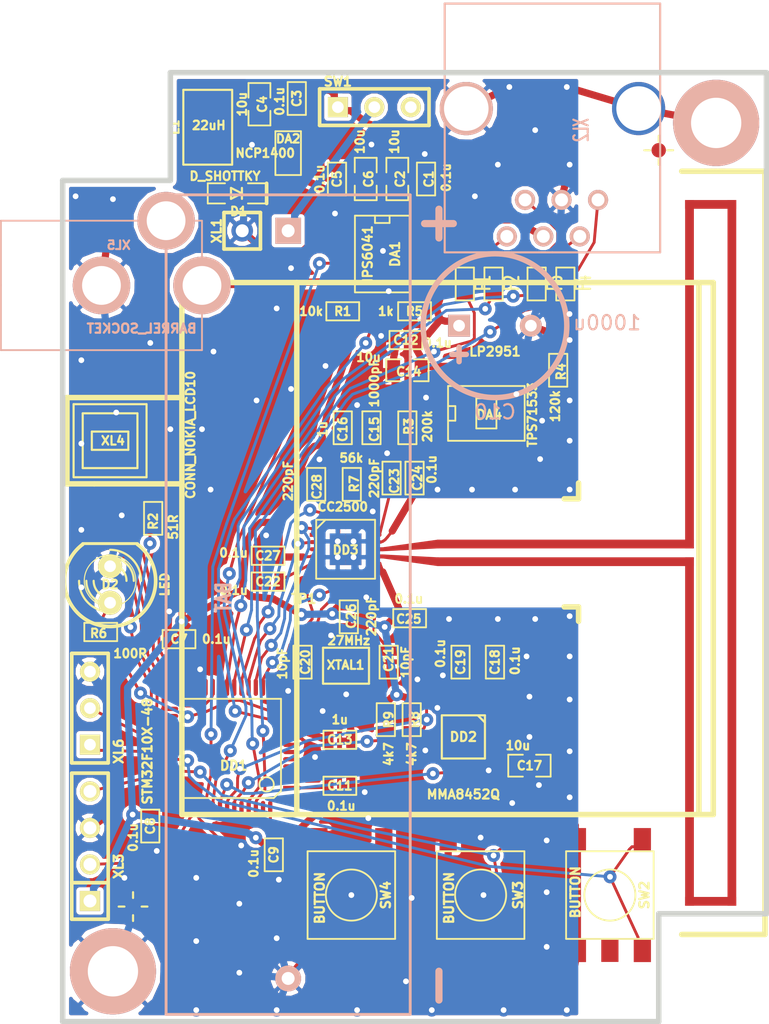
<source format=kicad_pcb>
(kicad_pcb (version 3) (host pcbnew "(2013-03-04 BZR 3984)-stable")
  (layers (15 Front signal) (0 Back signal) (18 B.Paste user) (19 F.Paste user) (20 B.SilkS user) (21 F.SilkS user) (22 B.Mask user) (23 F.Mask user) (28 Edge.Cuts user))
  (net 0 "")
  (net 1 +3.3V)
  (net 2 +BATT)
  (net 3 /ACC_INT1)
  (net 4 /ADC_BAT)
  (net 5 /Ant1)
  (net 6 /Ant2)
  (net 7 /BUTTON1)
  (net 8 /BUTTON2)
  (net 9 /BUTTON3)
  (net 10 /CC_CS)
  (net 11 /CC_GDO0)
  (net 12 /CC_MISO)
  (net 13 /CC_MOSI)
  (net 14 /CC_SCK)
  (net 15 /Ch1_ERROR)
  (net 16 /Ch1_IN)
  (net 17 /Ch1_OUT)
  (net 18 /GPIO0)
  (net 19 /GPIO1)
  (net 20 /GPIO2)
  (net 21 /GPIO3)
  (net 22 /I2C_SCL)
  (net 23 /I2C_SDA)
  (net 24 /LCD_BCKLT)
  (net 25 /LCD_SCLK)
  (net 26 /LCD_SDA)
  (net 27 /LCD_XCS)
  (net 28 /LCD_XRES)
  (net 29 /Lout)
  (net 30 /RX1)
  (net 31 /SWCLK)
  (net 32 /SWDIO)
  (net 33 /TX1)
  (net 34 GND)
  (net 35 N-000001)
  (net 36 N-0000010)
  (net 37 N-0000011)
  (net 38 N-0000012)
  (net 39 N-0000015)
  (net 40 N-0000017)
  (net 41 N-0000019)
  (net 42 N-0000022)
  (net 43 N-0000039)
  (net 44 N-0000040)
  (net 45 N-0000041)
  (net 46 N-0000042)
  (net 47 N-000005)
  (net 48 N-000007)
  (net 49 N-000008)
  (module REF_POINT_1MM (layer Front) (at 154 69.2 180)
    (fp_text reference RP1 hide)
    (fp_text value REFPOINT hide)
    (pad REF smd circle (at 0 0 180) (size 1.00076 1.00076) (layers Front F.Mask))
  )
  (module REF_POINT_1MM (layer Front) (at 117.4 121.8 180)
    (fp_text reference RP2 hide)
    (fp_text value REFPOINT hide)
    (pad REF smd circle (at 0 0 180) (size 1.00076 1.00076) (layers Front F.Mask))
  )
  (module LQFP48 (layer Front) (at 124.2 110.8 180)
    (fp_text reference DD1 (at -0.2 -1.2 180) (layer F.SilkS) (effects (font (size 0.635 0.635) (thickness 0.16002))))
    (fp_text value STM32F10X-48 (at 5.8 -0.2 270) (layer F.SilkS) (effects (font (size 0.635 0.635) (thickness 0.16002))))
    (pad 1 smd rect (at -4.24942 -2.75082 180) (size 1.19888 0.29972) (layers Front F.Paste F.Mask) (net 1 +3.3V))
    (pad 2 smd oval (at -4.24942 -2.25298 180) (size 1.19888 0.29972) (layers Front F.Paste F.Mask))
    (pad 3 smd oval (at -4.24942 -1.7526 180) (size 1.19888 0.29972) (layers Front F.Paste F.Mask))
    (pad 4 smd oval (at -4.24942 -1.25222 180) (size 1.19888 0.29972) (layers Front F.Paste F.Mask))
    (pad 5 smd oval (at -4.24942 -0.75184 180) (size 1.19888 0.29972) (layers Front F.Paste F.Mask))
    (pad 6 smd oval (at -4.24942 -0.25146 180) (size 1.19888 0.29972) (layers Front F.Paste F.Mask))
    (pad 7 smd oval (at -4.24942 0.24892 180) (size 1.19888 0.29972) (layers Front F.Paste F.Mask))
    (pad 8 smd oval (at -4.24942 0.7493 180) (size 1.19888 0.29972) (layers Front F.Paste F.Mask) (net 34 GND))
    (pad 9 smd oval (at -4.24942 1.24714 180) (size 1.19888 0.29972) (layers Front F.Paste F.Mask) (net 1 +3.3V))
    (pad 10 smd oval (at -4.24942 1.74752 180) (size 1.19888 0.29972) (layers Front F.Paste F.Mask) (net 4 /ADC_BAT))
    (pad 11 smd oval (at -4.24942 2.2479 180) (size 1.19888 0.29972) (layers Front F.Paste F.Mask) (net 44 N-0000040))
    (pad 12 smd oval (at -4.25196 2.74828 180) (size 1.19888 0.29972) (layers Front F.Paste F.Mask))
    (pad 13 smd oval (at -2.74574 4.24942 270) (size 1.19888 0.29972) (layers Front F.Paste F.Mask) (net 11 /CC_GDO0))
    (pad 14 smd oval (at -2.2479 4.24942 270) (size 1.19888 0.29972) (layers Front F.Paste F.Mask) (net 10 /CC_CS))
    (pad 15 smd oval (at -1.74752 4.24942 270) (size 1.19888 0.29972) (layers Front F.Paste F.Mask) (net 14 /CC_SCK))
    (pad 16 smd oval (at -1.24714 4.24942 270) (size 1.19888 0.29972) (layers Front F.Paste F.Mask) (net 12 /CC_MISO))
    (pad 17 smd oval (at -0.74676 4.24942 270) (size 1.19888 0.29972) (layers Front F.Paste F.Mask) (net 13 /CC_MOSI))
    (pad 18 smd oval (at -0.24638 4.24942 270) (size 1.19888 0.29972) (layers Front F.Paste F.Mask) (net 18 /GPIO0))
    (pad 19 smd oval (at 0.254 4.24942 270) (size 1.19888 0.29972) (layers Front F.Paste F.Mask) (net 19 /GPIO1))
    (pad 20 smd oval (at 0.75184 4.24942 270) (size 1.19888 0.29972) (layers Front F.Paste F.Mask))
    (pad 21 smd oval (at 1.25222 4.24942 270) (size 1.19888 0.29972) (layers Front F.Paste F.Mask) (net 26 /LCD_SDA))
    (pad 22 smd oval (at 1.7526 4.24942 270) (size 1.19888 0.29972) (layers Front F.Paste F.Mask) (net 28 /LCD_XRES))
    (pad 23 smd oval (at 2.25044 4.24942 270) (size 1.19888 0.29972) (layers Front F.Paste F.Mask) (net 34 GND))
    (pad 24 smd oval (at 2.75082 4.24942 270) (size 1.19888 0.29972) (layers Front F.Paste F.Mask) (net 1 +3.3V))
    (pad 25 smd oval (at 4.25196 2.75082 180) (size 1.19888 0.29972) (layers Front F.Paste F.Mask) (net 25 /LCD_SCLK))
    (pad 26 smd oval (at 4.25196 2.25044 180) (size 1.19888 0.29972) (layers Front F.Paste F.Mask))
    (pad 27 smd oval (at 4.25196 1.75006 180) (size 1.19888 0.29972) (layers Front F.Paste F.Mask) (net 27 /LCD_XCS))
    (pad 28 smd oval (at 4.25196 1.24968 180) (size 1.19888 0.29972) (layers Front F.Paste F.Mask) (net 24 /LCD_BCKLT))
    (pad 29 smd oval (at 4.25196 0.7493 180) (size 1.19888 0.29972) (layers Front F.Paste F.Mask))
    (pad 30 smd oval (at 4.25196 0.24892 180) (size 1.19888 0.29972) (layers Front F.Paste F.Mask) (net 33 /TX1))
    (pad 31 smd oval (at 4.25196 -0.25146 180) (size 1.19888 0.29972) (layers Front F.Paste F.Mask) (net 30 /RX1))
    (pad 32 smd oval (at 4.25196 -0.7493 180) (size 1.19888 0.29972) (layers Front F.Paste F.Mask) (net 7 /BUTTON1))
    (pad 33 smd oval (at 4.25196 -1.24968 180) (size 1.19888 0.29972) (layers Front F.Paste F.Mask) (net 8 /BUTTON2))
    (pad 34 smd oval (at 4.25196 -1.75006 180) (size 1.19888 0.29972) (layers Front F.Paste F.Mask) (net 32 /SWDIO))
    (pad 35 smd oval (at 4.25196 -2.25044 180) (size 1.19888 0.29972) (layers Front F.Paste F.Mask) (net 34 GND))
    (pad 36 smd oval (at 4.25196 -2.75082 180) (size 1.19888 0.29972) (layers Front F.Paste F.Mask) (net 1 +3.3V))
    (pad 37 smd oval (at 2.75082 -4.24942 270) (size 1.19888 0.29972) (layers Front F.Paste F.Mask) (net 31 /SWCLK))
    (pad 38 smd oval (at 2.25044 -4.24942 270) (size 1.19888 0.29972) (layers Front F.Paste F.Mask) (net 9 /BUTTON3))
    (pad 39 smd oval (at 1.75006 -4.24942 270) (size 1.19888 0.29972) (layers Front F.Paste F.Mask) (net 15 /Ch1_ERROR))
    (pad 40 smd oval (at 1.24968 -4.24942 270) (size 1.19888 0.29972) (layers Front F.Paste F.Mask) (net 16 /Ch1_IN))
    (pad 41 smd oval (at 0.7493 -4.24942 270) (size 1.19888 0.29972) (layers Front F.Paste F.Mask) (net 3 /ACC_INT1))
    (pad 42 smd oval (at 0.24892 -4.24942 270) (size 1.19888 0.29972) (layers Front F.Paste F.Mask) (net 22 /I2C_SCL))
    (pad 43 smd oval (at -0.24892 -4.24942 270) (size 1.19888 0.29972) (layers Front F.Paste F.Mask) (net 23 /I2C_SDA))
    (pad 44 smd oval (at -0.7493 -4.24942 270) (size 1.19888 0.29972) (layers Front F.Paste F.Mask) (net 34 GND))
    (pad 45 smd oval (at -1.24968 -4.24942 270) (size 1.19888 0.29972) (layers Front F.Paste F.Mask) (net 20 /GPIO2))
    (pad 46 smd oval (at -1.75006 -4.24942 270) (size 1.19888 0.29972) (layers Front F.Paste F.Mask) (net 21 /GPIO3))
    (pad 47 smd oval (at -2.25044 -4.24942 270) (size 1.19888 0.29972) (layers Front F.Paste F.Mask) (net 34 GND))
    (pad 48 smd oval (at -2.75082 -4.24942 270) (size 1.19888 0.29972) (layers Front F.Paste F.Mask) (net 1 +3.3V))
  )
  (module Hole3_5_out6mm (layer Back) (at 115.999 126.301)
    (fp_text reference HOLE2 hide)
    (fp_text value HOLE_METALLED (at -0.09906 3.2004) (layer B.SilkS) (effects (font (size 0.127 0.127) (thickness 0.00254)) (justify mirror)))
    (pad Hle thru_hole circle (at 0 0) (size 5.99948 5.99948) (drill 3.500119) (layers *.Cu *.Mask B.SilkS) (net 34 GND))
  )
  (module Hole3_5_out6mm (layer Back) (at 158.001 67.2994)
    (fp_text reference HOLE1 hide)
    (fp_text value HOLE_METALLED (at -0.09906 3.2004) (layer B.SilkS) (effects (font (size 0.127 0.127) (thickness 0.00254)) (justify mirror)))
    (pad Hle thru_hole circle (at 0 0) (size 5.99948 5.99948) (drill 3.500119) (layers *.Cu *.Mask B.SilkS) (net 34 GND))
  )
  (module FOLDED_DIPOLE (layer Front) (at 138.6 97.2)
    (fp_text reference ANT1 hide)
    (fp_text value ANT_PCB_NOCNTR hide)
    (pad ANTC smd rect (at -0.29972 0.57912 172.1) (size 1.00076 0.2794) (layers Front))
    (pad ANTC smd rect (at -1.84912 0.5207 172.1) (size 3.79984 0.2794) (layers Front))
    (pad ANTC smd rect (at -1.88976 0.35052 177) (size 3.8989 0.2794) (layers Front))
    (pad 2 smd rect (at -4.01066 -0.24892 180) (size 0.39878 0.2794) (layers Front) (net 6 /Ant2))
    (pad 1 smd rect (at -4.01066 0.24892 180) (size 0.39878 0.2794) (layers Front) (net 5 /Ant1))
    (pad ANTC smd rect (at 20.49526 0) (size 0.6096 49.08042) (layers Front))
    (pad ANTC smd rect (at 17.54378 -12.42568) (size 0.6096 24.22906) (layers Front))
    (pad ANTC smd rect (at 17.54378 12.42568) (size 0.6096 24.22906) (layers Front))
    (pad ANTC smd rect (at 8.92556 -0.61468 180) (size 17.85112 0.6096) (layers Front))
    (pad ANTC smd rect (at 8.92556 0.61468 180) (size 17.85112 0.6096) (layers Front))
    (pad ANTC smd rect (at 19.01952 -24.23414 180) (size 3.56108 0.6096) (layers Front))
    (pad ANTC smd rect (at 19.01952 24.23414 180) (size 3.56108 0.6096) (layers Front))
    (pad ANTC smd rect (at -1.88976 -0.35052 183) (size 3.8989 0.2794) (layers Front))
    (pad ANTC smd rect (at -1.84912 -0.5207 187.9) (size 3.79984 0.2794) (layers Front))
    (pad ANTC smd rect (at -0.32004 -0.58928 187.9) (size 1.00076 0.2794) (layers Front))
  )
  (module BATTERY_AA_X1 (layer Back) (at 128.199 100.799 90)
    (fp_text reference B1 hide)
    (fp_text value BAT (at 0.50038 -4.50088 90) (layer B.SilkS) (effects (font (size 1.00076 0.8001) (thickness 0.20066)) (justify mirror)))
    (pad A thru_hole rect (at 25.99944 0 90) (size 1.80086 1.80086) (drill 0.899159) (layers *.Cu *.Mask B.SilkS) (net 38 N-0000012))
    (pad C thru_hole circle (at -25.99944 0 90) (size 1.80086 1.80086) (drill 0.899159) (layers *.Cu *.Mask B.SilkS) (net 34 GND))
  )
  (module TESTPOINT_1MM (layer Front) (at 129.2835 99.3018)
    (fp_text reference TP1 (at 0 1.09982) (layer F.SilkS) (effects (font (size 0.635 0.635) (thickness 0.16002))))
    (fp_text value TESTPOINT hide)
    (pad 1 smd circle (at 0 0) (size 1.00076 1.524) (layers Front F.Paste F.Mask) (net 11 /CC_GDO0))
  )
  (module SOT23-5 (layer Front) (at 128.2 69.4 90)
    (fp_text reference DA2 (at 1 0 180) (layer F.SilkS) (effects (font (size 0.59 0.59944) (thickness 0.1475))))
    (fp_text value NCP1400 (at 0 -1.6 180) (layer F.SilkS) (effects (font (size 0.6 0.59944) (thickness 0.14986))))
    (pad 1 smd rect (at -0.9525 1.27 90) (size 0.508 0.762) (layers Front F.Paste F.Mask) (net 1 +3.3V))
    (pad 3 smd rect (at 0.9525 1.27 90) (size 0.508 0.762) (layers Front F.Paste F.Mask))
    (pad 5 smd rect (at -0.9525 -1.27 90) (size 0.508 0.762) (layers Front F.Paste F.Mask) (net 29 /Lout))
    (pad 2 smd rect (at 0 1.27 90) (size 0.508 0.762) (layers Front F.Paste F.Mask) (net 1 +3.3V))
    (pad 4 smd rect (at 0.9525 -1.27 90) (size 0.508 0.762) (layers Front F.Paste F.Mask) (net 34 GND))
  )
  (module SO8E (layer Front) (at 134.7539 76.4163 270)
    (fp_text reference DA1 (at 0 -0.889 270) (layer F.SilkS) (effects (font (size 0.635 0.635) (thickness 0.14986))))
    (fp_text value IPS6041 (at 0 1.016 270) (layer F.SilkS) (effects (font (size 0.635 0.635) (thickness 0.14986))))
    (pad 8 smd oval (at -1.905 -2.794 270) (size 0.508 1.50114) (layers Front F.Paste F.Mask) (net 2 +BATT))
    (pad 1 smd rect (at -1.905 2.794 270) (size 0.508 1.50114) (layers Front F.Paste F.Mask) (net 34 GND))
    (pad 7 smd oval (at -0.635 -2.794 270) (size 0.508 1.50114) (layers Front F.Paste F.Mask) (net 2 +BATT))
    (pad 6 smd oval (at 0.635 -2.794 270) (size 0.508 1.50114) (layers Front F.Paste F.Mask) (net 2 +BATT))
    (pad 5 smd oval (at 1.905 -2.794 270) (size 0.508 1.50114) (layers Front F.Paste F.Mask) (net 2 +BATT))
    (pad 2 smd oval (at -0.635 2.794 270) (size 0.508 1.50114) (layers Front F.Paste F.Mask) (net 39 N-0000015))
    (pad 3 smd oval (at 0.635 2.794 270) (size 0.508 1.50114) (layers Front F.Paste F.Mask) (net 15 /Ch1_ERROR))
    (pad 4 smd oval (at 1.905 2.794 270) (size 0.508 1.50114) (layers Front F.Paste F.Mask) (net 17 /Ch1_OUT))
  )
  (module SO8E (layer Front) (at 142 87.5)
    (fp_text reference DA4 (at 0.2 0.1) (layer F.SilkS) (effects (font (size 0.635 0.635) (thickness 0.14986))))
    (fp_text value LP2951 (at 0.6 -4.3) (layer F.SilkS) (effects (font (size 0.635 0.635) (thickness 0.14986))))
    (pad 8 smd oval (at -1.905 -2.794) (size 0.508 1.50114) (layers Front F.Paste F.Mask) (net 2 +BATT))
    (pad 1 smd rect (at -1.905 2.794) (size 0.508 1.50114) (layers Front F.Paste F.Mask) (net 1 +3.3V))
    (pad 7 smd oval (at -0.635 -2.794) (size 0.508 1.50114) (layers Front F.Paste F.Mask) (net 43 N-0000039))
    (pad 6 smd oval (at 0.635 -2.794) (size 0.508 1.50114) (layers Front F.Paste F.Mask))
    (pad 5 smd oval (at 1.905 -2.794) (size 0.508 1.50114) (layers Front F.Paste F.Mask))
    (pad 2 smd oval (at -0.635 2.794) (size 0.508 1.50114) (layers Front F.Paste F.Mask))
    (pad 3 smd oval (at 0.635 2.794) (size 0.508 1.50114) (layers Front F.Paste F.Mask) (net 34 GND))
    (pad 4 smd oval (at 1.905 2.794) (size 0.508 1.50114) (layers Front F.Paste F.Mask) (net 34 GND))
  )
  (module SMD0603_FUSE (layer Front) (at 147.5 78.5 270)
    (fp_text reference F4 (at -0.0635 -1.27 270) (layer F.SilkS) (effects (font (size 1.00076 0.59944) (thickness 0.14986))))
    (fp_text value FUSE0R hide)
    (pad 1 smd rect (at -0.58928 0 270) (size 0.98044 1.143) (layers Front F.Paste F.Mask) (net 37 N-0000011))
    (pad 2 smd rect (at 0.58928 0 270) (size 0.98044 1.143) (layers Front F.Paste F.Mask) (net 21 /GPIO3))
  )
  (module SMD0603_FUSE (layer Front) (at 145.5 78.5 270)
    (fp_text reference F3 (at -0.0635 -1.27 270) (layer F.SilkS) (effects (font (size 1.00076 0.59944) (thickness 0.14986))))
    (fp_text value FUSE0R hide)
    (pad 1 smd rect (at -0.58928 0 270) (size 0.98044 1.143) (layers Front F.Paste F.Mask) (net 40 N-0000017))
    (pad 2 smd rect (at 0.58928 0 270) (size 0.98044 1.143) (layers Front F.Paste F.Mask) (net 20 /GPIO2))
  )
  (module SMD0603_FUSE (layer Front) (at 140.5 78.5 270)
    (fp_text reference F1 (at -0.0635 -1.27 270) (layer F.SilkS) (effects (font (size 1.00076 0.59944) (thickness 0.14986))))
    (fp_text value FUSE0R hide)
    (pad 1 smd rect (at -0.58928 0 270) (size 0.98044 1.143) (layers Front F.Paste F.Mask) (net 41 N-0000019))
    (pad 2 smd rect (at 0.58928 0 270) (size 0.98044 1.143) (layers Front F.Paste F.Mask) (net 18 /GPIO0))
  )
  (module SMD0603_FUSE (layer Front) (at 142.5 78.5 270)
    (fp_text reference F2 (at -0.0635 -1.27 270) (layer F.SilkS) (effects (font (size 1.00076 0.59944) (thickness 0.14986))))
    (fp_text value FUSE0R hide)
    (pad 1 smd rect (at -0.58928 0 270) (size 0.98044 1.143) (layers Front F.Paste F.Mask) (net 36 N-0000010))
    (pad 2 smd rect (at 0.58928 0 270) (size 0.98044 1.143) (layers Front F.Paste F.Mask) (net 19 /GPIO1))
  )
  (module SIL-3 (layer Front) (at 114.4 108 90)
    (fp_text reference XL6 (at -3 2 90) (layer F.SilkS) (effects (font (size 0.635 0.635) (thickness 0.16002))))
    (fp_text value CONN_3 hide)
    (pad 1 thru_hole rect (at -2.54 0 90) (size 1.397 1.397) (drill 0.812799) (layers *.Cu *.Mask F.SilkS) (net 30 /RX1))
    (pad 2 thru_hole circle (at 0 0 90) (size 1.397 1.397) (drill 0.812799) (layers *.Cu *.Mask F.SilkS) (net 33 /TX1))
    (pad 3 thru_hole circle (at 2.54 0 90) (size 1.397 1.397) (drill 0.812799) (layers *.Cu *.Mask F.SilkS) (net 34 GND))
  )
  (module SIL-3 (layer Front) (at 134.2 66.2)
    (fp_text reference SW1 (at -2.54 -1.778) (layer F.SilkS) (effects (font (size 0.635 0.635) (thickness 0.16002))))
    (fp_text value SWITCH hide)
    (pad 1 thru_hole rect (at -2.54 0) (size 1.397 1.397) (drill 0.812799) (layers *.Cu *.Mask F.SilkS) (net 2 +BATT))
    (pad 2 thru_hole circle (at 0 0) (size 1.397 1.397) (drill 0.812799) (layers *.Cu *.Mask F.SilkS) (net 38 N-0000012))
    (pad 3 thru_hole circle (at 2.54 0) (size 1.397 1.397) (drill 0.812799) (layers *.Cu *.Mask F.SilkS))
  )
  (module RES_0603 (layer Front) (at 115.1492 102.7032)
    (fp_text reference R6 (at -0.1492 0.0968) (layer F.SilkS) (effects (font (size 0.59944 0.59944) (thickness 0.14986))))
    (fp_text value 100R (at 2.0508 1.4968) (layer F.SilkS) (effects (font (size 0.59944 0.59944) (thickness 0.14986))))
    (pad 1 smd rect (at -0.762 0) (size 0.635 1.143) (layers Front F.Paste F.Mask) (net 35 N-000001))
    (pad 2 smd rect (at 0.762 0) (size 0.635 1.143) (layers Front F.Paste F.Mask) (net 44 N-0000040))
  )
  (module RES_0603 (layer Front) (at 137 80.4 180)
    (fp_text reference R5 (at 0 0 180) (layer F.SilkS) (effects (font (size 0.59944 0.59944) (thickness 0.14986))))
    (fp_text value 1k (at 2 0 180) (layer F.SilkS) (effects (font (size 0.59944 0.59944) (thickness 0.14986))))
    (pad 1 smd rect (at -0.762 0 180) (size 0.635 1.143) (layers Front F.Paste F.Mask) (net 2 +BATT))
    (pad 2 smd rect (at 0.762 0 180) (size 0.635 1.143) (layers Front F.Paste F.Mask) (net 4 /ADC_BAT))
  )
  (module RES_0603 (layer Front) (at 135 108.8 90)
    (fp_text reference R9 (at 0 0.2 90) (layer F.SilkS) (effects (font (size 0.59944 0.59944) (thickness 0.14986))))
    (fp_text value 4k7 (at -2.4 0.2 90) (layer F.SilkS) (effects (font (size 0.59944 0.59944) (thickness 0.14986))))
    (pad 1 smd rect (at -0.762 0 90) (size 0.635 1.143) (layers Front F.Paste F.Mask) (net 23 /I2C_SDA))
    (pad 2 smd rect (at 0.762 0 90) (size 0.635 1.143) (layers Front F.Paste F.Mask) (net 1 +3.3V))
  )
  (module CONN_BARREL (layer Back) (at 122.2 78.6)
    (fp_text reference XL5 (at -5.8 -2.8) (layer B.SilkS) (effects (font (size 0.59944 0.59944) (thickness 0.14986)) (justify mirror)))
    (fp_text value BARREL_SOCKET (at -4.2 3) (layer B.SilkS) (effects (font (size 0.635 0.635) (thickness 0.16002)) (justify mirror)))
    (pad GND thru_hole circle (at -7.00024 0) (size 4.0005 4.0005) (drill 2.700019) (layers *.Cu *.Mask B.SilkS) (net 34 GND))
    (pad SW thru_hole circle (at -2.49936 -4.50088) (size 4.0005 4.0005) (drill 2.700019) (layers *.Cu *.Mask B.SilkS))
    (pad PWR thru_hole circle (at 0 0) (size 4.0005 4.0005) (drill 2.700019) (layers *.Cu *.Mask B.SilkS) (net 17 /Ch1_OUT))
  )
  (module CAP_0805 (layer Front) (at 136.5 84.5 180)
    (fp_text reference C14 (at -0.1 -0.1 180) (layer F.SilkS) (effects (font (size 0.59944 0.59944) (thickness 0.14986))))
    (fp_text value 10u (at 2.7 0.9 180) (layer F.SilkS) (effects (font (size 0.59944 0.59944) (thickness 0.14986))))
    (pad 1 smd rect (at -0.9525 0 180) (size 0.889 1.397) (layers Front F.Paste F.Mask) (net 2 +BATT))
    (pad 2 smd rect (at 0.9525 0 180) (size 0.889 1.397) (layers Front F.Paste F.Mask) (net 34 GND))
  )
  (module CAP_0603 (layer Front) (at 132 88.5 90)
    (fp_text reference C16 (at -0.1 0 90) (layer F.SilkS) (effects (font (size 0.59944 0.59944) (thickness 0.14986))))
    (fp_text value 1u (at -0.1 -1.4 90) (layer F.SilkS) (effects (font (size 0.59944 0.59944) (thickness 0.14986))))
    (pad 1 smd rect (at -0.762 0 90) (size 0.635 1.143) (layers Front F.Paste F.Mask) (net 1 +3.3V))
    (pad 2 smd rect (at 0.762 0 90) (size 0.635 1.143) (layers Front F.Paste F.Mask) (net 34 GND))
  )
  (module CAP_0603 (layer Front) (at 134 88.5 90)
    (fp_text reference C15 (at -0.1 0.2 90) (layer F.SilkS) (effects (font (size 0.59944 0.59944) (thickness 0.14986))))
    (fp_text value 1000pF (at 3.1 0.2 90) (layer F.SilkS) (effects (font (size 0.59944 0.59944) (thickness 0.14986))))
    (pad 1 smd rect (at -0.762 0 90) (size 0.635 1.143) (layers Front F.Paste F.Mask) (net 1 +3.3V))
    (pad 2 smd rect (at 0.762 0 90) (size 0.635 1.143) (layers Front F.Paste F.Mask) (net 43 N-0000039))
  )
  (module CAP_0603 (layer Front) (at 132.4212 101.6482 270)
    (fp_text reference C26 (at -0.0482 -0.1788 270) (layer F.SilkS) (effects (font (size 0.59944 0.59944) (thickness 0.14986))))
    (fp_text value 220pF (at -0.0482 -1.5788 270) (layer F.SilkS) (effects (font (size 0.59944 0.59944) (thickness 0.14986))))
    (pad 1 smd rect (at -0.762 0 270) (size 0.635 1.143) (layers Front F.Paste F.Mask) (net 1 +3.3V))
    (pad 2 smd rect (at 0.762 0 270) (size 0.635 1.143) (layers Front F.Paste F.Mask) (net 34 GND))
  )
  (module CAP_0603 (layer Front) (at 126.8 97.4 180)
    (fp_text reference C27 (at 0 0 180) (layer F.SilkS) (effects (font (size 0.59944 0.59944) (thickness 0.14986))))
    (fp_text value 0.1u (at 2.4 0.2 180) (layer F.SilkS) (effects (font (size 0.59944 0.59944) (thickness 0.14986))))
    (pad 1 smd rect (at -0.762 0 180) (size 0.635 1.143) (layers Front F.Paste F.Mask) (net 1 +3.3V))
    (pad 2 smd rect (at 0.762 0 180) (size 0.635 1.143) (layers Front F.Paste F.Mask) (net 34 GND))
  )
  (module CAP_0603 (layer Front) (at 130.1521 92.4357 90)
    (fp_text reference C28 (at -0.1643 0.0479 90) (layer F.SilkS) (effects (font (size 0.59944 0.59944) (thickness 0.14986))))
    (fp_text value 220pF (at 0.2357 -1.9521 90) (layer F.SilkS) (effects (font (size 0.59944 0.59944) (thickness 0.14986))))
    (pad 1 smd rect (at -0.762 0 90) (size 0.635 1.143) (layers Front F.Paste F.Mask) (net 1 +3.3V))
    (pad 2 smd rect (at 0.762 0 90) (size 0.635 1.143) (layers Front F.Paste F.Mask) (net 34 GND))
  )
  (module BUTTON_6x6SMD (layer Front) (at 150.6 121 270)
    (fp_text reference SW2 (at 0 -2.4 270) (layer F.SilkS) (effects (font (size 0.635 0.635) (thickness 0.16002))))
    (fp_text value BUTTON (at -0.2 2.4 270) (layer F.SilkS) (effects (font (size 0.635 0.635) (thickness 0.16002))))
    (pad 1 smd rect (at 3.8608 -2.2606 270) (size 1.6002 1.19888) (layers Front F.Paste F.Mask) (net 7 /BUTTON1))
    (pad 2 smd rect (at 3.8608 2.2606 270) (size 1.6002 1.19888) (layers Front F.Paste F.Mask) (net 34 GND))
    (pad 1 smd rect (at -3.8608 -2.2606 270) (size 1.6002 1.19888) (layers Front F.Paste F.Mask) (net 7 /BUTTON1))
    (pad 2 smd rect (at -3.8608 2.2606 270) (size 1.6002 1.19888) (layers Front F.Paste F.Mask) (net 34 GND))
    (pad H smd rect (at 3.85064 0 270) (size 1.6002 1.19888) (layers Front F.Paste F.Mask))
  )
  (module BUTTON_6x6SMD (layer Front) (at 141.6 121 270)
    (fp_text reference SW3 (at 0 -2.6 270) (layer F.SilkS) (effects (font (size 0.635 0.635) (thickness 0.16002))))
    (fp_text value BUTTON (at 0.2 2.2 270) (layer F.SilkS) (effects (font (size 0.635 0.635) (thickness 0.16002))))
    (pad 1 smd rect (at 3.8608 -2.2606 270) (size 1.6002 1.19888) (layers Front F.Paste F.Mask) (net 8 /BUTTON2))
    (pad 2 smd rect (at 3.8608 2.2606 270) (size 1.6002 1.19888) (layers Front F.Paste F.Mask) (net 34 GND))
    (pad 1 smd rect (at -3.8608 -2.2606 270) (size 1.6002 1.19888) (layers Front F.Paste F.Mask) (net 8 /BUTTON2))
    (pad 2 smd rect (at -3.8608 2.2606 270) (size 1.6002 1.19888) (layers Front F.Paste F.Mask) (net 34 GND))
    (pad H smd rect (at 3.85064 0 270) (size 1.6002 1.19888) (layers Front F.Paste F.Mask))
  )
  (module BUTTON_6x6SMD (layer Front) (at 132.6 121 270)
    (fp_text reference SW4 (at 0 -2.4 270) (layer F.SilkS) (effects (font (size 0.635 0.635) (thickness 0.16002))))
    (fp_text value BUTTON (at 0.2 2.2 270) (layer F.SilkS) (effects (font (size 0.635 0.635) (thickness 0.16002))))
    (pad 1 smd rect (at 3.8608 -2.2606 270) (size 1.6002 1.19888) (layers Front F.Paste F.Mask) (net 9 /BUTTON3))
    (pad 2 smd rect (at 3.8608 2.2606 270) (size 1.6002 1.19888) (layers Front F.Paste F.Mask) (net 34 GND))
    (pad 1 smd rect (at -3.8608 -2.2606 270) (size 1.6002 1.19888) (layers Front F.Paste F.Mask) (net 9 /BUTTON3))
    (pad 2 smd rect (at -3.8608 2.2606 270) (size 1.6002 1.19888) (layers Front F.Paste F.Mask) (net 34 GND))
    (pad H smd rect (at 3.85064 0 270) (size 1.6002 1.19888) (layers Front F.Paste F.Mask))
  )
  (module SOT323 (layer Front) (at 142 87.5 180)
    (fp_text reference DA3 hide)
    (fp_text value TPS71533 (at -3.2 -0.1 270) (layer F.SilkS) (effects (font (size 0.6 0.59944) (thickness 0.14986))))
    (pad 1 smd rect (at -1.04902 -0.65024 180) (size 0.59944 0.29972) (layers Front F.Paste F.Mask))
    (pad 2 smd rect (at -1.04902 0 180) (size 0.59944 0.29972) (layers Front F.Paste F.Mask) (net 34 GND))
    (pad 3 smd rect (at -1.04902 0.65024 180) (size 0.59944 0.29972) (layers Front F.Paste F.Mask))
    (pad 4 smd rect (at 1.04902 0.65024 180) (size 0.59944 0.29972) (layers Front F.Paste F.Mask) (net 2 +BATT))
    (pad 5 smd rect (at 1.04902 -0.65024 180) (size 0.59944 0.29972) (layers Front F.Paste F.Mask) (net 1 +3.3V))
  )
  (module CAP_0805 (layer Front) (at 133.6 71.2 90)
    (fp_text reference C6 (at 0 0.2 90) (layer F.SilkS) (effects (font (size 0.59944 0.59944) (thickness 0.14986))))
    (fp_text value 10u (at 2.6 -0.4 90) (layer F.SilkS) (effects (font (size 0.59944 0.59944) (thickness 0.14986))))
    (pad 1 smd rect (at -0.9525 0 90) (size 0.889 1.397) (layers Front F.Paste F.Mask) (net 1 +3.3V))
    (pad 2 smd rect (at 0.9525 0 90) (size 0.889 1.397) (layers Front F.Paste F.Mask) (net 34 GND))
  )
  (module CAP_0805 (layer Front) (at 126.2 66 270)
    (fp_text reference C4 (at 0 -0.2 270) (layer F.SilkS) (effects (font (size 0.59944 0.59944) (thickness 0.14986))))
    (fp_text value 10u (at 0 1.2 270) (layer F.SilkS) (effects (font (size 0.59944 0.59944) (thickness 0.14986))))
    (pad 1 smd rect (at -0.9525 0 270) (size 0.889 1.397) (layers Front F.Paste F.Mask) (net 2 +BATT))
    (pad 2 smd rect (at 0.9525 0 270) (size 0.889 1.397) (layers Front F.Paste F.Mask) (net 34 GND))
  )
  (module CAP_0805 (layer Front) (at 135.8 71.2 90)
    (fp_text reference C2 (at 0 0.2 90) (layer F.SilkS) (effects (font (size 0.59944 0.59944) (thickness 0.14986))))
    (fp_text value 10u (at 2.6 -0.2 90) (layer F.SilkS) (effects (font (size 0.59944 0.59944) (thickness 0.14986))))
    (pad 1 smd rect (at -0.9525 0 90) (size 0.889 1.397) (layers Front F.Paste F.Mask) (net 2 +BATT))
    (pad 2 smd rect (at 0.9525 0 90) (size 0.889 1.397) (layers Front F.Paste F.Mask) (net 34 GND))
  )
  (module CAP_0603 (layer Front) (at 136.6582 101.7453)
    (fp_text reference C25 (at -0.0582 0.0547) (layer F.SilkS) (effects (font (size 0.59944 0.59944) (thickness 0.14986))))
    (fp_text value 0.1u (at -0.0582 -1.3453) (layer F.SilkS) (effects (font (size 0.59944 0.59944) (thickness 0.14986))))
    (pad 1 smd rect (at -0.762 0) (size 0.635 1.143) (layers Front F.Paste F.Mask) (net 1 +3.3V))
    (pad 2 smd rect (at 0.762 0) (size 0.635 1.143) (layers Front F.Paste F.Mask) (net 34 GND))
  )
  (module RES_0603 (layer Front) (at 136.8 108.8 270)
    (fp_text reference R8 (at 0 -0.2 270) (layer F.SilkS) (effects (font (size 0.59944 0.59944) (thickness 0.14986))))
    (fp_text value 4k7 (at 2.4 0 270) (layer F.SilkS) (effects (font (size 0.59944 0.59944) (thickness 0.14986))))
    (pad 1 smd rect (at -0.762 0 270) (size 0.635 1.143) (layers Front F.Paste F.Mask) (net 1 +3.3V))
    (pad 2 smd rect (at 0.762 0 270) (size 0.635 1.143) (layers Front F.Paste F.Mask) (net 22 /I2C_SCL))
  )
  (module RES_0603 (layer Front) (at 132.6285 92.4385 90)
    (fp_text reference R7 (at 0.0385 0.1715 90) (layer F.SilkS) (effects (font (size 0.59944 0.59944) (thickness 0.14986))))
    (fp_text value 56k (at 1.8385 -0.0285 180) (layer F.SilkS) (effects (font (size 0.59944 0.59944) (thickness 0.14986))))
    (pad 1 smd rect (at -0.762 0 90) (size 0.635 1.143) (layers Front F.Paste F.Mask) (net 48 N-000007))
    (pad 2 smd rect (at 0.762 0 90) (size 0.635 1.143) (layers Front F.Paste F.Mask) (net 34 GND))
  )
  (module RES_0603 (layer Front) (at 132 80.4)
    (fp_text reference R1 (at 0 0) (layer F.SilkS) (effects (font (size 0.59944 0.59944) (thickness 0.14986))))
    (fp_text value 10k (at -2.2 0) (layer F.SilkS) (effects (font (size 0.59944 0.59944) (thickness 0.14986))))
    (pad 1 smd rect (at -0.762 0) (size 0.635 1.143) (layers Front F.Paste F.Mask) (net 16 /Ch1_IN))
    (pad 2 smd rect (at 0.762 0) (size 0.635 1.143) (layers Front F.Paste F.Mask) (net 39 N-0000015))
  )
  (module RES_0603 (layer Front) (at 118.8 94.8 270)
    (fp_text reference R2 (at 0.2 0 270) (layer F.SilkS) (effects (font (size 0.59944 0.59944) (thickness 0.14986))))
    (fp_text value 51R (at 0.6 -1.4 270) (layer F.SilkS) (effects (font (size 0.59944 0.59944) (thickness 0.14986))))
    (pad 1 smd rect (at -0.762 0 270) (size 0.635 1.143) (layers Front F.Paste F.Mask) (net 42 N-0000022))
    (pad 2 smd rect (at 0.762 0 270) (size 0.635 1.143) (layers Front F.Paste F.Mask) (net 24 /LCD_BCKLT))
  )
  (module RES_0603 (layer Front) (at 136.5 88.5 90)
    (fp_text reference R3 (at 0.1 0.1 90) (layer F.SilkS) (effects (font (size 0.59944 0.59944) (thickness 0.14986))))
    (fp_text value 200k (at 0.09906 1.39954 90) (layer F.SilkS) (effects (font (size 0.59944 0.59944) (thickness 0.14986))))
    (pad 1 smd rect (at -0.762 0 90) (size 0.635 1.143) (layers Front F.Paste F.Mask) (net 1 +3.3V))
    (pad 2 smd rect (at 0.762 0 90) (size 0.635 1.143) (layers Front F.Paste F.Mask) (net 43 N-0000039))
  )
  (module RES_0603 (layer Front) (at 147 84.5 90)
    (fp_text reference R4 (at -0.1 0.2 90) (layer F.SilkS) (effects (font (size 0.59944 0.59944) (thickness 0.14986))))
    (fp_text value 120k (at -2.5 -0.2 90) (layer F.SilkS) (effects (font (size 0.59944 0.59944) (thickness 0.14986))))
    (pad 1 smd rect (at -0.762 0 90) (size 0.635 1.143) (layers Front F.Paste F.Mask) (net 43 N-0000039))
    (pad 2 smd rect (at 0.762 0 90) (size 0.635 1.143) (layers Front F.Paste F.Mask) (net 34 GND))
  )
  (module CAP_0603 (layer Front) (at 137.8 71.2 90)
    (fp_text reference C1 (at 0 0.2 90) (layer F.SilkS) (effects (font (size 0.59944 0.59944) (thickness 0.14986))))
    (fp_text value 0.1u (at 0.09906 1.39954 90) (layer F.SilkS) (effects (font (size 0.59944 0.59944) (thickness 0.14986))))
    (pad 1 smd rect (at -0.762 0 90) (size 0.635 1.143) (layers Front F.Paste F.Mask) (net 2 +BATT))
    (pad 2 smd rect (at 0.762 0 90) (size 0.635 1.143) (layers Front F.Paste F.Mask) (net 34 GND))
  )
  (module CAP_0603 (layer Front) (at 128.8 65.6 270)
    (fp_text reference C3 (at 0 0 270) (layer F.SilkS) (effects (font (size 0.59944 0.59944) (thickness 0.14986))))
    (fp_text value 0.1u (at 0.2 1.2 270) (layer F.SilkS) (effects (font (size 0.59944 0.59944) (thickness 0.14986))))
    (pad 1 smd rect (at -0.762 0 270) (size 0.635 1.143) (layers Front F.Paste F.Mask) (net 2 +BATT))
    (pad 2 smd rect (at 0.762 0 270) (size 0.635 1.143) (layers Front F.Paste F.Mask) (net 34 GND))
  )
  (module CAP_0603 (layer Front) (at 131.6 71.2 90)
    (fp_text reference C5 (at 0 0 90) (layer F.SilkS) (effects (font (size 0.59944 0.59944) (thickness 0.14986))))
    (fp_text value 0.1u (at 0 -1.2 90) (layer F.SilkS) (effects (font (size 0.59944 0.59944) (thickness 0.14986))))
    (pad 1 smd rect (at -0.762 0 90) (size 0.635 1.143) (layers Front F.Paste F.Mask) (net 1 +3.3V))
    (pad 2 smd rect (at 0.762 0 90) (size 0.635 1.143) (layers Front F.Paste F.Mask) (net 34 GND))
  )
  (module CAP_0603 (layer Front) (at 120.6 103.2 180)
    (fp_text reference C7 (at 0 0 180) (layer F.SilkS) (effects (font (size 0.59944 0.59944) (thickness 0.14986))))
    (fp_text value 0.1u (at -2.6 0 180) (layer F.SilkS) (effects (font (size 0.59944 0.59944) (thickness 0.14986))))
    (pad 1 smd rect (at -0.762 0 180) (size 0.635 1.143) (layers Front F.Paste F.Mask) (net 1 +3.3V))
    (pad 2 smd rect (at 0.762 0 180) (size 0.635 1.143) (layers Front F.Paste F.Mask) (net 34 GND))
  )
  (module CAP_0603 (layer Front) (at 118.6 116.2 270)
    (fp_text reference C8 (at 0 0 270) (layer F.SilkS) (effects (font (size 0.59944 0.59944) (thickness 0.14986))))
    (fp_text value 0.1u (at 0.8 1.2 270) (layer F.SilkS) (effects (font (size 0.59944 0.59944) (thickness 0.14986))))
    (pad 1 smd rect (at -0.762 0 270) (size 0.635 1.143) (layers Front F.Paste F.Mask) (net 1 +3.3V))
    (pad 2 smd rect (at 0.762 0 270) (size 0.635 1.143) (layers Front F.Paste F.Mask) (net 34 GND))
  )
  (module CAP_0603 (layer Front) (at 127.2 118.2 270)
    (fp_text reference C9 (at 0 0 270) (layer F.SilkS) (effects (font (size 0.59944 0.59944) (thickness 0.14986))))
    (fp_text value 0.1u (at 0.6 1.4 270) (layer F.SilkS) (effects (font (size 0.59944 0.59944) (thickness 0.14986))))
    (pad 1 smd rect (at -0.762 0 270) (size 0.635 1.143) (layers Front F.Paste F.Mask) (net 1 +3.3V))
    (pad 2 smd rect (at 0.762 0 270) (size 0.635 1.143) (layers Front F.Paste F.Mask) (net 34 GND))
  )
  (module CAP_10xxR (layer Back) (at 142.6 81.4)
    (fp_text reference C10 (at 0 5.99948) (layer B.SilkS) (effects (font (size 1.00076 1.00076) (thickness 0.14986)) (justify mirror)))
    (fp_text value 1000u (at 7.8 -0.2) (layer B.SilkS) (effects (font (size 1.00076 1.00076) (thickness 0.14986)) (justify mirror)))
    (pad 1 thru_hole rect (at -2.49936 0) (size 1.524 1.524) (drill 0.812799) (layers *.Cu *.Mask B.SilkS) (net 2 +BATT))
    (pad 2 thru_hole circle (at 2.49936 0) (size 1.524 1.524) (drill 0.812799) (layers *.Cu *.Mask B.SilkS) (net 34 GND))
  )
  (module CAP_0603 (layer Front) (at 131.8 113.4)
    (fp_text reference C11 (at 0 0) (layer F.SilkS) (effects (font (size 0.59944 0.59944) (thickness 0.14986))))
    (fp_text value 0.1u (at 0.09906 1.39954) (layer F.SilkS) (effects (font (size 0.59944 0.59944) (thickness 0.14986))))
    (pad 1 smd rect (at -0.762 0) (size 0.635 1.143) (layers Front F.Paste F.Mask) (net 1 +3.3V))
    (pad 2 smd rect (at 0.762 0) (size 0.635 1.143) (layers Front F.Paste F.Mask) (net 34 GND))
  )
  (module CAP_0603 (layer Front) (at 136.4 82.4 180)
    (fp_text reference C12 (at 0 0 180) (layer F.SilkS) (effects (font (size 0.59944 0.59944) (thickness 0.14986))))
    (fp_text value 0.1u (at -2.2 -0.2 180) (layer F.SilkS) (effects (font (size 0.59944 0.59944) (thickness 0.14986))))
    (pad 1 smd rect (at -0.762 0 180) (size 0.635 1.143) (layers Front F.Paste F.Mask) (net 2 +BATT))
    (pad 2 smd rect (at 0.762 0 180) (size 0.635 1.143) (layers Front F.Paste F.Mask) (net 34 GND))
  )
  (module CAP_0603 (layer Front) (at 131.8 110.2)
    (fp_text reference C13 (at 0 0) (layer F.SilkS) (effects (font (size 0.59944 0.59944) (thickness 0.14986))))
    (fp_text value 1u (at 0 -1.4) (layer F.SilkS) (effects (font (size 0.59944 0.59944) (thickness 0.14986))))
    (pad 1 smd rect (at -0.762 0) (size 0.635 1.143) (layers Front F.Paste F.Mask) (net 1 +3.3V))
    (pad 2 smd rect (at 0.762 0) (size 0.635 1.143) (layers Front F.Paste F.Mask) (net 34 GND))
  )
  (module CAP_0805 (layer Front) (at 145 112)
    (fp_text reference C17 (at 0 0) (layer F.SilkS) (effects (font (size 0.59944 0.59944) (thickness 0.14986))))
    (fp_text value 10u (at -0.8 -1.4) (layer F.SilkS) (effects (font (size 0.59944 0.59944) (thickness 0.14986))))
    (pad 1 smd rect (at -0.9525 0) (size 0.889 1.397) (layers Front F.Paste F.Mask) (net 1 +3.3V))
    (pad 2 smd rect (at 0.9525 0) (size 0.889 1.397) (layers Front F.Paste F.Mask) (net 34 GND))
  )
  (module CAP_0603 (layer Front) (at 142.6 104.8 90)
    (fp_text reference C18 (at 0 0 90) (layer F.SilkS) (effects (font (size 0.59944 0.59944) (thickness 0.14986))))
    (fp_text value 0.1u (at 0.09906 1.39954 90) (layer F.SilkS) (effects (font (size 0.59944 0.59944) (thickness 0.14986))))
    (pad 1 smd rect (at -0.762 0 90) (size 0.635 1.143) (layers Front F.Paste F.Mask) (net 1 +3.3V))
    (pad 2 smd rect (at 0.762 0 90) (size 0.635 1.143) (layers Front F.Paste F.Mask) (net 34 GND))
  )
  (module CAP_0603 (layer Front) (at 140.2 104.8 90)
    (fp_text reference C19 (at 0 0 90) (layer F.SilkS) (effects (font (size 0.59944 0.59944) (thickness 0.14986))))
    (fp_text value 0.1u (at 0.6 -1.4 90) (layer F.SilkS) (effects (font (size 0.59944 0.59944) (thickness 0.14986))))
    (pad 1 smd rect (at -0.762 0 90) (size 0.635 1.143) (layers Front F.Paste F.Mask) (net 47 N-000005))
    (pad 2 smd rect (at 0.762 0 90) (size 0.635 1.143) (layers Front F.Paste F.Mask) (net 34 GND))
  )
  (module CAP_0603 (layer Front) (at 129.2 104.8 270)
    (fp_text reference C20 (at 0 -0.2 270) (layer F.SilkS) (effects (font (size 0.59944 0.59944) (thickness 0.14986))))
    (fp_text value 10pF (at 0.09906 1.39954 270) (layer F.SilkS) (effects (font (size 0.59944 0.59944) (thickness 0.14986))))
    (pad 1 smd rect (at -0.762 0 270) (size 0.635 1.143) (layers Front F.Paste F.Mask) (net 46 N-0000042))
    (pad 2 smd rect (at 0.762 0 270) (size 0.635 1.143) (layers Front F.Paste F.Mask) (net 34 GND))
  )
  (module CAP_0603 (layer Front) (at 135.2 104.8 270)
    (fp_text reference C21 (at -0.2 0 270) (layer F.SilkS) (effects (font (size 0.59944 0.59944) (thickness 0.14986))))
    (fp_text value 10pF (at 0 -1.2 270) (layer F.SilkS) (effects (font (size 0.59944 0.59944) (thickness 0.14986))))
    (pad 1 smd rect (at -0.762 0 270) (size 0.635 1.143) (layers Front F.Paste F.Mask) (net 45 N-0000041))
    (pad 2 smd rect (at 0.762 0 270) (size 0.635 1.143) (layers Front F.Paste F.Mask) (net 34 GND))
  )
  (module CAP_0603 (layer Front) (at 126.8 99.2 180)
    (fp_text reference C22 (at 0 0 180) (layer F.SilkS) (effects (font (size 0.59944 0.59944) (thickness 0.14986))))
    (fp_text value 0.1u (at 2.4 -0.6 180) (layer F.SilkS) (effects (font (size 0.59944 0.59944) (thickness 0.14986))))
    (pad 1 smd rect (at -0.762 0 180) (size 0.635 1.143) (layers Front F.Paste F.Mask) (net 49 N-000008))
    (pad 2 smd rect (at 0.762 0 180) (size 0.635 1.143) (layers Front F.Paste F.Mask) (net 34 GND))
  )
  (module CAP_0603 (layer Front) (at 135.4 92 90)
    (fp_text reference C23 (at -0.2 0.2 90) (layer F.SilkS) (effects (font (size 0.59944 0.59944) (thickness 0.14986))))
    (fp_text value 220pF (at 0 -1.2 90) (layer F.SilkS) (effects (font (size 0.59944 0.59944) (thickness 0.14986))))
    (pad 1 smd rect (at -0.762 0 90) (size 0.635 1.143) (layers Front F.Paste F.Mask) (net 1 +3.3V))
    (pad 2 smd rect (at 0.762 0 90) (size 0.635 1.143) (layers Front F.Paste F.Mask) (net 34 GND))
  )
  (module CAP_0603 (layer Front) (at 137 92 90)
    (fp_text reference C24 (at 0 0.2 90) (layer F.SilkS) (effects (font (size 0.59944 0.59944) (thickness 0.14986))))
    (fp_text value 0.1u (at 0.6 1.2 90) (layer F.SilkS) (effects (font (size 0.59944 0.59944) (thickness 0.14986))))
    (pad 1 smd rect (at -0.762 0 90) (size 0.635 1.143) (layers Front F.Paste F.Mask) (net 1 +3.3V))
    (pad 2 smd rect (at 0.762 0 90) (size 0.635 1.143) (layers Front F.Paste F.Mask) (net 34 GND))
  )
  (module RJ11_TJ6_6P6C (layer Back) (at 146.6 59 270)
    (fp_text reference XL2 (at 8.8 -2 270) (layer B.SilkS) (effects (font (size 1.00076 0.59944) (thickness 0.14986)) (justify mirror)))
    (fp_text value RJ11 hide)
    (pad H thru_hole circle (at 7.29996 5.99948 270) (size 3.70078 3.70078) (drill 3.0988) (layers *.Cu *.Mask B.SilkS) (net 34 GND))
    (pad H thru_hole circle (at 7.29996 -5.99948 270) (size 3.70078 3.70078) (drill 3.0988) (layers *.Cu *.Mask) (net 34 GND))
    (pad 3 thru_hole circle (at 16.18996 0.635 270) (size 1.39954 1.39954) (drill 0.899159) (layers *.Cu *.Mask B.SilkS) (net 2 +BATT))
    (pad 4 thru_hole circle (at 13.64996 -0.635 270) (size 1.39954 1.39954) (drill 0.899159) (layers *.Cu *.Mask B.SilkS) (net 34 GND))
    (pad 5 thru_hole circle (at 16.18996 -1.905 270) (size 1.39954 1.39954) (drill 0.899159) (layers *.Cu *.Mask B.SilkS) (net 40 N-0000017))
    (pad 2 thru_hole circle (at 13.64996 1.905 270) (size 1.39954 1.39954) (drill 0.899159) (layers *.Cu *.Mask B.SilkS) (net 36 N-0000010))
    (pad 1 thru_hole circle (at 16.1925 3.175 270) (size 1.39954 1.39954) (drill 0.899159) (layers *.Cu *.Mask B.SilkS) (net 41 N-0000019))
    (pad 6 thru_hole circle (at 13.6525 -3.175 270) (size 1.39954 1.39954) (drill 0.899159) (layers *.Cu *.Mask B.SilkS) (net 37 N-0000011))
  )
  (module QFN16_5_3 (layer Front) (at 140.4 110 180)
    (fp_text reference DD2 (at 0 0 180) (layer F.SilkS) (effects (font (size 0.635 0.635) (thickness 0.14986))))
    (fp_text value MMA8452Q (at 0 -4.0005 180) (layer F.SilkS) (effects (font (size 0.635 0.635) (thickness 0.14986))))
    (pad 1 smd rect (at -1.00076 1.50114 270) (size 1.19888 0.29972) (layers Front F.Paste F.Mask) (net 1 +3.3V))
    (pad 2 smd oval (at -0.50038 1.50114 270) (size 1.19888 0.29972) (layers Front F.Paste F.Mask) (net 47 N-000005))
    (pad 3 smd oval (at 0 1.50114 270) (size 1.19888 0.29972) (layers Front F.Paste F.Mask))
    (pad 4 smd oval (at 0.50038 1.50114 270) (size 1.19888 0.29972) (layers Front F.Paste F.Mask) (net 22 /I2C_SCL))
    (pad 5 smd oval (at 1.00076 1.50114 270) (size 1.19888 0.29972) (layers Front F.Paste F.Mask) (net 34 GND))
    (pad 6 smd oval (at 1.50114 0.50038 180) (size 1.19888 0.29972) (layers Front F.Paste F.Mask) (net 23 /I2C_SDA))
    (pad 7 smd oval (at 1.50114 0 180) (size 1.19888 0.29972) (layers Front F.Paste F.Mask) (net 34 GND))
    (pad 8 smd oval (at 1.50114 -0.50038 180) (size 1.19888 0.29972) (layers Front F.Paste F.Mask))
    (pad 9 smd oval (at 1.00076 -1.50114 270) (size 1.19888 0.29972) (layers Front F.Paste F.Mask))
    (pad 10 smd oval (at 0.50038 -1.50114 270) (size 1.19888 0.29972) (layers Front F.Paste F.Mask) (net 34 GND))
    (pad 11 smd oval (at 0 -1.50114 270) (size 1.19888 0.29972) (layers Front F.Paste F.Mask) (net 3 /ACC_INT1))
    (pad 12 smd oval (at -0.50038 -1.50114 270) (size 1.19888 0.29972) (layers Front F.Paste F.Mask) (net 34 GND))
    (pad 13 smd oval (at -1.00076 -1.50114 270) (size 1.19888 0.29972) (layers Front F.Paste F.Mask))
    (pad 14 smd oval (at -1.50114 -0.50038 180) (size 1.19888 0.29972) (layers Front F.Paste F.Mask) (net 1 +3.3V))
    (pad 15 smd oval (at -1.50114 0 180) (size 1.19888 0.29972) (layers Front F.Paste F.Mask))
    (pad 16 smd oval (at -1.50114 0.50038 180) (size 1.19888 0.29972) (layers Front F.Paste F.Mask))
  )
  (module DIODE_SOD323 (layer Front) (at 124.6 72.2 180)
    (fp_text reference D1 (at -0.14986 -1.24968 180) (layer F.SilkS) (effects (font (size 0.59944 0.59944) (thickness 0.14986))))
    (fp_text value D_SHOTTKY (at 0.8 1.2 180) (layer F.SilkS) (effects (font (size 0.59944 0.59944) (thickness 0.14986))))
    (pad C smd rect (at -1.30048 0 180) (size 1.00076 1.00076) (layers Front F.Paste F.Mask) (net 1 +3.3V))
    (pad A smd rect (at 1.30048 0 180) (size 1.00076 1.00076) (layers Front F.Paste F.Mask) (net 29 /Lout))
  )
  (module CRYSTAL_03225C4 (layer Front) (at 132.2275 105.0489)
    (fp_text reference XTAL1 (at -0.0275 -0.0489) (layer F.SilkS) (effects (font (size 0.59944 0.59944) (thickness 0.14986))))
    (fp_text value 27MHz (at 0.20066 -1.75006) (layer F.SilkS) (effects (font (size 0.59944 0.59944) (thickness 0.14986))))
    (pad 1 smd rect (at -1.09982 0.8509) (size 1.39954 1.19888) (layers Front F.Paste F.Mask) (net 46 N-0000042))
    (pad H smd rect (at 1.09982 0.8509) (size 1.39954 1.19888) (layers Front F.Paste F.Mask) (net 34 GND))
    (pad 2 smd rect (at 1.09982 -0.8509) (size 1.39954 1.19888) (layers Front F.Paste F.Mask) (net 45 N-0000041))
    (pad H smd rect (at -1.09982 -0.8509) (size 1.39954 1.19888) (layers Front F.Paste F.Mask) (net 34 GND))
  )
  (module IND_1812 (layer Front) (at 122.6 67.6 90)
    (fp_text reference L1 (at 0 -2.30124 90) (layer F.SilkS) (effects (font (size 0.59944 0.59944) (thickness 0.14986))))
    (fp_text value 22uH (at 0.12954 0.07874 180) (layer F.SilkS) (effects (font (size 0.59944 0.59944) (thickness 0.14986))))
    (pad 1 smd rect (at -1.75006 0 90) (size 1.50114 3.2004) (layers Front F.Paste F.Mask) (net 29 /Lout))
    (pad 2 smd rect (at 1.75006 0 90) (size 1.50114 3.2004) (layers Front F.Paste F.Mask) (net 2 +BATT))
  )
  (module QFN20 (layer Front) (at 132.2 96.95)
    (fp_text reference DD3 (at 0 0.05) (layer F.SilkS) (effects (font (size 0.59944 0.59944) (thickness 0.14986))))
    (fp_text value CC2500 (at -0.2 -2.95) (layer F.SilkS) (effects (font (size 0.59944 0.59944) (thickness 0.14986))))
    (pad 1 smd rect (at -1.95072 -1.00076) (size 1.09982 0.2794) (layers Front F.Paste F.Mask) (net 14 /CC_SCK))
    (pad 2 smd oval (at -1.95072 -0.50038) (size 1.09982 0.2794) (layers Front F.Paste F.Mask) (net 12 /CC_MISO))
    (pad 3 smd oval (at -1.95072 0) (size 1.09982 0.2794) (layers Front F.Paste F.Mask))
    (pad 4 smd oval (at -1.95072 0.50038) (size 1.09982 0.2794) (layers Front F.Paste F.Mask) (net 1 +3.3V))
    (pad 5 smd oval (at -1.95072 1.00076) (size 1.09982 0.2794) (layers Front F.Paste F.Mask) (net 49 N-000008))
    (pad 6 smd oval (at -1.00076 1.95072 90) (size 1.09982 0.2794) (layers Front F.Paste F.Mask) (net 11 /CC_GDO0))
    (pad 7 smd oval (at -0.50038 1.95072 90) (size 1.09982 0.2794) (layers Front F.Paste F.Mask) (net 10 /CC_CS))
    (pad 8 smd oval (at 0 1.95072 90) (size 1.09982 0.2794) (layers Front F.Paste F.Mask) (net 46 N-0000042))
    (pad 9 smd oval (at 0.50038 1.95072 90) (size 1.09982 0.2794) (layers Front F.Paste F.Mask) (net 1 +3.3V))
    (pad 10 smd oval (at 1.00076 1.95072 90) (size 1.09982 0.2794) (layers Front F.Paste F.Mask) (net 45 N-0000041))
    (pad 11 smd oval (at 1.95072 1.00076 180) (size 1.09982 0.2794) (layers Front F.Paste F.Mask) (net 1 +3.3V))
    (pad 12 smd oval (at 1.95072 0.50038 180) (size 1.09982 0.2794) (layers Front F.Paste F.Mask) (net 5 /Ant1))
    (pad 13 smd oval (at 1.95072 0 180) (size 1.09982 0.2794) (layers Front F.Paste F.Mask) (net 6 /Ant2))
    (pad 14 smd oval (at 1.95072 -0.50038 180) (size 1.09982 0.2794) (layers Front F.Paste F.Mask) (net 1 +3.3V))
    (pad 15 smd oval (at 1.95072 -1.00076 180) (size 1.09982 0.2794) (layers Front F.Paste F.Mask) (net 1 +3.3V))
    (pad 16 smd oval (at 1.00076 -1.95072 90) (size 1.09982 0.2794) (layers Front F.Paste F.Mask) (net 34 GND))
    (pad 17 smd oval (at 0.50038 -1.95072 90) (size 1.09982 0.2794) (layers Front F.Paste F.Mask) (net 48 N-000007))
    (pad 18 smd oval (at 0 -1.95072 90) (size 1.09982 0.2794) (layers Front F.Paste F.Mask) (net 1 +3.3V))
    (pad 19 smd oval (at -0.50038 -1.95072 90) (size 1.09982 0.2794) (layers Front F.Paste F.Mask) (net 34 GND))
    (pad 20 smd oval (at -1.00076 -1.95072 90) (size 1.09982 0.2794) (layers Front F.Paste F.Mask) (net 13 /CC_MOSI))
    (pad PAD thru_hole rect (at -0.55118 -0.55118) (size 1.09982 1.09982) (drill 0.39878) (layers *.Cu F.Mask) (net 34 GND))
    (pad PAD thru_hole rect (at 0.55118 -0.55118) (size 1.09982 1.09982) (drill 0.39878) (layers *.Cu F.Mask) (net 34 GND))
    (pad PAD thru_hole rect (at -0.55118 0.55118) (size 1.09982 1.09982) (drill 0.39878) (layers *.Cu F.Mask) (net 34 GND))
    (pad PAD thru_hole rect (at 0.55118 0.55118) (size 1.09982 1.09982) (drill 0.39878) (layers *.Cu F.Mask) (net 34 GND))
  )
  (module LED-5MM (layer Front) (at 115.8 99.4 90)
    (fp_text reference D2 (at 0 0 180) (layer F.SilkS) (effects (font (size 0.59944 0.59944) (thickness 0.14986))))
    (fp_text value LED (at 0 3.81 90) (layer F.SilkS) (effects (font (size 0.59944 0.59944) (thickness 0.14986))))
    (pad A thru_hole circle (at -1.27 0 90) (size 1.6764 1.6764) (drill 0.812799) (layers *.Cu *.Mask F.Paste F.SilkS) (net 35 N-000001))
    (pad C thru_hole circle (at 1.27 0 90) (size 1.6764 1.6764) (drill 0.812799) (layers *.Cu *.Mask F.Paste F.SilkS) (net 34 GND))
  )
  (module SIL-4 (layer Front) (at 114.4 117.6 90)
    (fp_text reference XL3 (at -1.4 2 90) (layer F.SilkS) (effects (font (size 0.635 0.635) (thickness 0.16002))))
    (fp_text value ST_SWD hide)
    (pad 1 thru_hole rect (at -3.81 0 90) (size 1.39954 1.39954) (drill 0.899159) (layers *.Cu *.Mask F.SilkS) (net 1 +3.3V))
    (pad 2 thru_hole circle (at -1.27 0 90) (size 1.39954 1.39954) (drill 0.899159) (layers *.Cu *.Mask F.SilkS) (net 31 /SWCLK))
    (pad 3 thru_hole circle (at 1.27 0 90) (size 1.39954 1.39954) (drill 0.899159) (layers *.Cu *.Mask F.SilkS) (net 34 GND))
    (pad 4 thru_hole circle (at 3.81 0 90) (size 1.39954 1.39954) (drill 0.899159) (layers *.Cu *.Mask F.SilkS) (net 32 /SWDIO))
  )
  (module SIL-1 (layer Front) (at 125 74.8 90)
    (fp_text reference XL1 (at 0 -1.778 90) (layer F.SilkS) (effects (font (size 0.635 0.635) (thickness 0.16002))))
    (fp_text value CONN_1 hide)
    (pad 1 thru_hole circle (at 0 0 90) (size 1.50114 1.50114) (drill 0.899159) (layers *.Cu *.Mask) (net 34 GND))
  )
  (module CONN_NOKIA1101_LCD (layer Front) (at 115.8 89.4)
    (fp_text reference XL4 (at 0.2 0) (layer F.SilkS) (effects (font (size 0.59944 0.59944) (thickness 0.14986))))
    (fp_text value CONN_NOKIA_LCD10 (at 5.6 -0.4 90) (layer F.SilkS) (effects (font (size 0.59944 0.59944) (thickness 0.14986))))
    (pad 1 smd rect (at -1.00076 2.99974) (size 0.24892 0.762) (layers Front F.Paste F.Mask) (net 25 /LCD_SCLK))
    (pad 2 smd rect (at -0.50038 2.99974) (size 0.24892 0.762) (layers Front F.Paste F.Mask) (net 26 /LCD_SDA))
    (pad 3 smd rect (at 0 2.99974) (size 0.24892 0.762) (layers Front F.Paste F.Mask) (net 34 GND))
    (pad 4 smd rect (at 0.50038 2.99974) (size 0.24892 0.762) (layers Front F.Paste F.Mask) (net 27 /LCD_XCS))
    (pad 5 smd rect (at 1.00076 2.99974) (size 0.24892 0.762) (layers Front F.Paste F.Mask) (net 28 /LCD_XRES))
    (pad 6 smd rect (at 1.00076 -2.99974) (size 0.24892 0.762) (layers Front F.Paste F.Mask) (net 42 N-0000022))
    (pad 7 smd rect (at 0.50038 -2.99974) (size 0.24892 0.762) (layers Front F.Paste F.Mask) (net 34 GND))
    (pad 8 smd rect (at 0 -2.99974) (size 0.24892 0.762) (layers Front F.Paste F.Mask))
    (pad 9 smd rect (at -0.50038 -2.99974) (size 0.24892 0.762) (layers Front F.Paste F.Mask) (net 1 +3.3V))
    (pad 10 smd rect (at -1.00076 -2.99974) (size 0.24892 0.762) (layers Front F.Paste F.Mask) (net 1 +3.3V))
  )
  (gr_line (start 112.49914 71.29986) (end 112.49914 129.80114) (angle 90) (layer Edge.Cuts) (width 0.381))
  (gr_line (start 119.99976 71.29986) (end 112.49914 71.29986) (angle 90) (layer Edge.Cuts) (width 0.381))
  (gr_line (start 119.99976 63.79924) (end 119.99976 71.29986) (angle 90) (layer Edge.Cuts) (width 0.381))
  (gr_line (start 161.50082 63.79924) (end 119.99976 63.79924) (angle 90) (layer Edge.Cuts) (width 0.381))
  (gr_line (start 161.50082 122.30052) (end 161.50082 63.79924) (angle 90) (layer Edge.Cuts) (width 0.381))
  (gr_line (start 154.0002 122.30052) (end 161.50082 122.30052) (angle 90) (layer Edge.Cuts) (width 0.381))
  (gr_line (start 154.0002 129.80114) (end 154.0002 122.30052) (angle 90) (layer Edge.Cuts) (width 0.381))
  (gr_line (start 112.49914 129.80114) (end 154.0002 129.80114) (angle 90) (layer Edge.Cuts) (width 0.381))
  (via (at 131.27 101.4365) (size 0.9) (layers Front Back) (net 1))
  (via (at 129.12 101.49) (size 0.9) (layers Front Back) (net 1))
  (via (at 134.92 102.35) (size 0.9) (layers Front Back) (net 1))
  (via (at 117.37 115.4) (size 0.9) (layers Front Back) (net 1))
  (via (at 120.78 101.97) (size 0.9) (layers Front Back) (net 1))
  (via (at 125.95 117.01) (size 0.9) (layers Front Back) (net 1))
  (via (at 135.75 107.07) (size 0.9) (layers Front Back) (net 1))
  (segment (start 117.0195 107.323) (end 117.37 115.4) (width 0.5) (layer Back) (net 1))
  (segment (start 117.0195 106.577) (end 117.0195 107.323) (width 0.5) (layer Back) (net 1))
  (segment (start 120.78 101.97) (end 117.0195 106.577) (width 0.5) (layer Back) (net 1))
  (segment (start 114.6493 120.9602) (end 114.4 121.41) (width 0.5) (layer Back) (net 1))
  (segment (start 114.6493 120.7102) (end 114.6493 120.9602) (width 0.5) (layer Back) (net 1))
  (segment (start 114.6493 120.5236) (end 114.6493 120.7102) (width 0.5) (layer Back) (net 1))
  (segment (start 115.5502 119.3464) (end 114.6493 120.5236) (width 0.5) (layer Back) (net 1))
  (segment (start 117.37 115.4) (end 115.5502 119.3464) (width 0.5) (layer Back) (net 1))
  (segment (start 125.303 116.6495) (end 125.95 117.01) (width 0.5) (layer Back) (net 1))
  (segment (start 117.37 115.4) (end 125.303 116.6495) (width 0.5) (layer Back) (net 1))
  (segment (start 134.92 102.35) (end 135.75 107.07) (width 0.5) (layer Back) (net 1))
  (segment (start 129.12 101.49) (end 131.27 101.4365) (width 0.5) (layer Back) (net 1))
  (segment (start 131.27 101.4365) (end 134.92 102.35) (width 0.5) (layer Back) (net 1))
  (segment (start 136.8785 92.762) (end 137 92.762) (width 0.5) (layer Front) (net 1))
  (segment (start 136.8785 92.8295) (end 136.8785 92.762) (width 0.5) (layer Front) (net 1))
  (segment (start 128.899 109.5529) (end 129.5 109.66) (width 0.2) (layer Front) (net 1))
  (segment (start 128.4494 109.5529) (end 128.899 109.5529) (width 0.2) (layer Front) (net 1))
  (segment (start 136.8215 89.262) (end 136.5 89.262) (width 0.5) (layer Front) (net 1))
  (segment (start 137.0715 89.262) (end 136.8215 89.262) (width 0.5) (layer Front) (net 1))
  (segment (start 137.203 89.262) (end 137.0715 89.262) (width 0.5) (layer Front) (net 1))
  (segment (start 139.6544 89.9939) (end 137.203 89.262) (width 0.5) (layer Front) (net 1))
  (segment (start 139.841 89.9939) (end 139.6544 89.9939) (width 0.5) (layer Front) (net 1))
  (segment (start 140.091 89.9939) (end 139.841 89.9939) (width 0.5) (layer Front) (net 1))
  (segment (start 140.095 90.294) (end 140.091 89.9939) (width 0.5) (layer Front) (net 1))
  (segment (start 132.3215 89.262) (end 132 89.262) (width 0.5) (layer Front) (net 1))
  (segment (start 132.5715 89.262) (end 132.3215 89.262) (width 0.5) (layer Front) (net 1))
  (segment (start 133.4285 89.262) (end 132.5715 89.262) (width 0.5) (layer Front) (net 1))
  (segment (start 133.6785 89.262) (end 133.4285 89.262) (width 0.5) (layer Front) (net 1))
  (segment (start 134 89.262) (end 133.6785 89.262) (width 0.5) (layer Front) (net 1))
  (segment (start 132.5427 100.3823) (end 132.62 99.9) (width 0.5) (layer Front) (net 1))
  (segment (start 132.5427 100.5687) (end 132.5427 100.3823) (width 0.5) (layer Front) (net 1))
  (segment (start 132.5427 100.8187) (end 132.5427 100.5687) (width 0.5) (layer Front) (net 1))
  (segment (start 132.4212 100.8862) (end 132.5427 100.8187) (width 0.5) (layer Front) (net 1))
  (segment (start 127.8795 97.49) (end 129.24 97.49) (width 0.5) (layer Front) (net 1))
  (segment (start 127.6295 97.49) (end 127.8795 97.49) (width 0.5) (layer Front) (net 1))
  (segment (start 127.562 97.4) (end 127.6295 97.49) (width 0.5) (layer Front) (net 1))
  (segment (start 135.1282 102.1302) (end 134.92 102.35) (width 0.5) (layer Front) (net 1))
  (segment (start 135.3921 101.8663) (end 135.1282 102.1302) (width 0.5) (layer Front) (net 1))
  (segment (start 135.5787 101.8663) (end 135.3921 101.8663) (width 0.5) (layer Front) (net 1))
  (segment (start 135.8287 101.8663) (end 135.5787 101.8663) (width 0.5) (layer Front) (net 1))
  (segment (start 135.8962 101.7453) (end 135.8287 101.8663) (width 0.5) (layer Front) (net 1))
  (segment (start 134.3215 89.262) (end 134 89.262) (width 0.5) (layer Front) (net 1))
  (segment (start 134.5715 89.262) (end 134.3215 89.262) (width 0.5) (layer Front) (net 1))
  (segment (start 135.9285 89.262) (end 134.5715 89.262) (width 0.5) (layer Front) (net 1))
  (segment (start 136.1785 89.262) (end 135.9285 89.262) (width 0.5) (layer Front) (net 1))
  (segment (start 136.5 89.262) (end 136.1785 89.262) (width 0.5) (layer Front) (net 1))
  (segment (start 133.1515 72.1525) (end 133.6 72.1525) (width 0.5) (layer Front) (net 1))
  (segment (start 132.9015 72.1525) (end 133.1515 72.1525) (width 0.5) (layer Front) (net 1))
  (segment (start 132.7174 72.1525) (end 132.9015 72.1525) (width 0.5) (layer Front) (net 1))
  (segment (start 132.303 71.962) (end 132.7174 72.1525) (width 0.5) (layer Front) (net 1))
  (segment (start 132.1715 71.962) (end 132.303 71.962) (width 0.5) (layer Front) (net 1))
  (segment (start 131.9215 71.962) (end 132.1715 71.962) (width 0.5) (layer Front) (net 1))
  (segment (start 131.6 71.962) (end 131.9215 71.962) (width 0.5) (layer Front) (net 1))
  (segment (start 121.4492 106.101) (end 121.4492 106.5506) (width 0.25) (layer Front) (net 1))
  (segment (start 121.2945 105.6212) (end 121.4492 106.101) (width 0.25) (layer Front) (net 1))
  (segment (start 121.2945 104.9788) (end 121.2945 105.6212) (width 0.25) (layer Front) (net 1))
  (segment (start 121.362 103.903) (end 121.2945 104.9788) (width 0.25) (layer Front) (net 1))
  (segment (start 121.362 103.7715) (end 121.362 103.903) (width 0.25) (layer Front) (net 1))
  (segment (start 121.362 103.6465) (end 121.362 103.7715) (width 0.25) (layer Front) (net 1))
  (segment (start 121.362 103.2) (end 121.362 103.6465) (width 0.25) (layer Front) (net 1))
  (segment (start 119.4984 113.5508) (end 119.948 113.5508) (width 0.2) (layer Front) (net 1))
  (segment (start 118.7215 115.1205) (end 119.4984 113.5508) (width 0.2) (layer Front) (net 1))
  (segment (start 118.7215 115.2205) (end 118.7215 115.1205) (width 0.2) (layer Front) (net 1))
  (segment (start 118.6 115.438) (end 118.7215 115.2205) (width 0.2) (layer Front) (net 1))
  (segment (start 126.497 117.438) (end 125.95 117.01) (width 0.5) (layer Front) (net 1))
  (segment (start 126.6285 117.438) (end 126.497 117.438) (width 0.5) (layer Front) (net 1))
  (segment (start 126.8785 117.438) (end 126.6285 117.438) (width 0.5) (layer Front) (net 1))
  (segment (start 127.2 117.438) (end 126.8785 117.438) (width 0.5) (layer Front) (net 1))
  (segment (start 129.5534 115.8886) (end 131.19 114.42) (width 0.5) (layer Front) (net 1))
  (segment (start 127.903 117.438) (end 129.5534 115.8886) (width 0.5) (layer Front) (net 1))
  (segment (start 127.7715 117.438) (end 127.903 117.438) (width 0.5) (layer Front) (net 1))
  (segment (start 127.5215 117.438) (end 127.7715 117.438) (width 0.5) (layer Front) (net 1))
  (segment (start 127.2 117.438) (end 127.5215 117.438) (width 0.5) (layer Front) (net 1))
  (segment (start 126.9508 115.499) (end 126.9508 115.0494) (width 0.2) (layer Front) (net 1))
  (segment (start 127.0785 117.1205) (end 126.9508 115.499) (width 0.2) (layer Front) (net 1))
  (segment (start 127.0785 117.2205) (end 127.0785 117.1205) (width 0.2) (layer Front) (net 1))
  (segment (start 127.2 117.438) (end 127.0785 117.2205) (width 0.2) (layer Front) (net 1))
  (segment (start 131.038 110.5215) (end 131.038 110.2) (width 0.5) (layer Front) (net 1))
  (segment (start 131.038 110.7715) (end 131.038 110.5215) (width 0.5) (layer Front) (net 1))
  (segment (start 131.038 112.8285) (end 131.038 110.7715) (width 0.5) (layer Front) (net 1))
  (segment (start 131.038 113.0785) (end 131.038 112.8285) (width 0.5) (layer Front) (net 1))
  (segment (start 131.038 113.4) (end 131.038 113.0785) (width 0.5) (layer Front) (net 1))
  (segment (start 128.9488 113.5508) (end 128.4494 113.5508) (width 0.2) (layer Front) (net 1))
  (segment (start 129.0488 113.5508) (end 128.9488 113.5508) (width 0.2) (layer Front) (net 1))
  (segment (start 129.1109 113.5508) (end 129.0488 113.5508) (width 0.2) (layer Front) (net 1))
  (segment (start 130.7205 113.5215) (end 129.1109 113.5508) (width 0.2) (layer Front) (net 1))
  (segment (start 130.8205 113.5215) (end 130.7205 113.5215) (width 0.2) (layer Front) (net 1))
  (segment (start 131.038 113.4) (end 130.8205 113.5215) (width 0.2) (layer Front) (net 1))
  (segment (start 130.5341 110.0785) (end 129.5 109.66) (width 0.5) (layer Front) (net 1))
  (segment (start 130.7205 110.0785) (end 130.5341 110.0785) (width 0.5) (layer Front) (net 1))
  (segment (start 130.9705 110.0785) (end 130.7205 110.0785) (width 0.5) (layer Front) (net 1))
  (segment (start 131.038 110.2) (end 130.9705 110.0785) (width 0.5) (layer Front) (net 1))
  (segment (start 142.479 106.0661) (end 141.83 107.54) (width 0.5) (layer Front) (net 1))
  (segment (start 142.479 105.8795) (end 142.479 106.0661) (width 0.5) (layer Front) (net 1))
  (segment (start 142.479 105.6295) (end 142.479 105.8795) (width 0.5) (layer Front) (net 1))
  (segment (start 142.6 105.562) (end 142.479 105.6295) (width 0.5) (layer Front) (net 1))
  (segment (start 130.57 89.2239) (end 130.57 89.61) (width 0.5) (layer Front) (net 1))
  (segment (start 130.978 87.2339) (end 130.57 89.2239) (width 0.5) (layer Front) (net 1))
  (segment (start 132.6995 82.227) (end 130.978 87.2339) (width 0.5) (layer Front) (net 1))
  (segment (start 133.53 81.1581) (end 132.6995 82.227) (width 0.5) (layer Front) (net 1))
  (segment (start 133.5615 78.779) (end 133.53 81.1581) (width 0.5) (layer Front) (net 1))
  (segment (start 133.5615 72.597) (end 133.5615 78.779) (width 0.5) (layer Front) (net 1))
  (segment (start 133.5615 72.347) (end 133.5615 72.597) (width 0.5) (layer Front) (net 1))
  (segment (start 133.6 72.1525) (end 133.5615 72.347) (width 0.5) (layer Front) (net 1))
  (segment (start 133.157 114.7405) (end 131.19 114.42) (width 0.5) (layer Front) (net 1))
  (segment (start 133.903 114.7405) (end 133.157 114.7405) (width 0.5) (layer Front) (net 1))
  (segment (start 143.7871 113.143) (end 133.903 114.7405) (width 0.5) (layer Front) (net 1))
  (segment (start 144.0475 112.8826) (end 143.7871 113.143) (width 0.5) (layer Front) (net 1))
  (segment (start 144.0475 112.6985) (end 144.0475 112.8826) (width 0.5) (layer Front) (net 1))
  (segment (start 144.0475 112.4485) (end 144.0475 112.6985) (width 0.5) (layer Front) (net 1))
  (segment (start 144.0475 112) (end 144.0475 112.4485) (width 0.5) (layer Front) (net 1))
  (segment (start 142.9215 105.562) (end 142.6 105.562) (width 0.5) (layer Front) (net 1))
  (segment (start 143.1715 105.562) (end 142.9215 105.562) (width 0.5) (layer Front) (net 1))
  (segment (start 143.303 105.562) (end 143.1715 105.562) (width 0.5) (layer Front) (net 1))
  (segment (start 143.489 105.748) (end 143.303 105.562) (width 0.5) (layer Front) (net 1))
  (segment (start 144.0475 111.1174) (end 143.489 105.748) (width 0.5) (layer Front) (net 1))
  (segment (start 144.0475 111.3015) (end 144.0475 111.1174) (width 0.5) (layer Front) (net 1))
  (segment (start 144.0475 111.5515) (end 144.0475 111.3015) (width 0.5) (layer Front) (net 1))
  (segment (start 144.0475 112) (end 144.0475 111.5515) (width 0.5) (layer Front) (net 1))
  (segment (start 143.153 111.4879) (end 142.78 110.93) (width 0.5) (layer Front) (net 1))
  (segment (start 143.4166 111.7515) (end 143.153 111.4879) (width 0.5) (layer Front) (net 1))
  (segment (start 143.603 111.7515) (end 143.4166 111.7515) (width 0.5) (layer Front) (net 1))
  (segment (start 143.853 111.7515) (end 143.603 111.7515) (width 0.5) (layer Front) (net 1))
  (segment (start 144.0475 112) (end 143.853 111.7515) (width 0.5) (layer Front) (net 1))
  (segment (start 140.5014 88.238) (end 140.42 88.7) (width 0.2) (layer Front) (net 1))
  (segment (start 140.5892 88.1502) (end 140.5014 88.238) (width 0.2) (layer Front) (net 1))
  (segment (start 140.6513 88.1502) (end 140.5892 88.1502) (width 0.2) (layer Front) (net 1))
  (segment (start 140.7513 88.1502) (end 140.6513 88.1502) (width 0.2) (layer Front) (net 1))
  (segment (start 140.951 88.1502) (end 140.7513 88.1502) (width 0.2) (layer Front) (net 1))
  (segment (start 141.8507 107.7752) (end 141.83 107.54) (width 0.2) (layer Front) (net 1))
  (segment (start 141.8507 108.0238) (end 141.8507 107.7752) (width 0.2) (layer Front) (net 1))
  (segment (start 141.675 108.1995) (end 141.8507 108.0238) (width 0.2) (layer Front) (net 1))
  (segment (start 141.5507 108.1995) (end 141.675 108.1995) (width 0.2) (layer Front) (net 1))
  (segment (start 141.4507 108.1995) (end 141.5507 108.1995) (width 0.2) (layer Front) (net 1))
  (segment (start 141.4008 108.4989) (end 141.4507 108.1995) (width 0.2) (layer Front) (net 1))
  (segment (start 142.3507 110.5004) (end 142.78 110.93) (width 0.2) (layer Front) (net 1))
  (segment (start 141.9011 110.5004) (end 142.3507 110.5004) (width 0.2) (layer Front) (net 1))
  (segment (start 126.4009 72.1496) (end 128.65 70.8) (width 0.5) (layer Front) (net 1))
  (segment (start 126.1509 72.1496) (end 126.4009 72.1496) (width 0.5) (layer Front) (net 1))
  (segment (start 125.9005 72.2) (end 126.1509 72.1496) (width 0.5) (layer Front) (net 1))
  (segment (start 129.8391 97.4504) (end 129.24 97.49) (width 0.2) (layer Front) (net 1))
  (segment (start 130.2493 97.4504) (end 129.8391 97.4504) (width 0.2) (layer Front) (net 1))
  (segment (start 132.7004 99.3109) (end 132.62 99.9) (width 0.2) (layer Front) (net 1))
  (segment (start 132.7004 98.9007) (end 132.7004 99.3109) (width 0.2) (layer Front) (net 1))
  (segment (start 134.5609 97.9508) (end 134.79 98.53) (width 0.25) (layer Front) (net 1))
  (segment (start 134.1507 97.9508) (end 134.5609 97.9508) (width 0.25) (layer Front) (net 1))
  (segment (start 135.2785 92.9795) (end 135.4 92.762) (width 0.2) (layer Front) (net 1))
  (segment (start 135.2785 93.0795) (end 135.2785 92.9795) (width 0.2) (layer Front) (net 1))
  (segment (start 134.5609 95.9492) (end 135.2785 93.0795) (width 0.2) (layer Front) (net 1))
  (segment (start 134.1507 95.9492) (end 134.5609 95.9492) (width 0.2) (layer Front) (net 1))
  (segment (start 131.8819 94.1489) (end 131.4863 93.7701) (width 0.2) (layer Front) (net 1))
  (segment (start 132.1398 94.4068) (end 131.8819 94.1489) (width 0.2) (layer Front) (net 1))
  (segment (start 132.2 94.5891) (end 132.1398 94.4068) (width 0.2) (layer Front) (net 1))
  (segment (start 132.2 94.9993) (end 132.2 94.5891) (width 0.2) (layer Front) (net 1))
  (segment (start 115.2996 86.0193) (end 115.38 85.57) (width 0.2) (layer Front) (net 1))
  (segment (start 115.2996 86.1193) (end 115.2996 86.0193) (width 0.2) (layer Front) (net 1))
  (segment (start 115.2996 86.4003) (end 115.2996 86.1193) (width 0.2) (layer Front) (net 1))
  (segment (start 115.0506 85.7188) (end 115.38 85.57) (width 0.2) (layer Front) (net 1))
  (segment (start 114.8721 85.8948) (end 115.0506 85.7188) (width 0.2) (layer Front) (net 1))
  (segment (start 114.7992 85.9677) (end 114.8721 85.8948) (width 0.2) (layer Front) (net 1))
  (segment (start 114.7992 86.0193) (end 114.7992 85.9677) (width 0.2) (layer Front) (net 1))
  (segment (start 114.7992 86.1193) (end 114.7992 86.0193) (width 0.2) (layer Front) (net 1))
  (segment (start 114.7992 86.4003) (end 114.7992 86.1193) (width 0.2) (layer Front) (net 1))
  (segment (start 135.1215 107.9705) (end 135 108.038) (width 0.5) (layer Front) (net 1))
  (segment (start 135.1215 107.7205) (end 135.1215 107.9705) (width 0.5) (layer Front) (net 1))
  (segment (start 135.1215 107.5341) (end 135.1215 107.7205) (width 0.5) (layer Front) (net 1))
  (segment (start 135.3851 107.2705) (end 135.1215 107.5341) (width 0.5) (layer Front) (net 1))
  (segment (start 135.75 107.07) (end 135.3851 107.2705) (width 0.5) (layer Front) (net 1))
  (segment (start 136.679 107.9705) (end 136.8 108.038) (width 0.5) (layer Front) (net 1))
  (segment (start 136.679 107.7205) (end 136.679 107.9705) (width 0.5) (layer Front) (net 1))
  (segment (start 136.679 107.5339) (end 136.679 107.7205) (width 0.5) (layer Front) (net 1))
  (segment (start 136.4151 107.27) (end 136.679 107.5339) (width 0.5) (layer Front) (net 1))
  (segment (start 135.75 107.07) (end 136.4151 107.27) (width 0.5) (layer Front) (net 1))
  (segment (start 121.362 102.8785) (end 121.362 103.2) (width 0.5) (layer Front) (net 1))
  (segment (start 121.362 102.6285) (end 121.362 102.8785) (width 0.5) (layer Front) (net 1))
  (segment (start 121.362 102.497) (end 121.362 102.6285) (width 0.5) (layer Front) (net 1))
  (segment (start 121.176 102.311) (end 121.362 102.497) (width 0.5) (layer Front) (net 1))
  (segment (start 120.78 101.97) (end 121.176 102.311) (width 0.5) (layer Front) (net 1))
  (segment (start 118.2785 115.438) (end 118.6 115.438) (width 0.5) (layer Front) (net 1))
  (segment (start 118.0285 115.438) (end 118.2785 115.438) (width 0.5) (layer Front) (net 1))
  (segment (start 117.897 115.438) (end 118.0285 115.438) (width 0.5) (layer Front) (net 1))
  (segment (start 117.37 115.4) (end 117.897 115.438) (width 0.5) (layer Front) (net 1))
  (segment (start 132.0997 100.8862) (end 132.4212 100.8862) (width 0.5) (layer Front) (net 1))
  (segment (start 131.8497 100.8862) (end 132.0997 100.8862) (width 0.5) (layer Front) (net 1))
  (segment (start 131.7182 100.8862) (end 131.8497 100.8862) (width 0.5) (layer Front) (net 1))
  (segment (start 131.5322 101.0722) (end 131.7182 100.8862) (width 0.5) (layer Front) (net 1))
  (segment (start 131.27 101.4365) (end 131.5322 101.0722) (width 0.5) (layer Front) (net 1))
  (segment (start 129.339 69.4) (end 129.47 69.4) (width 0.5) (layer Front) (net 1))
  (segment (start 129.089 69.4) (end 129.339 69.4) (width 0.5) (layer Front) (net 1))
  (segment (start 128.9838 69.4) (end 129.089 69.4) (width 0.5) (layer Front) (net 1))
  (segment (start 128.835 69.5488) (end 128.9838 69.4) (width 0.5) (layer Front) (net 1))
  (segment (start 128.6385 69.9119) (end 128.835 69.5488) (width 0.5) (layer Front) (net 1))
  (segment (start 128.63 70.4) (end 128.6385 69.9119) (width 0.5) (layer Front) (net 1))
  (segment (start 129.339 70.3525) (end 129.47 70.3525) (width 0.5) (layer Front) (net 1))
  (segment (start 129.089 70.3525) (end 129.339 70.3525) (width 0.5) (layer Front) (net 1))
  (segment (start 128.9838 70.3525) (end 129.089 70.3525) (width 0.5) (layer Front) (net 1))
  (segment (start 128.63 70.4) (end 128.9838 70.3525) (width 0.5) (layer Front) (net 1))
  (segment (start 128.6418 70.7917) (end 128.63 70.4) (width 0.5) (layer Front) (net 1))
  (segment (start 128.65 70.8) (end 128.6418 70.7917) (width 0.5) (layer Front) (net 1))
  (segment (start 131.2785 71.962) (end 131.6 71.962) (width 0.5) (layer Front) (net 1))
  (segment (start 131.0285 71.962) (end 131.2785 71.962) (width 0.5) (layer Front) (net 1))
  (segment (start 130.897 71.962) (end 131.0285 71.962) (width 0.5) (layer Front) (net 1))
  (segment (start 128.9038 71.0537) (end 130.897 71.962) (width 0.5) (layer Front) (net 1))
  (segment (start 128.65 70.8) (end 128.9038 71.0537) (width 0.5) (layer Front) (net 1))
  (segment (start 120.8205 101.643) (end 120.78 101.97) (width 0.5) (layer Front) (net 1))
  (segment (start 120.8205 100.897) (end 120.8205 101.643) (width 0.5) (layer Front) (net 1))
  (segment (start 119.822 93.5339) (end 120.8205 100.897) (width 0.5) (layer Front) (net 1))
  (segment (start 117.7763 86.4288) (end 119.822 93.5339) (width 0.5) (layer Front) (net 1))
  (segment (start 117.3758 85.8327) (end 117.7763 86.4288) (width 0.5) (layer Front) (net 1))
  (segment (start 117.1119 85.5688) (end 117.3758 85.8327) (width 0.5) (layer Front) (net 1))
  (segment (start 116.3625 85.5688) (end 117.1119 85.5688) (width 0.5) (layer Front) (net 1))
  (segment (start 115.9893 85.5688) (end 116.3625 85.5688) (width 0.5) (layer Front) (net 1))
  (segment (start 115.38 85.57) (end 115.9893 85.5688) (width 0.5) (layer Front) (net 1))
  (segment (start 127.0405 95.0806) (end 127.1 95.14) (width 0.5) (layer Front) (net 1))
  (segment (start 126.2945 95.0806) (end 127.0405 95.0806) (width 0.5) (layer Front) (net 1))
  (segment (start 125.767 95.6081) (end 126.2945 95.0806) (width 0.5) (layer Front) (net 1))
  (segment (start 125.3375 96.4068) (end 125.767 95.6081) (width 0.5) (layer Front) (net 1))
  (segment (start 125.27 96.6419) (end 125.3375 96.4068) (width 0.5) (layer Front) (net 1))
  (segment (start 125.01 99.82) (end 125.27 96.6419) (width 0.5) (layer Front) (net 1))
  (segment (start 127.173 100.3995) (end 129.12 101.49) (width 0.5) (layer Front) (net 1))
  (segment (start 125.5339 100.222) (end 127.173 100.3995) (width 0.5) (layer Front) (net 1))
  (segment (start 125.273 99.9695) (end 125.5339 100.222) (width 0.5) (layer Front) (net 1))
  (segment (start 125.01 99.82) (end 125.273 99.9695) (width 0.5) (layer Front) (net 1))
  (segment (start 124.527 99.9695) (end 120.78 101.97) (width 0.5) (layer Front) (net 1))
  (segment (start 125.01 99.82) (end 124.527 99.9695) (width 0.5) (layer Front) (net 1))
  (segment (start 127.562 97.0785) (end 127.562 97.4) (width 0.5) (layer Front) (net 1))
  (segment (start 127.562 96.8285) (end 127.562 97.0785) (width 0.5) (layer Front) (net 1))
  (segment (start 127.568 96.3541) (end 127.562 96.8285) (width 0.5) (layer Front) (net 1))
  (segment (start 127.568 95.6081) (end 127.568 96.3541) (width 0.5) (layer Front) (net 1))
  (segment (start 127.1 95.14) (end 127.568 95.6081) (width 0.5) (layer Front) (net 1))
  (segment (start 127.1 95.14) (end 129.13 93.04) (width 0.5) (layer Front) (net 1))
  (segment (start 129.8306 93.1977) (end 130.1521 93.1977) (width 0.5) (layer Front) (net 1))
  (segment (start 129.5806 93.1977) (end 129.8306 93.1977) (width 0.5) (layer Front) (net 1))
  (segment (start 129.4491 93.1977) (end 129.5806 93.1977) (width 0.5) (layer Front) (net 1))
  (segment (start 129.13 93.04) (end 129.4491 93.1977) (width 0.5) (layer Front) (net 1))
  (segment (start 129.1301 91.1696) (end 129.13 93.04) (width 0.5) (layer Front) (net 1))
  (segment (start 129.4795 90.327) (end 129.1301 91.1696) (width 0.5) (layer Front) (net 1))
  (segment (start 130.007 89.7995) (end 129.4795 90.327) (width 0.5) (layer Front) (net 1))
  (segment (start 130.57 89.61) (end 130.007 89.7995) (width 0.5) (layer Front) (net 1))
  (segment (start 135.0785 92.762) (end 135.4 92.762) (width 0.5) (layer Front) (net 1))
  (segment (start 134.8285 92.762) (end 135.0785 92.762) (width 0.5) (layer Front) (net 1))
  (segment (start 134.697 92.762) (end 134.8285 92.762) (width 0.5) (layer Front) (net 1))
  (segment (start 134.511 92.576) (end 134.697 92.762) (width 0.5) (layer Front) (net 1))
  (segment (start 134.218 91.5723) (end 134.511 92.576) (width 0.5) (layer Front) (net 1))
  (segment (start 134.032 91.3863) (end 134.218 91.5723) (width 0.5) (layer Front) (net 1))
  (segment (start 133.6217 90.976) (end 134.032 91.3863) (width 0.5) (layer Front) (net 1))
  (segment (start 131.2427 90.028) (end 133.6217 90.976) (width 0.5) (layer Front) (net 1))
  (segment (start 130.98 89.7653) (end 131.2427 90.028) (width 0.5) (layer Front) (net 1))
  (segment (start 130.98 89.73) (end 130.98 89.7653) (width 0.5) (layer Front) (net 1))
  (segment (start 130.98 89.73) (end 130.57 89.61) (width 0.5) (layer Front) (net 1))
  (segment (start 131.6785 89.262) (end 132 89.262) (width 0.5) (layer Front) (net 1))
  (segment (start 131.4285 89.262) (end 131.6785 89.262) (width 0.5) (layer Front) (net 1))
  (segment (start 131.297 89.262) (end 131.4285 89.262) (width 0.5) (layer Front) (net 1))
  (segment (start 131.111 89.448) (end 131.297 89.262) (width 0.5) (layer Front) (net 1))
  (segment (start 130.98 89.73) (end 131.111 89.448) (width 0.5) (layer Front) (net 1))
  (segment (start 140.095 89.7934) (end 140.095 90.294) (width 0.5) (layer Front) (net 1))
  (segment (start 140.095 89.5434) (end 140.095 89.7934) (width 0.5) (layer Front) (net 1))
  (segment (start 140.095 89.4382) (end 140.095 89.5434) (width 0.5) (layer Front) (net 1))
  (segment (start 140.42 88.7) (end 140.095 89.4382) (width 0.5) (layer Front) (net 1))
  (segment (start 131.038 113.7215) (end 131.038 113.4) (width 0.5) (layer Front) (net 1))
  (segment (start 131.038 113.9715) (end 131.038 113.7215) (width 0.5) (layer Front) (net 1))
  (segment (start 131.19 114.42) (end 131.038 113.9715) (width 0.5) (layer Front) (net 1))
  (segment (start 135.8962 101.4238) (end 135.8962 101.7453) (width 0.5) (layer Front) (net 1))
  (segment (start 135.8962 101.1738) (end 135.8962 101.4238) (width 0.5) (layer Front) (net 1))
  (segment (start 135.8962 101.0423) (end 135.8962 101.1738) (width 0.5) (layer Front) (net 1))
  (segment (start 134.79 98.53) (end 135.8962 101.0423) (width 0.5) (layer Front) (net 1))
  (segment (start 135.1156 96.1019) (end 135.4491 95.6824) (width 0.2) (layer Front) (net 1))
  (segment (start 134.9507 96.2884) (end 135.1156 96.1019) (width 0.2) (layer Front) (net 1))
  (segment (start 134.7965 96.3959) (end 134.9507 96.2884) (width 0.2) (layer Front) (net 1))
  (segment (start 134.6645 96.4496) (end 134.7965 96.3959) (width 0.2) (layer Front) (net 1))
  (segment (start 134.5609 96.4496) (end 134.6645 96.4496) (width 0.2) (layer Front) (net 1))
  (segment (start 134.1507 96.4496) (end 134.5609 96.4496) (width 0.2) (layer Front) (net 1))
  (segment (start 136.8785 92.8295) (end 137 92.762) (width 0.5) (layer Front) (net 1))
  (segment (start 136.8785 93.0795) (end 136.8785 92.8295) (width 0.5) (layer Front) (net 1))
  (segment (start 130.8551 93.1977) (end 131.4863 93.7701) (width 0.5) (layer Front) (net 1))
  (segment (start 130.7236 93.1977) (end 130.8551 93.1977) (width 0.5) (layer Front) (net 1))
  (segment (start 130.4736 93.1977) (end 130.7236 93.1977) (width 0.5) (layer Front) (net 1))
  (segment (start 130.1521 93.1977) (end 130.4736 93.1977) (width 0.5) (layer Front) (net 1))
  (segment (start 136.8785 93.2659) (end 136.8785 93.0795) (width 0.5) (layer Front) (net 1))
  (segment (start 135.4491 95.6824) (end 136.8785 93.2659) (width 0.5) (layer Front) (net 1))
  (segment (start 136.3468 75.4895) (end 136.34 76.07) (width 0.5) (layer Front) (net 2))
  (segment (start 136.4163 74.8833) (end 136.3468 75.4895) (width 0.5) (layer Front) (net 2))
  (segment (start 136.7883 74.5113) (end 136.4163 74.8833) (width 0.5) (layer Front) (net 2))
  (segment (start 137.0513 74.5113) (end 136.7883 74.5113) (width 0.5) (layer Front) (net 2))
  (segment (start 137.5479 74.5113) (end 137.0513 74.5113) (width 0.5) (layer Front) (net 2))
  (segment (start 136.0485 72.347) (end 135.8 72.1525) (width 0.5) (layer Front) (net 2))
  (segment (start 136.0485 72.597) (end 136.0485 72.347) (width 0.5) (layer Front) (net 2))
  (segment (start 136.0485 72.7834) (end 136.0485 72.597) (width 0.5) (layer Front) (net 2))
  (segment (start 137.0513 74.5113) (end 136.0485 72.7834) (width 0.5) (layer Front) (net 2))
  (segment (start 137.5479 74.5113) (end 137.0513 74.5113) (width 0.5) (layer Front) (net 2))
  (segment (start 140.095 85.2026) (end 140.72 86.25) (width 0.5) (layer Front) (net 2))
  (segment (start 140.095 84.706) (end 140.095 85.2026) (width 0.5) (layer Front) (net 2))
  (segment (start 138.822 70.9421) (end 138.82 71.81) (width 0.5) (layer Front) (net 2))
  (segment (start 138.822 70.5689) (end 138.822 70.9421) (width 0.5) (layer Front) (net 2))
  (segment (start 138.822 69.9339) (end 138.822 70.5689) (width 0.5) (layer Front) (net 2))
  (segment (start 138.6105 69.087) (end 138.822 69.9339) (width 0.5) (layer Front) (net 2))
  (segment (start 138.083 68.5595) (end 138.6105 69.087) (width 0.5) (layer Front) (net 2))
  (segment (start 133.7241 67.349) (end 138.083 68.5595) (width 0.5) (layer Front) (net 2))
  (segment (start 132.5451 66.448) (end 133.7241 67.349) (width 0.5) (layer Front) (net 2))
  (segment (start 132.3585 66.448) (end 132.5451 66.448) (width 0.5) (layer Front) (net 2))
  (segment (start 132.1085 66.448) (end 132.3585 66.448) (width 0.5) (layer Front) (net 2))
  (segment (start 131.66 66.2) (end 132.1085 66.448) (width 0.5) (layer Front) (net 2))
  (segment (start 129.1215 64.838) (end 128.8 64.838) (width 0.5) (layer Front) (net 2))
  (segment (start 129.3715 64.838) (end 129.1215 64.838) (width 0.5) (layer Front) (net 2))
  (segment (start 129.503 64.838) (end 129.3715 64.838) (width 0.5) (layer Front) (net 2))
  (segment (start 131.1479 65.0515) (end 129.503 64.838) (width 0.5) (layer Front) (net 2))
  (segment (start 131.4115 65.3151) (end 131.1479 65.0515) (width 0.5) (layer Front) (net 2))
  (segment (start 131.4115 65.5015) (end 131.4115 65.3151) (width 0.5) (layer Front) (net 2))
  (segment (start 131.4115 65.7515) (end 131.4115 65.5015) (width 0.5) (layer Front) (net 2))
  (segment (start 131.66 66.2) (end 131.4115 65.7515) (width 0.5) (layer Front) (net 2))
  (segment (start 138.3715 71.962) (end 138.82 71.81) (width 0.5) (layer Front) (net 2))
  (segment (start 138.1215 71.962) (end 138.3715 71.962) (width 0.5) (layer Front) (net 2))
  (segment (start 137.8 71.962) (end 138.1215 71.962) (width 0.5) (layer Front) (net 2))
  (segment (start 126.6485 65.0475) (end 126.2 65.0475) (width 0.5) (layer Front) (net 2))
  (segment (start 126.8985 65.0475) (end 126.6485 65.0475) (width 0.5) (layer Front) (net 2))
  (segment (start 127.0826 65.0475) (end 126.8985 65.0475) (width 0.5) (layer Front) (net 2))
  (segment (start 128.097 64.838) (end 127.0826 65.0475) (width 0.5) (layer Front) (net 2))
  (segment (start 128.2285 64.838) (end 128.097 64.838) (width 0.5) (layer Front) (net 2))
  (segment (start 128.4785 64.838) (end 128.2285 64.838) (width 0.5) (layer Front) (net 2))
  (segment (start 128.8 64.838) (end 128.4785 64.838) (width 0.5) (layer Front) (net 2))
  (segment (start 137.4525 84.0515) (end 137.4525 84.5) (width 0.5) (layer Front) (net 2))
  (segment (start 137.4525 83.8015) (end 137.4525 84.0515) (width 0.5) (layer Front) (net 2))
  (segment (start 137.4525 83.6174) (end 137.4525 83.8015) (width 0.5) (layer Front) (net 2))
  (segment (start 137.162 83.103) (end 137.4525 83.6174) (width 0.5) (layer Front) (net 2))
  (segment (start 137.162 82.9715) (end 137.162 83.103) (width 0.5) (layer Front) (net 2))
  (segment (start 137.162 82.7215) (end 137.162 82.9715) (width 0.5) (layer Front) (net 2))
  (segment (start 137.162 82.4) (end 137.162 82.7215) (width 0.5) (layer Front) (net 2))
  (segment (start 140.095 84.2094) (end 140.095 84.706) (width 0.5) (layer Front) (net 2))
  (segment (start 137.897 84.2515) (end 140.095 84.2094) (width 0.5) (layer Front) (net 2))
  (segment (start 137.647 84.2515) (end 137.897 84.2515) (width 0.5) (layer Front) (net 2))
  (segment (start 137.4525 84.5) (end 137.647 84.2515) (width 0.5) (layer Front) (net 2))
  (segment (start 123.9502 65.5493) (end 122.6 65.8499) (width 0.5) (layer Front) (net 2))
  (segment (start 124.2002 65.5493) (end 123.9502 65.5493) (width 0.5) (layer Front) (net 2))
  (segment (start 124.3866 65.5493) (end 124.2002 65.5493) (width 0.5) (layer Front) (net 2))
  (segment (start 125.3174 65.0475) (end 124.3866 65.5493) (width 0.5) (layer Front) (net 2))
  (segment (start 125.5015 65.0475) (end 125.3174 65.0475) (width 0.5) (layer Front) (net 2))
  (segment (start 125.7515 65.0475) (end 125.5015 65.0475) (width 0.5) (layer Front) (net 2))
  (segment (start 126.2 65.0475) (end 125.7515 65.0475) (width 0.5) (layer Front) (net 2))
  (segment (start 137.4785 71.962) (end 137.8 71.962) (width 0.5) (layer Front) (net 2))
  (segment (start 137.2285 71.962) (end 137.4785 71.962) (width 0.5) (layer Front) (net 2))
  (segment (start 137.097 71.962) (end 137.2285 71.962) (width 0.5) (layer Front) (net 2))
  (segment (start 136.6826 72.1525) (end 137.097 71.962) (width 0.5) (layer Front) (net 2))
  (segment (start 136.4985 72.1525) (end 136.6826 72.1525) (width 0.5) (layer Front) (net 2))
  (segment (start 136.2485 72.1525) (end 136.4985 72.1525) (width 0.5) (layer Front) (net 2))
  (segment (start 135.8 72.1525) (end 136.2485 72.1525) (width 0.5) (layer Front) (net 2))
  (segment (start 140.951 86.5758) (end 140.72 86.25) (width 0.2) (layer Front) (net 2))
  (segment (start 140.951 86.6999) (end 140.951 86.5758) (width 0.2) (layer Front) (net 2))
  (segment (start 140.951 86.7999) (end 140.951 86.6999) (width 0.2) (layer Front) (net 2))
  (segment (start 140.951 86.8498) (end 140.951 86.7999) (width 0.2) (layer Front) (net 2))
  (segment (start 139.1522 81.088) (end 138.79 80.99) (width 0.5) (layer Front) (net 2))
  (segment (start 139.3386 81.088) (end 139.1522 81.088) (width 0.5) (layer Front) (net 2))
  (segment (start 139.5886 81.088) (end 139.3386 81.088) (width 0.5) (layer Front) (net 2))
  (segment (start 140.1006 81.4) (end 139.5886 81.088) (width 0.5) (layer Front) (net 2))
  (segment (start 142.9486 74.0423) (end 140.75 74.36) (width 0.5) (layer Front) (net 2))
  (segment (start 143.9014 74.0423) (end 142.9486 74.0423) (width 0.5) (layer Front) (net 2))
  (segment (start 145.965 75.19) (end 143.9014 74.0423) (width 0.5) (layer Front) (net 2))
  (segment (start 137.0513 77.0513) (end 137.5479 77.0513) (width 0.5) (layer Front) (net 2))
  (segment (start 136.7883 77.0513) (end 137.0513 77.0513) (width 0.5) (layer Front) (net 2))
  (segment (start 136.34 76.76) (end 136.7883 77.0513) (width 0.5) (layer Front) (net 2))
  (segment (start 137.0513 78.3213) (end 137.5479 78.3213) (width 0.5) (layer Front) (net 2))
  (segment (start 136.7883 78.3213) (end 137.0513 78.3213) (width 0.5) (layer Front) (net 2))
  (segment (start 136.4163 77.9493) (end 136.7883 78.3213) (width 0.5) (layer Front) (net 2))
  (segment (start 136.3468 77.3431) (end 136.4163 77.9493) (width 0.5) (layer Front) (net 2))
  (segment (start 136.34 76.76) (end 136.3468 77.3431) (width 0.5) (layer Front) (net 2))
  (segment (start 137.0513 75.7813) (end 137.5479 75.7813) (width 0.5) (layer Front) (net 2))
  (segment (start 136.7883 75.7813) (end 137.0513 75.7813) (width 0.5) (layer Front) (net 2))
  (segment (start 136.34 76.07) (end 136.7883 75.7813) (width 0.5) (layer Front) (net 2))
  (segment (start 136.34 76.07) (end 136.34 76.76) (width 0.5) (layer Front) (net 2))
  (segment (start 137.2295 82.279) (end 137.162 82.4) (width 0.5) (layer Front) (net 2))
  (segment (start 137.4795 82.279) (end 137.2295 82.279) (width 0.5) (layer Front) (net 2))
  (segment (start 137.6661 82.279) (end 137.4795 82.279) (width 0.5) (layer Front) (net 2))
  (segment (start 137.93 82.0151) (end 137.6661 82.279) (width 0.5) (layer Front) (net 2))
  (segment (start 138.79 80.99) (end 137.93 82.0151) (width 0.5) (layer Front) (net 2))
  (segment (start 138.54 80.27) (end 138.79 80.99) (width 0.5) (layer Front) (net 2))
  (segment (start 137.8295 80.279) (end 137.762 80.4) (width 0.5) (layer Front) (net 2))
  (segment (start 138.0795 80.279) (end 137.8295 80.279) (width 0.5) (layer Front) (net 2))
  (segment (start 138.2661 80.279) (end 138.0795 80.279) (width 0.5) (layer Front) (net 2))
  (segment (start 138.54 80.27) (end 138.2661 80.279) (width 0.5) (layer Front) (net 2))
  (segment (start 139.478 77.2339) (end 138.54 80.27) (width 0.5) (layer Front) (net 2))
  (segment (start 140.75 74.36) (end 139.478 77.2339) (width 0.5) (layer Front) (net 2))
  (segment (start 138.82 71.81) (end 140.75 74.36) (width 0.5) (layer Front) (net 2))
  (via (at 123.92 113.31) (size 0.9) (layers Front Back) (net 3))
  (via (at 138.28 112.55) (size 0.9) (layers Front Back) (net 3))
  (segment (start 133.2191 113.0895) (end 138.28 112.55) (width 0.2) (layer Back) (net 3))
  (segment (start 125.7409 113.9305) (end 133.2191 113.0895) (width 0.2) (layer Back) (net 3))
  (segment (start 125.1191 113.9305) (end 125.7409 113.9305) (width 0.2) (layer Back) (net 3))
  (segment (start 123.92 113.31) (end 125.1191 113.9305) (width 0.2) (layer Back) (net 3))
  (segment (start 123.5008 114.4133) (end 123.92 113.31) (width 0.2) (layer Front) (net 3))
  (segment (start 123.4507 114.5998) (end 123.5008 114.4133) (width 0.2) (layer Front) (net 3))
  (segment (start 123.4507 115.0494) (end 123.4507 114.5998) (width 0.2) (layer Front) (net 3))
  (segment (start 140.4 111.9507) (end 140.4 111.5011) (width 0.2) (layer Front) (net 3))
  (segment (start 140.3499 112.1372) (end 140.4 111.9507) (width 0.2) (layer Front) (net 3))
  (segment (start 140.0861 112.401) (end 140.3499 112.1372) (width 0.2) (layer Front) (net 3))
  (segment (start 138.28 112.55) (end 140.0861 112.401) (width 0.2) (layer Front) (net 3))
  (via (at 124.51 108.21) (size 0.9) (layers Front Back) (net 4))
  (via (at 133.6 82.6) (size 0.9) (layers Front Back) (net 4))
  (segment (start 130.8138 85.7792) (end 133.6 82.6) (width 0.2) (layer Back) (net 4))
  (segment (start 124.4813 94.8403) (end 130.8138 85.7792) (width 0.2) (layer Back) (net 4))
  (segment (start 124.315 95.2419) (end 124.4813 94.8403) (width 0.2) (layer Back) (net 4))
  (segment (start 123.3495 98.3291) (end 124.315 95.2419) (width 0.2) (layer Back) (net 4))
  (segment (start 123.3485 100.2901) (end 123.3495 98.3291) (width 0.2) (layer Back) (net 4))
  (segment (start 123.3485 101.4499) (end 123.3485 100.2901) (width 0.2) (layer Back) (net 4))
  (segment (start 124.51 108.21) (end 123.3485 101.4499) (width 0.2) (layer Back) (net 4))
  (segment (start 127.9998 109.0525) (end 124.51 108.21) (width 0.2) (layer Front) (net 4))
  (segment (start 128.4494 109.0525) (end 127.9998 109.0525) (width 0.2) (layer Front) (net 4))
  (segment (start 136.0205 80.6715) (end 136.238 80.4) (width 0.2) (layer Front) (net 4))
  (segment (start 135.9205 80.6715) (end 136.0205 80.6715) (width 0.2) (layer Front) (net 4))
  (segment (start 135.7962 80.6715) (end 135.9205 80.6715) (width 0.2) (layer Front) (net 4))
  (segment (start 134.3591 81.3595) (end 135.7962 80.6715) (width 0.2) (layer Front) (net 4))
  (segment (start 133.9195 81.7991) (end 134.3591 81.3595) (width 0.2) (layer Front) (net 4))
  (segment (start 133.6 82.6) (end 133.9195 81.7991) (width 0.2) (layer Front) (net 4))
  (segment (start 134.5296 97.4489) (end 134.5893 97.4489) (width 0.2) (layer Front) (net 5))
  (segment (start 134.5296 97.4504) (end 134.5296 97.4489) (width 0.2) (layer Front) (net 5))
  (segment (start 134.1507 97.4504) (end 134.5296 97.4504) (width 0.2) (layer Front) (net 5))
  (segment (start 134.5296 96.9511) (end 134.5893 96.9511) (width 0.2) (layer Front) (net 6))
  (segment (start 134.5296 96.95) (end 134.5296 96.9511) (width 0.2) (layer Front) (net 6))
  (segment (start 134.1507 96.95) (end 134.5296 96.95) (width 0.2) (layer Front) (net 6))
  (via (at 121.2 111.64) (size 0.9) (layers Front Back) (net 7))
  (via (at 150.61 119.73) (size 0.9) (layers Front Back) (net 7))
  (segment (start 142.1891 119.0005) (end 150.61 119.73) (width 0.2) (layer Back) (net 7))
  (segment (start 123.4432 114.461) (end 142.1891 119.0005) (width 0.2) (layer Back) (net 7))
  (segment (start 121.7591 113.1905) (end 123.4432 114.461) (width 0.2) (layer Back) (net 7))
  (segment (start 121.3195 112.7509) (end 121.7591 113.1905) (width 0.2) (layer Back) (net 7))
  (segment (start 121.2 111.64) (end 121.3195 112.7509) (width 0.2) (layer Back) (net 7))
  (segment (start 120.3976 111.5493) (end 121.2 111.64) (width 0.2) (layer Front) (net 7))
  (segment (start 119.948 111.5493) (end 120.3976 111.5493) (width 0.2) (layer Front) (net 7))
  (segment (start 152.5617 124.1607) (end 152.8606 124.8608) (width 0.2) (layer Front) (net 7))
  (segment (start 152.5617 124.0607) (end 152.5617 124.1607) (width 0.2) (layer Front) (net 7))
  (segment (start 152.5617 123.9362) (end 152.5617 124.0607) (width 0.2) (layer Front) (net 7))
  (segment (start 150.61 119.73) (end 152.5617 123.9362) (width 0.2) (layer Front) (net 7))
  (segment (start 152.3612 117.6393) (end 152.8606 117.1392) (width 0.2) (layer Front) (net 7))
  (segment (start 152.2612 117.6393) (end 152.3612 117.6393) (width 0.2) (layer Front) (net 7))
  (segment (start 152.1369 117.6393) (end 152.2612 117.6393) (width 0.2) (layer Front) (net 7))
  (segment (start 151.9612 117.815) (end 152.1369 117.6393) (width 0.2) (layer Front) (net 7))
  (segment (start 150.61 119.73) (end 151.9612 117.815) (width 0.2) (layer Front) (net 7))
  (via (at 122.07 112.44) (size 0.9) (layers Front Back) (net 8))
  (via (at 142.5 118.25) (size 0.9) (layers Front Back) (net 8))
  (segment (start 133.4691 116.4005) (end 142.5 118.25) (width 0.2) (layer Back) (net 8))
  (segment (start 123.6091 114.0605) (end 133.4691 116.4005) (width 0.2) (layer Back) (net 8))
  (segment (start 123.1695 113.6209) (end 123.6091 114.0605) (width 0.2) (layer Back) (net 8))
  (segment (start 122.07 112.44) (end 123.1695 113.6209) (width 0.2) (layer Back) (net 8))
  (segment (start 120.8891 112.3905) (end 122.07 112.44) (width 0.2) (layer Front) (net 8))
  (segment (start 120.5841 112.0998) (end 120.8891 112.3905) (width 0.2) (layer Front) (net 8))
  (segment (start 120.3976 112.0497) (end 120.5841 112.0998) (width 0.2) (layer Front) (net 8))
  (segment (start 119.948 112.0497) (end 120.3976 112.0497) (width 0.2) (layer Front) (net 8))
  (segment (start 143.3612 117.6393) (end 143.8606 117.1392) (width 0.2) (layer Front) (net 8))
  (segment (start 143.2612 117.6393) (end 143.3612 117.6393) (width 0.2) (layer Front) (net 8))
  (segment (start 143.1369 117.6393) (end 143.2612 117.6393) (width 0.2) (layer Front) (net 8))
  (segment (start 142.5 118.25) (end 143.1369 117.6393) (width 0.2) (layer Front) (net 8))
  (segment (start 143.5617 124.1607) (end 143.8606 124.8608) (width 0.2) (layer Front) (net 8))
  (segment (start 143.5617 124.0607) (end 143.5617 124.1607) (width 0.2) (layer Front) (net 8))
  (segment (start 143.5617 123.9362) (end 143.5617 124.0607) (width 0.2) (layer Front) (net 8))
  (segment (start 142.5 118.25) (end 143.5617 123.9362) (width 0.2) (layer Front) (net 8))
  (segment (start 121.9496 115.499) (end 121.9496 115.0494) (width 0.2) (layer Front) (net 9))
  (segment (start 121.9996 115.6855) (end 121.9496 115.499) (width 0.2) (layer Front) (net 9))
  (segment (start 122.2634 115.9493) (end 121.9996 115.6855) (width 0.2) (layer Front) (net 9))
  (segment (start 124.6191 118.3005) (end 122.2634 115.9493) (width 0.2) (layer Front) (net 9))
  (segment (start 127.2391 120.6805) (end 124.6191 118.3005) (width 0.2) (layer Front) (net 9))
  (segment (start 127.8609 120.6805) (end 127.2391 120.6805) (width 0.2) (layer Front) (net 9))
  (segment (start 134.1367 117.6388) (end 127.8609 120.6805) (width 0.2) (layer Front) (net 9))
  (segment (start 134.2612 117.6388) (end 134.1367 117.6388) (width 0.2) (layer Front) (net 9))
  (segment (start 134.3612 117.6388) (end 134.2612 117.6388) (width 0.2) (layer Front) (net 9))
  (segment (start 134.8606 117.1392) (end 134.3612 117.6388) (width 0.2) (layer Front) (net 9))
  (segment (start 134.8606 124.1607) (end 134.8606 124.8608) (width 0.2) (layer Front) (net 9))
  (segment (start 134.8606 124.0607) (end 134.8606 124.1607) (width 0.2) (layer Front) (net 9))
  (segment (start 134.8606 117.9393) (end 134.8606 124.0607) (width 0.2) (layer Front) (net 9))
  (segment (start 134.8606 117.8393) (end 134.8606 117.9393) (width 0.2) (layer Front) (net 9))
  (segment (start 134.8606 117.1392) (end 134.8606 117.8393) (width 0.2) (layer Front) (net 9))
  (via (at 127.1 104.82) (size 0.9) (layers Front Back) (net 10))
  (via (at 130.38 100.13) (size 0.9) (layers Front Back) (net 10))
  (segment (start 128.8091 100.7395) (end 130.38 100.13) (width 0.2) (layer Back) (net 10))
  (segment (start 128.3695 101.1791) (end 128.8091 100.7395) (width 0.2) (layer Back) (net 10))
  (segment (start 128.3515 101.8799) (end 128.3695 101.1791) (width 0.2) (layer Back) (net 10))
  (segment (start 128.081 102.9468) (end 128.3515 101.8799) (width 0.2) (layer Back) (net 10))
  (segment (start 127.7705 103.9409) (end 128.081 102.9468) (width 0.2) (layer Back) (net 10))
  (segment (start 127.1 104.82) (end 127.7705 103.9409) (width 0.2) (layer Back) (net 10))
  (segment (start 126.4954 105.9145) (end 127.1 104.82) (width 0.2) (layer Front) (net 10))
  (segment (start 126.4479 106.101) (end 126.4954 105.9145) (width 0.2) (layer Front) (net 10))
  (segment (start 126.4479 106.5506) (end 126.4479 106.101) (width 0.2) (layer Front) (net 10))
  (segment (start 131.6996 99.3109) (end 131.6996 98.9007) (width 0.2) (layer Front) (net 10))
  (segment (start 131.6394 99.4932) (end 131.6996 99.3109) (width 0.2) (layer Front) (net 10))
  (segment (start 131.3815 99.7511) (end 131.6394 99.4932) (width 0.2) (layer Front) (net 10))
  (segment (start 130.38 100.13) (end 131.3815 99.7511) (width 0.2) (layer Front) (net 10))
  (segment (start 131.1992 99.3018) (end 131.1992 98.9007) (width 0.2) (layer Front) (net 11))
  (segment (start 129.2835 99.3018) (end 131.1992 99.3018) (width 0.2) (layer Front) (net 11))
  (segment (start 126.9457 106.101) (end 126.9457 106.5506) (width 0.2) (layer Front) (net 11))
  (segment (start 127.8505 105.1309) (end 126.9457 106.101) (width 0.2) (layer Front) (net 11))
  (segment (start 128.328 103.596) (end 127.8505 105.1309) (width 0.2) (layer Front) (net 11))
  (segment (start 129.8705 101.8009) (end 128.328 103.596) (width 0.2) (layer Front) (net 11))
  (segment (start 129.8705 101.1791) (end 129.8705 101.8009) (width 0.2) (layer Front) (net 11))
  (segment (start 129.6295 100.4409) (end 129.8705 101.1791) (width 0.2) (layer Front) (net 11))
  (segment (start 129.2835 99.3018) (end 129.6295 100.4409) (width 0.2) (layer Front) (net 11))
  (via (at 126.93 102.47) (size 0.9) (layers Front Back) (net 12))
  (via (at 128.8875 96.5662) (size 0.9) (layers Front Back) (net 12))
  (segment (start 127.5685 100.9101) (end 128.8875 96.5662) (width 0.2) (layer Back) (net 12))
  (segment (start 127.5505 101.6109) (end 127.5685 100.9101) (width 0.2) (layer Back) (net 12))
  (segment (start 126.93 102.47) (end 127.5505 101.6109) (width 0.2) (layer Back) (net 12))
  (segment (start 126.2695 103.3191) (end 126.93 102.47) (width 0.2) (layer Front) (net 12))
  (segment (start 125.949 104.3432) (end 126.2695 103.3191) (width 0.2) (layer Front) (net 12))
  (segment (start 125.4972 105.9145) (end 125.949 104.3432) (width 0.2) (layer Front) (net 12))
  (segment (start 125.4471 106.101) (end 125.4972 105.9145) (width 0.2) (layer Front) (net 12))
  (segment (start 125.4471 106.5506) (end 125.4471 106.101) (width 0.2) (layer Front) (net 12))
  (segment (start 129.8391 96.4496) (end 130.2493 96.4496) (width 0.2) (layer Front) (net 12))
  (segment (start 128.8875 96.5662) (end 129.8391 96.4496) (width 0.2) (layer Front) (net 12))
  (via (at 126.8 101.3) (size 0.9) (layers Front Back) (net 13))
  (via (at 129.7151 94.223) (size 0.9) (layers Front Back) (net 13))
  (segment (start 128.8291 94.6895) (end 129.7151 94.223) (width 0.2) (layer Back) (net 13))
  (segment (start 128.3895 95.1291) (end 128.8291 94.6895) (width 0.2) (layer Back) (net 13))
  (segment (start 126.8 101.3) (end 128.3895 95.1291) (width 0.2) (layer Back) (net 13))
  (segment (start 126.1795 102.1591) (end 126.8 101.3) (width 0.2) (layer Front) (net 13))
  (segment (start 126.0405 102.8709) (end 126.1795 102.1591) (width 0.2) (layer Front) (net 13))
  (segment (start 125.869 103.1532) (end 126.0405 102.8709) (width 0.2) (layer Front) (net 13))
  (segment (start 124.9968 105.9145) (end 125.869 103.1532) (width 0.2) (layer Front) (net 13))
  (segment (start 124.9468 106.101) (end 124.9968 105.9145) (width 0.2) (layer Front) (net 13))
  (segment (start 124.9468 106.5506) (end 124.9468 106.101) (width 0.2) (layer Front) (net 13))
  (segment (start 131.1992 94.5891) (end 131.1992 94.9993) (width 0.2) (layer Front) (net 13))
  (segment (start 129.7151 94.223) (end 131.1992 94.5891) (width 0.2) (layer Front) (net 13))
  (via (at 127.02 103.63) (size 0.9) (layers Front Back) (net 14))
  (via (at 129.14 95.44) (size 0.9) (layers Front Back) (net 14))
  (segment (start 129.638 96.2553) (end 129.14 95.44) (width 0.2) (layer Back) (net 14))
  (segment (start 129.638 96.8771) (end 129.638 96.2553) (width 0.2) (layer Back) (net 14))
  (segment (start 127.969 101.0132) (end 129.638 96.8771) (width 0.2) (layer Back) (net 14))
  (segment (start 127.951 101.7768) (end 127.969 101.0132) (width 0.2) (layer Back) (net 14))
  (segment (start 127.6805 102.7809) (end 127.951 101.7768) (width 0.2) (layer Back) (net 14))
  (segment (start 127.02 103.63) (end 127.6805 102.7809) (width 0.2) (layer Back) (net 14))
  (segment (start 126.3495 104.5091) (end 127.02 103.63) (width 0.2) (layer Front) (net 14))
  (segment (start 125.9475 106.101) (end 126.3495 104.5091) (width 0.2) (layer Front) (net 14))
  (segment (start 125.9475 106.5506) (end 125.9475 106.101) (width 0.2) (layer Front) (net 14))
  (segment (start 129.9994 95.9095) (end 130.2493 95.9492) (width 0.2) (layer Front) (net 14))
  (segment (start 129.9994 95.8095) (end 129.9994 95.9095) (width 0.2) (layer Front) (net 14))
  (segment (start 129.9994 95.6852) (end 129.9994 95.8095) (width 0.2) (layer Front) (net 14))
  (segment (start 129.8237 95.5095) (end 129.9994 95.6852) (width 0.2) (layer Front) (net 14))
  (segment (start 129.14 95.44) (end 129.8237 95.5095) (width 0.2) (layer Front) (net 14))
  (via (at 122.83 109.81) (size 0.9) (layers Front Back) (net 15))
  (via (at 130.3782 77.0652) (size 0.9) (layers Front Back) (net 15))
  (segment (start 123.9145 95.1622) (end 130.3782 77.0652) (width 0.2) (layer Back) (net 15))
  (segment (start 122.949 98.1632) (end 123.9145 95.1622) (width 0.2) (layer Back) (net 15))
  (segment (start 122.83 109.81) (end 122.949 98.1632) (width 0.2) (layer Back) (net 15))
  (segment (start 122.8205 112.7509) (end 122.83 109.81) (width 0.2) (layer Front) (net 15))
  (segment (start 122.769 112.8332) (end 122.8205 112.7509) (width 0.2) (layer Front) (net 15))
  (segment (start 122.4499 114.5998) (end 122.769 112.8332) (width 0.2) (layer Front) (net 15))
  (segment (start 122.4499 115.0494) (end 122.4499 114.5998) (width 0.2) (layer Front) (net 15))
  (segment (start 131.4633 77.0513) (end 131.9599 77.0513) (width 0.2) (layer Front) (net 15))
  (segment (start 130.3782 77.0652) (end 131.4633 77.0513) (width 0.2) (layer Front) (net 15))
  (via (at 124.17 110.96) (size 0.9) (layers Front Back) (net 16))
  (via (at 124.1 98.64) (size 0.9) (layers Front Back) (net 16))
  (segment (start 123.749 100.3932) (end 124.1 98.64) (width 0.2) (layer Back) (net 16))
  (segment (start 123.749 101.3468) (end 123.749 100.3932) (width 0.2) (layer Back) (net 16))
  (segment (start 125.2605 107.8991) (end 123.749 101.3468) (width 0.2) (layer Back) (net 16))
  (segment (start 125.2605 108.5209) (end 125.2605 107.8991) (width 0.2) (layer Back) (net 16))
  (segment (start 124.17 110.96) (end 125.2605 108.5209) (width 0.2) (layer Back) (net 16))
  (segment (start 123.221 112.9168) (end 124.17 110.96) (width 0.2) (layer Front) (net 16))
  (segment (start 123.1695 112.9991) (end 123.221 112.9168) (width 0.2) (layer Front) (net 16))
  (segment (start 122.9503 114.5998) (end 123.1695 112.9991) (width 0.2) (layer Front) (net 16))
  (segment (start 122.9503 115.0494) (end 122.9503 114.5998) (width 0.2) (layer Front) (net 16))
  (segment (start 131.2205 80.8715) (end 131.238 80.4) (width 0.2) (layer Front) (net 16))
  (segment (start 131.2205 80.9715) (end 131.2205 80.8715) (width 0.2) (layer Front) (net 16))
  (segment (start 131.2205 81.0958) (end 131.2205 80.9715) (width 0.2) (layer Front) (net 16))
  (segment (start 130.0495 83.8891) (end 131.2205 81.0958) (width 0.2) (layer Front) (net 16))
  (segment (start 129.1505 86.1109) (end 130.0495 83.8891) (width 0.2) (layer Front) (net 16))
  (segment (start 124.787 96.1788) (end 129.1505 86.1109) (width 0.2) (layer Front) (net 16))
  (segment (start 124.7195 96.4139) (end 124.787 96.1788) (width 0.2) (layer Front) (net 16))
  (segment (start 124.1 98.64) (end 124.7195 96.4139) (width 0.2) (layer Front) (net 16))
  (segment (start 131.4633 78.3213) (end 122.2 78.6) (width 0.5) (layer Front) (net 17))
  (segment (start 131.9599 78.3213) (end 131.4633 78.3213) (width 0.5) (layer Front) (net 17))
  (via (at 125.29 102.56) (size 0.9) (layers Front Back) (net 18))
  (via (at 138.35 83.2) (size 0.9) (layers Front Back) (net 18))
  (segment (start 132.5232 85.769) (end 138.35 83.2) (width 0.2) (layer Back) (net 18))
  (segment (start 131.849 86.4432) (end 132.5232 85.769) (width 0.2) (layer Back) (net 18))
  (segment (start 125.5165 95.5043) (end 131.849 86.4432) (width 0.2) (layer Back) (net 18))
  (segment (start 125.5165 96.4579) (end 125.5165 95.5043) (width 0.2) (layer Back) (net 18))
  (segment (start 125.6515 98.0601) (end 125.5165 96.4579) (width 0.2) (layer Back) (net 18))
  (segment (start 125.6515 99.2199) (end 125.6515 98.0601) (width 0.2) (layer Back) (net 18))
  (segment (start 125.65 100.8237) (end 125.6515 99.2199) (width 0.2) (layer Back) (net 18))
  (segment (start 125.65 101.1807) (end 125.65 100.8237) (width 0.2) (layer Back) (net 18))
  (segment (start 125.29 102.56) (end 125.65 101.1807) (width 0.2) (layer Back) (net 18))
  (segment (start 124.4464 106.101) (end 125.29 102.56) (width 0.2) (layer Front) (net 18))
  (segment (start 124.4464 106.5506) (end 124.4464 106.101) (width 0.2) (layer Front) (net 18))
  (segment (start 140.7715 79.4795) (end 140.5 79.0893) (width 0.2) (layer Front) (net 18))
  (segment (start 140.7715 79.5795) (end 140.7715 79.4795) (width 0.2) (layer Front) (net 18))
  (segment (start 140.7715 79.7038) (end 140.7715 79.5795) (width 0.2) (layer Front) (net 18))
  (segment (start 141.1631 80.5135) (end 140.7715 79.7038) (width 0.2) (layer Front) (net 18))
  (segment (start 141.1631 82.0375) (end 141.1631 80.5135) (width 0.2) (layer Front) (net 18))
  (segment (start 141.1631 82.2865) (end 141.1631 82.0375) (width 0.2) (layer Front) (net 18))
  (segment (start 140.9871 82.4625) (end 141.1631 82.2865) (width 0.2) (layer Front) (net 18))
  (segment (start 138.35 83.2) (end 140.9871 82.4625) (width 0.2) (layer Front) (net 18))
  (via (at 124.9 100.87) (size 0.9) (layers Front Back) (net 19))
  (via (at 141.92 80.23) (size 0.9) (layers Front Back) (net 19))
  (segment (start 139.2141 80.3375) (end 141.92 80.23) (width 0.2) (layer Back) (net 19))
  (segment (start 132.313 85.4129) (end 139.2141 80.3375) (width 0.2) (layer Back) (net 19))
  (segment (start 131.4929 86.233) (end 132.313 85.4129) (width 0.2) (layer Back) (net 19))
  (segment (start 125.1604 95.2941) (end 131.4929 86.233) (width 0.2) (layer Back) (net 19))
  (segment (start 125.116 95.4012) (end 125.1604 95.2941) (width 0.2) (layer Back) (net 19))
  (segment (start 125.116 96.561) (end 125.116 95.4012) (width 0.2) (layer Back) (net 19))
  (segment (start 125.251 98.1632) (end 125.116 96.561) (width 0.2) (layer Back) (net 19))
  (segment (start 125.251 99.1168) (end 125.251 98.1632) (width 0.2) (layer Back) (net 19))
  (segment (start 124.9 100.87) (end 125.251 99.1168) (width 0.2) (layer Back) (net 19))
  (segment (start 124.5395 102.2491) (end 124.9 100.87) (width 0.2) (layer Front) (net 19))
  (segment (start 123.946 106.101) (end 124.5395 102.2491) (width 0.2) (layer Front) (net 19))
  (segment (start 123.946 106.5506) (end 123.946 106.101) (width 0.2) (layer Front) (net 19))
  (segment (start 142.2285 79.4795) (end 142.5 79.0893) (width 0.2) (layer Front) (net 19))
  (segment (start 142.2285 79.5795) (end 142.2285 79.4795) (width 0.2) (layer Front) (net 19))
  (segment (start 142.2285 79.7038) (end 142.2285 79.5795) (width 0.2) (layer Front) (net 19))
  (segment (start 141.92 80.23) (end 142.2285 79.7038) (width 0.2) (layer Front) (net 19))
  (via (at 125.73 110.47) (size 0.9) (layers Front Back) (net 20))
  (via (at 143.87 79.35) (size 0.9) (layers Front Back) (net 20))
  (segment (start 141.6091 79.4795) (end 143.87 79.35) (width 0.2) (layer Back) (net 20))
  (segment (start 139.0482 79.937) (end 141.6091 79.4795) (width 0.2) (layer Back) (net 20))
  (segment (start 132.0861 85.0734) (end 139.0482 79.937) (width 0.2) (layer Back) (net 20))
  (segment (start 131.1534 86.0061) (end 132.0861 85.0734) (width 0.2) (layer Back) (net 20))
  (segment (start 124.8209 95.0672) (end 131.1534 86.0061) (width 0.2) (layer Back) (net 20))
  (segment (start 124.7155 95.3215) (end 124.8209 95.0672) (width 0.2) (layer Back) (net 20))
  (segment (start 124.7155 96.6407) (end 124.7155 95.3215) (width 0.2) (layer Back) (net 20))
  (segment (start 124.8505 98.3291) (end 124.7155 96.6407) (width 0.2) (layer Back) (net 20))
  (segment (start 124.8505 98.9509) (end 124.8505 98.3291) (width 0.2) (layer Back) (net 20))
  (segment (start 124.1495 100.5591) (end 124.8505 98.9509) (width 0.2) (layer Back) (net 20))
  (segment (start 124.1495 101.1809) (end 124.1495 100.5591) (width 0.2) (layer Back) (net 20))
  (segment (start 125.661 107.7332) (end 124.1495 101.1809) (width 0.2) (layer Back) (net 20))
  (segment (start 125.6895 109.8909) (end 125.661 107.7332) (width 0.2) (layer Back) (net 20))
  (segment (start 125.73 110.47) (end 125.6895 109.8909) (width 0.2) (layer Back) (net 20))
  (segment (start 126.1805 112.8691) (end 125.73 110.47) (width 0.2) (layer Front) (net 20))
  (segment (start 126.1805 113.4909) (end 126.1805 112.8691) (width 0.2) (layer Front) (net 20))
  (segment (start 125.5996 114.2474) (end 126.1805 113.4909) (width 0.2) (layer Front) (net 20))
  (segment (start 125.4998 114.4133) (end 125.5996 114.2474) (width 0.2) (layer Front) (net 20))
  (segment (start 125.4497 114.5998) (end 125.4998 114.4133) (width 0.2) (layer Front) (net 20))
  (segment (start 125.4497 115.0494) (end 125.4497 114.5998) (width 0.2) (layer Front) (net 20))
  (segment (start 145.0285 79.2795) (end 145.5 79.0893) (width 0.2) (layer Front) (net 20))
  (segment (start 144.9285 79.2795) (end 145.0285 79.2795) (width 0.2) (layer Front) (net 20))
  (segment (start 144.8042 79.2795) (end 144.9285 79.2795) (width 0.2) (layer Front) (net 20))
  (segment (start 143.87 79.35) (end 144.8042 79.2795) (width 0.2) (layer Front) (net 20))
  (via (at 126.44 109.58) (size 0.9) (layers Front Back) (net 21))
  (via (at 142.26 81.83) (size 0.9) (layers Front Back) (net 21))
  (segment (start 138.6609 83.9505) (end 142.26 81.83) (width 0.2) (layer Back) (net 21))
  (segment (start 132.6891 86.1695) (end 138.6609 83.9505) (width 0.2) (layer Back) (net 21))
  (segment (start 132.2495 86.6091) (end 132.6891 86.1695) (width 0.2) (layer Back) (net 21))
  (segment (start 125.917 95.6702) (end 132.2495 86.6091) (width 0.2) (layer Back) (net 21))
  (segment (start 125.917 96.292) (end 125.917 95.6702) (width 0.2) (layer Back) (net 21))
  (segment (start 126.052 97.9804) (end 125.917 96.292) (width 0.2) (layer Back) (net 21))
  (segment (start 126.052 99.2996) (end 126.052 97.9804) (width 0.2) (layer Back) (net 21))
  (segment (start 126.05 100.9893) (end 126.052 99.2996) (width 0.2) (layer Back) (net 21))
  (segment (start 126.05 101.6107) (end 126.05 100.9893) (width 0.2) (layer Back) (net 21))
  (segment (start 126.44 109.58) (end 126.05 101.6107) (width 0.2) (layer Back) (net 21))
  (segment (start 126.4805 110.1591) (end 126.44 109.58) (width 0.2) (layer Front) (net 21))
  (segment (start 126.581 112.7032) (end 126.4805 110.1591) (width 0.2) (layer Front) (net 21))
  (segment (start 126.581 113.6568) (end 126.581 112.7032) (width 0.2) (layer Front) (net 21))
  (segment (start 126.0001 114.4133) (end 126.581 113.6568) (width 0.2) (layer Front) (net 21))
  (segment (start 125.9501 114.5998) (end 126.0001 114.4133) (width 0.2) (layer Front) (net 21))
  (segment (start 125.9501 115.0494) (end 125.9501 114.5998) (width 0.2) (layer Front) (net 21))
  (segment (start 147.229 79.4795) (end 147.5 79.0893) (width 0.2) (layer Front) (net 21))
  (segment (start 147.229 79.5795) (end 147.229 79.4795) (width 0.2) (layer Front) (net 21))
  (segment (start 147.229 79.704) (end 147.229 79.5795) (width 0.2) (layer Front) (net 21))
  (segment (start 147.053 79.88) (end 147.229 79.704) (width 0.2) (layer Front) (net 21))
  (segment (start 144.6593 80.3375) (end 147.053 79.88) (width 0.2) (layer Front) (net 21))
  (segment (start 142.26 81.83) (end 144.6593 80.3375) (width 0.2) (layer Front) (net 21))
  (via (at 124.84 112.21) (size 0.9) (layers Front Back) (net 22))
  (via (at 137.85 108.8) (size 0.9) (layers Front Back) (net 22))
  (segment (start 133.3791 109.5595) (end 137.85 108.8) (width 0.2) (layer Back) (net 22))
  (segment (start 129.5932 110.249) (end 133.3791 109.5595) (width 0.2) (layer Back) (net 22))
  (segment (start 124.84 112.21) (end 129.5932 110.249) (width 0.2) (layer Back) (net 22))
  (segment (start 124.6795 112.8691) (end 124.84 112.21) (width 0.2) (layer Front) (net 22))
  (segment (start 124.6705 113.6209) (end 124.6795 112.8691) (width 0.2) (layer Front) (net 22))
  (segment (start 124.0985 114.2474) (end 124.6705 113.6209) (width 0.2) (layer Front) (net 22))
  (segment (start 123.9986 114.4133) (end 124.0985 114.2474) (width 0.2) (layer Front) (net 22))
  (segment (start 123.9511 114.5998) (end 123.9986 114.4133) (width 0.2) (layer Front) (net 22))
  (segment (start 123.9511 115.0494) (end 123.9511 114.5998) (width 0.2) (layer Front) (net 22))
  (segment (start 137.672 109.369) (end 137.85 108.8) (width 0.2) (layer Front) (net 22))
  (segment (start 137.496 109.545) (end 137.672 109.369) (width 0.2) (layer Front) (net 22))
  (segment (start 137.3715 109.545) (end 137.496 109.545) (width 0.2) (layer Front) (net 22))
  (segment (start 137.2715 109.545) (end 137.3715 109.545) (width 0.2) (layer Front) (net 22))
  (segment (start 136.8 109.562) (end 137.2715 109.545) (width 0.2) (layer Front) (net 22))
  (segment (start 139.8996 108.0493) (end 139.8996 108.4989) (width 0.2) (layer Front) (net 22))
  (segment (start 139.8495 107.8628) (end 139.8996 108.0493) (width 0.2) (layer Front) (net 22))
  (segment (start 139.5857 107.599) (end 139.8495 107.8628) (width 0.2) (layer Front) (net 22))
  (segment (start 138.9009 107.2295) (end 139.5857 107.599) (width 0.2) (layer Front) (net 22))
  (segment (start 138.2791 107.2295) (end 138.9009 107.2295) (width 0.2) (layer Front) (net 22))
  (segment (start 137.8395 107.6691) (end 138.2791 107.2295) (width 0.2) (layer Front) (net 22))
  (segment (start 137.8395 108.2909) (end 137.8395 107.6691) (width 0.2) (layer Front) (net 22))
  (segment (start 137.85 108.8) (end 137.8395 108.2909) (width 0.2) (layer Front) (net 22))
  (via (at 125.43 113.18) (size 0.9) (layers Front Back) (net 23))
  (via (at 133.69 110.31) (size 0.9) (layers Front Back) (net 23))
  (segment (start 129.7591 110.6495) (end 133.69 110.31) (width 0.2) (layer Back) (net 23))
  (segment (start 125.43 113.18) (end 129.7591 110.6495) (width 0.2) (layer Back) (net 23))
  (segment (start 125.071 113.7868) (end 125.43 113.18) (width 0.2) (layer Front) (net 23))
  (segment (start 124.499 114.4133) (end 125.071 113.7868) (width 0.2) (layer Front) (net 23))
  (segment (start 124.4489 114.5998) (end 124.499 114.4133) (width 0.2) (layer Front) (net 23))
  (segment (start 124.4489 115.0494) (end 124.4489 114.5998) (width 0.2) (layer Front) (net 23))
  (segment (start 135.2715 110.0038) (end 135.28 110.19) (width 0.2) (layer Front) (net 23))
  (segment (start 135.2715 109.8795) (end 135.2715 110.0038) (width 0.2) (layer Front) (net 23))
  (segment (start 135.2715 109.7795) (end 135.2715 109.8795) (width 0.2) (layer Front) (net 23))
  (segment (start 135 109.562) (end 135.2715 109.7795) (width 0.2) (layer Front) (net 23))
  (segment (start 133.69 110.31) (end 135.28 110.19) (width 0.2) (layer Front) (net 23))
  (segment (start 138.4493 109.4996) (end 138.8989 109.4996) (width 0.2) (layer Front) (net 23))
  (segment (start 138.0763 109.5996) (end 138.4493 109.4996) (width 0.2) (layer Front) (net 23))
  (segment (start 137.496 110.18) (end 138.0763 109.5996) (width 0.2) (layer Front) (net 23))
  (segment (start 135.28 110.19) (end 137.496 110.18) (width 0.2) (layer Front) (net 23))
  (via (at 117.22 102.36) (size 0.9) (layers Front Back) (net 24))
  (via (at 118.58 96.54) (size 0.9) (layers Front Back) (net 24))
  (segment (start 117.6392 101.4256) (end 118.58 96.54) (width 0.2) (layer Back) (net 24))
  (segment (start 117.6348 101.4362) (end 117.6392 101.4256) (width 0.2) (layer Back) (net 24))
  (segment (start 117.22 102.36) (end 117.6348 101.4362) (width 0.2) (layer Back) (net 24))
  (segment (start 117.618 104.4212) (end 117.22 102.36) (width 0.2) (layer Front) (net 24))
  (segment (start 117.7158 104.6574) (end 117.618 104.4212) (width 0.2) (layer Front) (net 24))
  (segment (start 118.6705 106.6391) (end 117.7158 104.6574) (width 0.2) (layer Front) (net 24))
  (segment (start 118.6705 107.2609) (end 118.6705 106.6391) (width 0.2) (layer Front) (net 24))
  (segment (start 118.6476 107.6968) (end 118.6705 107.2609) (width 0.2) (layer Front) (net 24))
  (segment (start 118.6476 108.1972) (end 118.6476 107.6968) (width 0.2) (layer Front) (net 24))
  (segment (start 118.6476 108.902) (end 118.6476 108.1972) (width 0.2) (layer Front) (net 24))
  (segment (start 119.146 109.4004) (end 118.6476 108.902) (width 0.2) (layer Front) (net 24))
  (segment (start 119.3119 109.5002) (end 119.146 109.4004) (width 0.2) (layer Front) (net 24))
  (segment (start 119.4984 109.5503) (end 119.3119 109.5002) (width 0.2) (layer Front) (net 24))
  (segment (start 119.948 109.5503) (end 119.4984 109.5503) (width 0.2) (layer Front) (net 24))
  (segment (start 118.58 95.7795) (end 118.8 95.562) (width 0.2) (layer Front) (net 24))
  (segment (start 118.58 95.8795) (end 118.58 95.7795) (width 0.2) (layer Front) (net 24))
  (segment (start 118.58 96.54) (end 118.58 95.8795) (width 0.2) (layer Front) (net 24))
  (segment (start 114.7992 92.6807) (end 114.7992 92.3997) (width 0.2) (layer Front) (net 25))
  (segment (start 114.7992 92.7807) (end 114.7992 92.6807) (width 0.2) (layer Front) (net 25))
  (segment (start 114.7992 93.0395) (end 114.7992 92.7807) (width 0.2) (layer Front) (net 25))
  (segment (start 115.4607 95.0689) (end 114.7992 93.0395) (width 0.2) (layer Front) (net 25))
  (segment (start 117.0732 97.2268) (end 115.4607 95.0689) (width 0.2) (layer Front) (net 25))
  (segment (start 117.2964 97.4501) (end 117.0732 97.2268) (width 0.2) (layer Front) (net 25))
  (segment (start 117.3389 97.5526) (end 117.2964 97.4501) (width 0.2) (layer Front) (net 25))
  (segment (start 118.37 101.8837) (end 117.3389 97.5526) (width 0.2) (layer Front) (net 25))
  (segment (start 118.419 104.2278) (end 118.37 101.8837) (width 0.2) (layer Front) (net 25))
  (segment (start 119.4271 106.263) (end 118.419 104.2278) (width 0.2) (layer Front) (net 25))
  (segment (start 119.4715 106.3701) (end 119.4271 106.263) (width 0.2) (layer Front) (net 25))
  (segment (start 119.4984 108.0492) (end 119.4715 106.3701) (width 0.2) (layer Front) (net 25))
  (segment (start 119.948 108.0492) (end 119.4984 108.0492) (width 0.2) (layer Front) (net 25))
  (segment (start 115.2996 92.6807) (end 115.2996 92.3997) (width 0.2) (layer Front) (net 26))
  (segment (start 115.2996 92.7807) (end 115.2996 92.6807) (width 0.2) (layer Front) (net 26))
  (segment (start 115.2996 92.8323) (end 115.2996 92.7807) (width 0.2) (layer Front) (net 26))
  (segment (start 115.8612 94.903) (end 115.2996 92.8323) (width 0.2) (layer Front) (net 26))
  (segment (start 117.4293 97.0166) (end 115.8612 94.903) (width 0.2) (layer Front) (net 26))
  (segment (start 117.6359 97.2233) (end 117.4293 97.0166) (width 0.2) (layer Front) (net 26))
  (segment (start 117.7393 97.473) (end 117.6359 97.2233) (width 0.2) (layer Front) (net 26))
  (segment (start 118.77 101.7804) (end 117.7393 97.473) (width 0.2) (layer Front) (net 26))
  (segment (start 118.8195 104.0619) (end 118.77 101.7804) (width 0.2) (layer Front) (net 26))
  (segment (start 120.5994 107.3522) (end 118.8195 104.0619) (width 0.2) (layer Front) (net 26))
  (segment (start 121.0972 107.85) (end 120.5994 107.3522) (width 0.2) (layer Front) (net 26))
  (segment (start 121.5107 107.85) (end 121.0972 107.85) (width 0.2) (layer Front) (net 26))
  (segment (start 121.5972 107.851) (end 121.5107 107.85) (width 0.2) (layer Front) (net 26))
  (segment (start 122.302 107.851) (end 121.5972 107.851) (width 0.2) (layer Front) (net 26))
  (segment (start 122.8004 107.3526) (end 122.302 107.851) (width 0.2) (layer Front) (net 26))
  (segment (start 122.8977 107.1867) (end 122.8004 107.3526) (width 0.2) (layer Front) (net 26))
  (segment (start 122.9478 107.0002) (end 122.8977 107.1867) (width 0.2) (layer Front) (net 26))
  (segment (start 122.9478 106.5506) (end 122.9478 107.0002) (width 0.2) (layer Front) (net 26))
  (segment (start 116.3004 92.1187) (end 116.3004 92.3997) (width 0.2) (layer Front) (net 27))
  (segment (start 116.3004 92.0187) (end 116.3004 92.1187) (width 0.2) (layer Front) (net 27))
  (segment (start 116.3004 91.9671) (end 116.3004 92.0187) (width 0.2) (layer Front) (net 27))
  (segment (start 116.2275 91.8942) (end 116.3004 91.9671) (width 0.2) (layer Front) (net 27))
  (segment (start 116.049 91.7182) (end 116.2275 91.8942) (width 0.2) (layer Front) (net 27))
  (segment (start 114.7992 91.7182) (end 116.049 91.7182) (width 0.2) (layer Front) (net 27))
  (segment (start 114.5502 91.7182) (end 114.7992 91.7182) (width 0.2) (layer Front) (net 27))
  (segment (start 114.3742 91.8942) (end 114.5502 91.7182) (width 0.2) (layer Front) (net 27))
  (segment (start 114.3742 92.6562) (end 114.3742 91.8942) (width 0.2) (layer Front) (net 27))
  (segment (start 114.3742 92.9052) (end 114.3742 92.6562) (width 0.2) (layer Front) (net 27))
  (segment (start 114.3742 93.2156) (end 114.3742 92.9052) (width 0.2) (layer Front) (net 27))
  (segment (start 115.0602 95.172) (end 114.3742 93.2156) (width 0.2) (layer Front) (net 27))
  (segment (start 115.1046 95.2791) (end 115.0602 95.172) (width 0.2) (layer Front) (net 27))
  (segment (start 116.7339 97.4536) (end 115.1046 95.2791) (width 0.2) (layer Front) (net 27))
  (segment (start 116.9386 97.6584) (end 116.7339 97.4536) (width 0.2) (layer Front) (net 27))
  (segment (start 117.97 102.0493) (end 116.9386 97.6584) (width 0.2) (layer Front) (net 27))
  (segment (start 118.0185 104.3415) (end 117.97 102.0493) (width 0.2) (layer Front) (net 27))
  (segment (start 118.0553 104.4305) (end 118.0185 104.3415) (width 0.2) (layer Front) (net 27))
  (segment (start 119.071 106.4732) (end 118.0553 104.4305) (width 0.2) (layer Front) (net 27))
  (segment (start 119.071 107.4268) (end 119.071 106.4732) (width 0.2) (layer Front) (net 27))
  (segment (start 119.0481 107.8627) (end 119.071 107.4268) (width 0.2) (layer Front) (net 27))
  (segment (start 119.0481 108.3631) (end 119.0481 107.8627) (width 0.2) (layer Front) (net 27))
  (segment (start 119.0481 108.7361) (end 119.0481 108.3631) (width 0.2) (layer Front) (net 27))
  (segment (start 119.3119 108.9999) (end 119.0481 108.7361) (width 0.2) (layer Front) (net 27))
  (segment (start 119.4984 109.0499) (end 119.3119 108.9999) (width 0.2) (layer Front) (net 27))
  (segment (start 119.948 109.0499) (end 119.4984 109.0499) (width 0.2) (layer Front) (net 27))
  (segment (start 116.8008 92.6807) (end 116.8008 92.3997) (width 0.2) (layer Front) (net 28))
  (segment (start 116.8008 92.7807) (end 116.8008 92.6807) (width 0.2) (layer Front) (net 28))
  (segment (start 116.8008 92.8323) (end 116.8008 92.7807) (width 0.2) (layer Front) (net 28))
  (segment (start 117.3622 94.2812) (end 116.8008 92.8323) (width 0.2) (layer Front) (net 28))
  (segment (start 117.8296 96.8508) (end 117.3622 94.2812) (width 0.2) (layer Front) (net 28))
  (segment (start 117.9752 96.9965) (end 117.8296 96.8508) (width 0.2) (layer Front) (net 28))
  (segment (start 118.1396 97.3933) (end 117.9752 96.9965) (width 0.2) (layer Front) (net 28))
  (segment (start 119.17 101.7008) (end 118.1396 97.3933) (width 0.2) (layer Front) (net 28))
  (segment (start 119.22 103.896) (end 119.17 101.7008) (width 0.2) (layer Front) (net 28))
  (segment (start 120.9994 107.1865) (end 119.22 103.896) (width 0.2) (layer Front) (net 28))
  (segment (start 121.2629 107.45) (end 120.9994 107.1865) (width 0.2) (layer Front) (net 28))
  (segment (start 121.6763 107.45) (end 121.2629 107.45) (width 0.2) (layer Front) (net 28))
  (segment (start 121.7631 107.4505) (end 121.6763 107.45) (width 0.2) (layer Front) (net 28))
  (segment (start 122.1361 107.4505) (end 121.7631 107.4505) (width 0.2) (layer Front) (net 28))
  (segment (start 122.3999 107.1867) (end 122.1361 107.4505) (width 0.2) (layer Front) (net 28))
  (segment (start 122.4474 107.0002) (end 122.3999 107.1867) (width 0.2) (layer Front) (net 28))
  (segment (start 122.4474 106.5506) (end 122.4474 107.0002) (width 0.2) (layer Front) (net 28))
  (segment (start 126.799 70.3525) (end 126.93 70.3525) (width 0.5) (layer Front) (net 29))
  (segment (start 126.549 70.3525) (end 126.799 70.3525) (width 0.5) (layer Front) (net 29))
  (segment (start 126.4438 70.3525) (end 126.549 70.3525) (width 0.5) (layer Front) (net 29))
  (segment (start 124.3868 69.6502) (end 126.4438 70.3525) (width 0.5) (layer Front) (net 29))
  (segment (start 124.2002 69.6502) (end 124.3868 69.6502) (width 0.5) (layer Front) (net 29))
  (segment (start 123.9502 69.6502) (end 124.2002 69.6502) (width 0.5) (layer Front) (net 29))
  (segment (start 122.6 69.3501) (end 123.9502 69.6502) (width 0.5) (layer Front) (net 29))
  (segment (start 123.2496 71.9496) (end 123.2995 72.2) (width 0.5) (layer Front) (net 29))
  (segment (start 123.2496 71.6996) (end 123.2496 71.9496) (width 0.5) (layer Front) (net 29))
  (segment (start 123.2496 70.1007) (end 123.2496 71.6996) (width 0.5) (layer Front) (net 29))
  (segment (start 123.2496 69.8507) (end 123.2496 70.1007) (width 0.5) (layer Front) (net 29))
  (segment (start 122.6 69.3501) (end 123.2496 69.8507) (width 0.5) (layer Front) (net 29))
  (segment (start 119.4984 111.0515) (end 119.948 111.0515) (width 0.2) (layer Front) (net 30))
  (segment (start 115.223 110.938) (end 119.4984 111.0515) (width 0.2) (layer Front) (net 30))
  (segment (start 115.0985 110.938) (end 115.223 110.938) (width 0.2) (layer Front) (net 30))
  (segment (start 114.9985 110.938) (end 115.0985 110.938) (width 0.2) (layer Front) (net 30))
  (segment (start 114.4 110.54) (end 114.9985 110.938) (width 0.2) (layer Front) (net 30))
  (segment (start 121.4492 115.499) (end 121.4492 115.0494) (width 0.2) (layer Front) (net 31))
  (segment (start 119.8005 118.2409) (end 121.4492 115.499) (width 0.2) (layer Front) (net 31))
  (segment (start 119.3609 118.6805) (end 119.8005 118.2409) (width 0.2) (layer Front) (net 31))
  (segment (start 114.4 118.87) (end 119.3609 118.6805) (width 0.2) (layer Front) (net 31))
  (segment (start 119.4984 112.5501) (end 119.948 112.5501) (width 0.2) (layer Front) (net 32))
  (segment (start 114.4 113.79) (end 119.4984 112.5501) (width 0.2) (layer Front) (net 32))
  (segment (start 119.4984 110.5511) (end 119.948 110.5511) (width 0.2) (layer Front) (net 33))
  (segment (start 119.3119 110.501) (end 119.4984 110.5511) (width 0.2) (layer Front) (net 33))
  (segment (start 114.4 108) (end 119.3119 110.501) (width 0.2) (layer Front) (net 33))
  (via (at 134.0882 94.3178) (size 0.9) (layers Front Back) (net 34))
  (via (at 137.71 69.46) (size 0.9) (layers Front Back) (net 34))
  (via (at 125.6801 68.8169) (size 0.9) (layers Front Back) (net 34))
  (via (at 144.09 86.16) (size 0.9) (layers Front Back) (net 34))
  (via (at 116.23 87.44) (size 0.9) (layers Front Back) (net 34))
  (via (at 116.6117 94.5921) (size 0.9) (layers Front Back) (net 34))
  (via (at 119.92 101.27) (size 0.9) (layers Front Back) (net 34))
  (via (at 122.07 105.3) (size 0.9) (layers Front Back) (net 34))
  (via (at 126.6675 95.9811) (size 0.9) (layers Front Back) (net 34))
  (via (at 130.38 90.7) (size 0.9) (layers Front Back) (net 34))
  (via (at 133 86.92) (size 0.9) (layers Front Back) (net 34))
  (via (at 135.09 90.27) (size 0.9) (layers Front Back) (net 34))
  (via (at 134.67 82.11) (size 0.9) (layers Front Back) (net 34))
  (via (at 131.46 73.6) (size 0.9) (layers Front Back) (net 34))
  (via (at 138.97 105.72) (size 0.9) (layers Front Back) (net 34))
  (via (at 137.75 110.94) (size 0.9) (layers Front Back) (net 34))
  (via (at 138.59 107.98) (size 0.9) (layers Front Back) (net 34))
  (via (at 130.07 111.4) (size 0.9) (layers Front Back) (net 34))
  (via (at 133.64 100.29) (size 0.9) (layers Front Back) (net 34))
  (via (at 119.05 117.93) (size 0.9) (layers Front Back) (net 34))
  (via (at 124.93 117.55) (size 0.9) (layers Front Back) (net 34))
  (via (at 127.55 119.93) (size 0.9) (layers Front Back) (net 34))
  (via (at 133.78 115.65) (size 0.9) (layers Front Back) (net 34))
  (via (at 133.53 113.84) (size 0.9) (layers Front Back) (net 34))
  (via (at 142.16 112.33) (size 0.9) (layers Front Back) (net 34))
  (via (at 145.66 113.35) (size 0.9) (layers Front Back) (net 34))
  (via (at 131.19 102.94) (size 0.9) (layers Front Back) (net 34))
  (via (at 132.24 107.04) (size 0.9) (layers Front Back) (net 34))
  (via (at 147.8 92.8) (size 0.9) (layers Front Back) (net 34))
  (via (at 147.8 89.4) (size 0.9) (layers Front Back) (net 34))
  (via (at 144 92.8) (size 0.9) (layers Front Back) (net 34))
  (via (at 141 92.8) (size 0.9) (layers Front Back) (net 34))
  (via (at 138.6 92.8) (size 0.9) (layers Front Back) (net 34))
  (via (at 147.8 86.6) (size 0.9) (layers Front Back) (net 34))
  (via (at 147.8 82.4) (size 0.9) (layers Front Back) (net 34))
  (via (at 147.8 70.2) (size 0.9) (layers Front Back) (net 34))
  (via (at 147.6 64.8) (size 0.9) (layers Front Back) (net 34))
  (via (at 143.6 64.8) (size 0.9) (layers Front Back) (net 34))
  (via (at 142.8 70.2) (size 0.9) (layers Front Back) (net 34))
  (via (at 141.2 72.4) (size 0.9) (layers Front Back) (net 34))
  (via (at 134 68.8) (size 0.9) (layers Front Back) (net 34))
  (via (at 134.8 76.2) (size 0.9) (layers Front Back) (net 34))
  (via (at 135.2 79) (size 0.9) (layers Front Back) (net 34))
  (via (at 128.4 77.4) (size 0.9) (layers Front Back) (net 34))
  (via (at 113.4 72.4) (size 0.9) (layers Front Back) (net 34))
  (via (at 116 72.6) (size 0.9) (layers Front Back) (net 34))
  (via (at 118.6 82.6) (size 0.9) (layers Front Back) (net 34))
  (via (at 113.8 83.8) (size 0.9) (layers Front Back) (net 34))
  (via (at 127.4 80.2) (size 0.9) (layers Front Back) (net 34))
  (via (at 123 83.2) (size 0.9) (layers Front Back) (net 34))
  (via (at 126 86.6) (size 0.9) (layers Front Back) (net 34))
  (via (at 122.2 88.6) (size 0.9) (layers Front Back) (net 34))
  (via (at 120 88.6) (size 0.9) (layers Front Back) (net 34))
  (via (at 122.8 92.8) (size 0.9) (layers Front Back) (net 34))
  (via (at 113.8 95.6) (size 0.9) (layers Front Back) (net 34))
  (via (at 113.8 99.6) (size 0.9) (layers Front Back) (net 34))
  (via (at 113.8 89.6) (size 0.9) (layers Front Back) (net 34))
  (via (at 116.8 119.8) (size 0.9) (layers Front Back) (net 34))
  (via (at 130.6 108.2) (size 0.9) (layers Front Back) (net 34))
  (via (at 128.2 106.8) (size 0.9) (layers Front Back) (net 34))
  (via (at 137.2 106) (size 0.9) (layers Front Back) (net 34))
  (via (at 139.4 101.8) (size 0.9) (layers Front Back) (net 34))
  (via (at 142.8 101.8) (size 0.9) (layers Front Back) (net 34))
  (via (at 147.8 101.6) (size 0.9) (layers Front Back) (net 34))
  (via (at 147.8 104.4) (size 0.9) (layers Front Back) (net 34))
  (via (at 147.8 107.4) (size 0.9) (layers Front Back) (net 34))
  (via (at 147.8 111) (size 0.9) (layers Front Back) (net 34))
  (via (at 147.8 114.2) (size 0.9) (layers Front Back) (net 34))
  (via (at 144.8 104.4) (size 0.9) (layers Front Back) (net 34))
  (via (at 145 107.2) (size 0.9) (layers Front Back) (net 34))
  (via (at 145 110) (size 0.9) (layers Front Back) (net 34))
  (via (at 143.8 114.6) (size 0.9) (layers Front Back) (net 34))
  (via (at 141.6 117) (size 0.9) (layers Front Back) (net 34))
  (via (at 146.2 117.2) (size 0.9) (layers Front Back) (net 34))
  (via (at 146.2 120.8) (size 0.9) (layers Front Back) (net 34))
  (via (at 146.2 124.6) (size 0.9) (layers Front Back) (net 34))
  (via (at 147.6 129) (size 0.9) (layers Front Back) (net 34))
  (via (at 143.2 129) (size 0.9) (layers Front Back) (net 34))
  (via (at 138.2 129) (size 0.9) (layers Front Back) (net 34))
  (via (at 133 129) (size 0.9) (layers Front Back) (net 34))
  (via (at 127.4 129) (size 0.9) (layers Front Back) (net 34))
  (via (at 121.8 129) (size 0.9) (layers Front Back) (net 34))
  (via (at 121.8 124.2) (size 0.9) (layers Front Back) (net 34))
  (via (at 127.4 124) (size 0.9) (layers Front Back) (net 34))
  (via (at 121.8 119.8) (size 0.9) (layers Front Back) (net 34))
  (via (at 132.6 121) (size 0.9) (layers Front Back) (net 34))
  (via (at 141.8 121) (size 0.9) (layers Front Back) (net 34))
  (via (at 136.8 121.2) (size 0.9) (layers Front Back) (net 34))
  (via (at 136.4 127) (size 0.9) (layers Front Back) (net 34))
  (via (at 145.4 101.8) (size 0.9) (layers Front Back) (net 34))
  (via (at 137.8 86.4) (size 0.9) (layers Front Back) (net 34))
  (via (at 130.8 84.2) (size 0.9) (layers Front Back) (net 34))
  (via (at 124.8 121.6) (size 0.9) (layers Front Back) (net 34))
  (via (at 124.8 126.4) (size 0.9) (layers Front Back) (net 34))
  (via (at 145.4 67.8) (size 0.9) (layers Front Back) (net 34))
  (via (at 128.4 85.8) (size 0.9) (layers Front Back) (net 34))
  (via (at 145.7441 90.6783) (size 0.9) (layers Front Back) (net 34))
  (via (at 145.8828 88.0082) (size 0.9) (layers Front Back) (net 34))
  (via (at 147.79 80.5875) (size 0.9) (layers Front Back) (net 34))
  (segment (start 128.4 77.4) (end 127.4 80.2) (width 0.5) (layer Back) (net 34))
  (segment (start 113.8 99.6) (end 115.8 98.13) (width 0.5) (layer Back) (net 34))
  (segment (start 132.24 107.04) (end 130.6 108.2) (width 0.5) (layer Back) (net 34))
  (segment (start 141.8 121) (end 146.2 120.8) (width 0.5) (layer Back) (net 34))
  (segment (start 136.8 121.2) (end 132.6 121) (width 0.5) (layer Back) (net 34))
  (segment (start 133 129) (end 136.4 127) (width 0.5) (layer Back) (net 34))
  (segment (start 128.199 126.7984) (end 127.4 129) (width 0.5) (layer Back) (net 34))
  (segment (start 121.8 129) (end 124.8 126.4) (width 0.5) (layer Back) (net 34))
  (segment (start 124.8 126.4) (end 128.199 126.7984) (width 0.5) (layer Back) (net 34))
  (segment (start 121.8 124.2) (end 124.8 126.4) (width 0.5) (layer Back) (net 34))
  (segment (start 124.8 121.6) (end 127.55 119.93) (width 0.5) (layer Back) (net 34))
  (segment (start 119.05 117.93) (end 121.8 119.8) (width 0.5) (layer Back) (net 34))
  (segment (start 116.8 119.8) (end 119.05 117.93) (width 0.5) (layer Back) (net 34))
  (segment (start 116.6117 94.5921) (end 113.8 95.6) (width 0.5) (layer Back) (net 34))
  (segment (start 128.4 85.8) (end 130.8 84.2) (width 0.5) (layer Back) (net 34))
  (segment (start 141 92.8) (end 138.6 92.8) (width 0.5) (layer Back) (net 34))
  (segment (start 144 92.8) (end 141 92.8) (width 0.5) (layer Back) (net 34))
  (segment (start 147.8 92.8) (end 144 92.8) (width 0.5) (layer Back) (net 34))
  (segment (start 147.8 89.4) (end 147.8 92.8) (width 0.5) (layer Back) (net 34))
  (segment (start 147.8 86.6) (end 147.8 89.4) (width 0.5) (layer Back) (net 34))
  (segment (start 147.8 82.4) (end 147.8 86.6) (width 0.5) (layer Back) (net 34))
  (segment (start 135.2 79) (end 134.67 82.11) (width 0.5) (layer Back) (net 34))
  (segment (start 134.8 76.2) (end 135.2 79) (width 0.5) (layer Back) (net 34))
  (segment (start 122.2 88.6) (end 122.8 92.8) (width 0.5) (layer Back) (net 34))
  (segment (start 122.2 88.6) (end 126 86.6) (width 0.5) (layer Back) (net 34))
  (segment (start 120 88.6) (end 122.2 88.6) (width 0.5) (layer Back) (net 34))
  (segment (start 116.23 87.44) (end 120 88.6) (width 0.5) (layer Back) (net 34))
  (segment (start 113.8 89.6) (end 116.23 87.44) (width 0.5) (layer Back) (net 34))
  (segment (start 127.4 124) (end 128.199 126.7984) (width 0.5) (layer Back) (net 34))
  (segment (start 115.1998 78.6) (end 116.23 87.44) (width 0.5) (layer Back) (net 34))
  (segment (start 145.0994 81.4) (end 144.09 86.16) (width 0.5) (layer Back) (net 34))
  (segment (start 147.1152 75.6664) (end 145.0994 81.4) (width 0.5) (layer Back) (net 34))
  (segment (start 147.235 72.65) (end 147.1152 75.6664) (width 0.5) (layer Back) (net 34))
  (segment (start 115.549 107.5241) (end 114.4 105.46) (width 0.5) (layer Back) (net 34))
  (segment (start 115.5502 113.3136) (end 115.549 107.5241) (width 0.5) (layer Back) (net 34))
  (segment (start 115.5502 114.2664) (end 115.5502 113.3136) (width 0.5) (layer Back) (net 34))
  (segment (start 114.4 116.33) (end 115.5502 114.2664) (width 0.5) (layer Back) (net 34))
  (segment (start 131.19 102.94) (end 132.24 107.04) (width 0.5) (layer Back) (net 34))
  (segment (start 142.16 112.33) (end 145.66 113.35) (width 0.5) (layer Back) (net 34))
  (segment (start 133.78 115.65) (end 133.53 113.84) (width 0.5) (layer Back) (net 34))
  (segment (start 127.55 119.93) (end 127.4 124) (width 0.5) (layer Back) (net 34))
  (segment (start 119.05 117.93) (end 124.93 117.55) (width 0.5) (layer Back) (net 34))
  (segment (start 119.05 117.93) (end 115.999 126.301) (width 0.5) (layer Back) (net 34))
  (segment (start 132.8506 97.8011) (end 132.7512 97.5012) (width 0.5) (layer Back) (net 34))
  (segment (start 132.8506 98.0511) (end 132.8506 97.8011) (width 0.5) (layer Back) (net 34))
  (segment (start 132.8506 98.2377) (end 132.8506 98.0511) (width 0.5) (layer Back) (net 34))
  (segment (start 133.64 100.29) (end 132.8506 98.2377) (width 0.5) (layer Back) (net 34))
  (segment (start 134.063 111.2105) (end 137.75 110.94) (width 0.5) (layer Back) (net 34))
  (segment (start 130.07 111.4) (end 134.063 111.2105) (width 0.5) (layer Back) (net 34))
  (segment (start 138.7505 109.173) (end 137.75 110.94) (width 0.5) (layer Back) (net 34))
  (segment (start 138.7505 108.427) (end 138.7505 109.173) (width 0.5) (layer Back) (net 34))
  (segment (start 138.59 107.98) (end 138.7505 108.427) (width 0.5) (layer Back) (net 34))
  (segment (start 138.97 105.72) (end 138.59 107.98) (width 0.5) (layer Back) (net 34))
  (segment (start 134.67 82.11) (end 131.46 73.6) (width 0.5) (layer Back) (net 34))
  (segment (start 135.09 90.27) (end 134.0882 94.3178) (width 0.5) (layer Back) (net 34))
  (segment (start 133 86.92) (end 130.38 90.7) (width 0.5) (layer Back) (net 34))
  (segment (start 126.6675 95.9811) (end 130.38 90.7) (width 0.5) (layer Back) (net 34))
  (segment (start 120.407 101.0695) (end 119.92 101.27) (width 0.5) (layer Back) (net 34))
  (segment (start 121.153 101.0695) (end 120.407 101.0695) (width 0.5) (layer Back) (net 34))
  (segment (start 121.6805 101.597) (end 121.153 101.0695) (width 0.5) (layer Back) (net 34))
  (segment (start 122.07 105.3) (end 121.6805 101.597) (width 0.5) (layer Back) (net 34))
  (segment (start 116.847 103.2605) (end 116.52 103.13) (width 0.5) (layer Back) (net 34))
  (segment (start 117.593 103.2605) (end 116.847 103.2605) (width 0.5) (layer Back) (net 34))
  (segment (start 119.92 101.27) (end 117.593 103.2605) (width 0.5) (layer Back) (net 34))
  (segment (start 116.6117 94.5921) (end 115.8 98.13) (width 0.5) (layer Back) (net 34))
  (segment (start 116.6117 94.5921) (end 116.23 87.44) (width 0.5) (layer Back) (net 34))
  (segment (start 125.6801 68.8169) (end 125 74.8) (width 0.5) (layer Back) (net 34))
  (segment (start 137.71 69.46) (end 140.6005 66.3) (width 0.5) (layer Back) (net 34))
  (segment (start 132.8506 96.0989) (end 132.7512 96.3988) (width 0.5) (layer Back) (net 34))
  (segment (start 132.8506 95.8489) (end 132.8506 96.0989) (width 0.5) (layer Back) (net 34))
  (segment (start 132.8506 95.6623) (end 132.8506 95.8489) (width 0.5) (layer Back) (net 34))
  (segment (start 134.0882 94.3178) (end 132.8506 95.6623) (width 0.5) (layer Back) (net 34))
  (segment (start 117.0843 100.1318) (end 115.8 98.13) (width 0.5) (layer Back) (net 34))
  (segment (start 117.0887 100.1424) (end 117.0843 100.1318) (width 0.5) (layer Back) (net 34))
  (segment (start 117.0887 101.1976) (end 117.0887 100.1424) (width 0.5) (layer Back) (net 34))
  (segment (start 117.0843 101.2082) (end 117.0887 101.1976) (width 0.5) (layer Back) (net 34))
  (segment (start 116.3195 101.987) (end 117.0843 101.2082) (width 0.5) (layer Back) (net 34))
  (segment (start 116.3195 102.733) (end 116.3195 101.987) (width 0.5) (layer Back) (net 34))
  (segment (start 116.52 103.13) (end 116.3195 102.733) (width 0.5) (layer Back) (net 34))
  (segment (start 116.52 103.13) (end 114.4 105.46) (width 0.5) (layer Back) (net 34))
  (segment (start 145.7441 90.6783) (end 143.905 90.294) (width 0.5) (layer Front) (net 34))
  (segment (start 143.905 89.7974) (end 143.905 90.294) (width 0.5) (layer Front) (net 34))
  (segment (start 143.8257 88.0844) (end 143.905 89.7974) (width 0.5) (layer Front) (net 34))
  (segment (start 145.8828 88.0082) (end 143.8257 88.0844) (width 0.5) (layer Front) (net 34))
  (segment (start 147.8 82.4) (end 147.79 80.5875) (width 0.5) (layer Front) (net 34))
  (segment (start 147.6 64.8) (end 152.5995 66.3) (width 0.5) (layer Front) (net 34))
  (segment (start 145.0994 81.4) (end 147.8 82.4) (width 0.5) (layer Front) (net 34))
  (segment (start 136.8 91.238) (end 137 91.238) (width 0.5) (layer Front) (net 34))
  (segment (start 137.2 106) (end 138.97 105.72) (width 0.5) (layer Front) (net 34))
  (segment (start 140.0785 103.9705) (end 140.2 104.038) (width 0.5) (layer Front) (net 34))
  (segment (start 140.0785 103.7205) (end 140.0785 103.9705) (width 0.5) (layer Front) (net 34))
  (segment (start 140.0785 103.5341) (end 140.0785 103.7205) (width 0.5) (layer Front) (net 34))
  (segment (start 139.8149 103.2705) (end 140.0785 103.5341) (width 0.5) (layer Front) (net 34))
  (segment (start 138.7979 102.5152) (end 139.8149 103.2705) (width 0.5) (layer Front) (net 34))
  (segment (start 139.4 101.8) (end 138.7979 102.5152) (width 0.5) (layer Front) (net 34))
  (segment (start 129.2 105.562) (end 128.2 106.8) (width 0.5) (layer Front) (net 34))
  (segment (start 147.8 101.6) (end 147.8 104.4) (width 0.5) (layer Front) (net 34))
  (segment (start 145.4 101.8) (end 147.8 101.6) (width 0.5) (layer Front) (net 34))
  (segment (start 142.8 101.8) (end 145.4 101.8) (width 0.5) (layer Front) (net 34))
  (segment (start 142.8 101.8) (end 142.6 104.038) (width 0.5) (layer Front) (net 34))
  (segment (start 144.8 104.4) (end 142.6 104.038) (width 0.5) (layer Front) (net 34))
  (segment (start 145 107.2) (end 144.8 104.4) (width 0.5) (layer Front) (net 34))
  (segment (start 147.8 107.4) (end 145 107.2) (width 0.5) (layer Front) (net 34))
  (segment (start 147.8 111) (end 145.9525 112) (width 0.5) (layer Front) (net 34))
  (segment (start 145 110) (end 145.9525 112) (width 0.5) (layer Front) (net 34))
  (segment (start 147.8 114.2) (end 145.66 113.35) (width 0.5) (layer Front) (net 34))
  (segment (start 143.8 114.6) (end 145.66 113.35) (width 0.5) (layer Front) (net 34))
  (segment (start 147.6 129) (end 143.2 129) (width 0.5) (layer Front) (net 34))
  (segment (start 148.3394 124.8608) (end 147.6 129) (width 0.5) (layer Front) (net 34))
  (segment (start 146.2 124.6) (end 148.3394 124.8608) (width 0.5) (layer Front) (net 34))
  (segment (start 141.6 117) (end 139.3394 117.1392) (width 0.5) (layer Front) (net 34))
  (segment (start 146.2 120.8) (end 146.2 117.2) (width 0.5) (layer Front) (net 34))
  (segment (start 139.3394 121.2501) (end 141.8 121) (width 0.5) (layer Front) (net 34))
  (segment (start 139.3394 117.6893) (end 139.3394 117.1392) (width 0.5) (layer Front) (net 34))
  (segment (start 139.3394 117.9393) (end 139.3394 117.6893) (width 0.5) (layer Front) (net 34))
  (segment (start 139.3394 121.2501) (end 139.3394 117.9393) (width 0.5) (layer Front) (net 34))
  (segment (start 136.8 121.2) (end 139.3394 121.2501) (width 0.5) (layer Front) (net 34))
  (segment (start 136.4 127) (end 138.2 129) (width 0.5) (layer Front) (net 34))
  (segment (start 136.4 127) (end 139.3394 124.8608) (width 0.5) (layer Front) (net 34))
  (segment (start 126 86.6) (end 128.4 85.8) (width 0.5) (layer Front) (net 34))
  (segment (start 135.8 86) (end 135.5475 84.5) (width 0.5) (layer Front) (net 34))
  (segment (start 137.8 86.4) (end 135.8 86) (width 0.5) (layer Front) (net 34))
  (segment (start 138.6 92.8) (end 138.4 92.8) (width 0.5) (layer Front) (net 34))
  (segment (start 147.8 70.2) (end 147.235 72.65) (width 0.5) (layer Front) (net 34))
  (segment (start 147 83.738) (end 147.8 82.4) (width 0.5) (layer Front) (net 34))
  (segment (start 145.4 67.8) (end 147.8 70.2) (width 0.5) (layer Front) (net 34))
  (segment (start 142.8 70.2) (end 141.2 72.4) (width 0.5) (layer Front) (net 34))
  (segment (start 145.4 67.8) (end 142.8 70.2) (width 0.5) (layer Front) (net 34))
  (segment (start 147.6 64.8) (end 145.4 67.8) (width 0.5) (layer Front) (net 34))
  (segment (start 140.6005 66.3) (end 143.6 64.8) (width 0.5) (layer Front) (net 34))
  (segment (start 133.6 70.2475) (end 134 68.8) (width 0.5) (layer Front) (net 34))
  (segment (start 113.4 87.2) (end 113.8 89.6) (width 0.5) (layer Front) (net 34))
  (segment (start 113.8 83.8) (end 113.4 87.2) (width 0.5) (layer Front) (net 34))
  (segment (start 116 72.6) (end 115.1998 78.6) (width 0.5) (layer Front) (net 34))
  (segment (start 113.4 72.4) (end 116 72.6) (width 0.5) (layer Front) (net 34))
  (segment (start 118.6 82.6) (end 123 83.2) (width 0.5) (layer Front) (net 34))
  (segment (start 123 83.2) (end 127.4 80.2) (width 0.5) (layer Front) (net 34))
  (segment (start 128.6 76.4) (end 128.4 77.4) (width 0.5) (layer Front) (net 34))
  (segment (start 126.7992 76.4) (end 125 74.8) (width 0.5) (layer Front) (net 34))
  (segment (start 128.6 76.4) (end 126.7992 76.4) (width 0.5) (layer Front) (net 34))
  (segment (start 143.905 90.7906) (end 143.905 90.294) (width 0.5) (layer Front) (net 34))
  (segment (start 143.905 91.0536) (end 143.905 90.7906) (width 0.5) (layer Front) (net 34))
  (segment (start 143.533 91.4256) (end 143.905 91.0536) (width 0.5) (layer Front) (net 34))
  (segment (start 142.6895 91.4802) (end 143.533 91.4256) (width 0.5) (layer Front) (net 34))
  (segment (start 137.3215 91.238) (end 137 91.238) (width 0.5) (layer Front) (net 34))
  (segment (start 137.5715 91.238) (end 137.3215 91.238) (width 0.5) (layer Front) (net 34))
  (segment (start 137.703 91.238) (end 137.5715 91.238) (width 0.5) (layer Front) (net 34))
  (segment (start 139.6544 91.4951) (end 137.703 91.238) (width 0.5) (layer Front) (net 34))
  (segment (start 140.1624 91.4951) (end 139.6544 91.4951) (width 0.5) (layer Front) (net 34))
  (segment (start 140.5356 91.4951) (end 140.1624 91.4951) (width 0.5) (layer Front) (net 34))
  (segment (start 141.6568 91.4951) (end 140.5356 91.4951) (width 0.5) (layer Front) (net 34))
  (segment (start 142.6895 91.4802) (end 141.6568 91.4951) (width 0.5) (layer Front) (net 34))
  (segment (start 118.2785 116.962) (end 118.6 116.962) (width 0.5) (layer Front) (net 34))
  (segment (start 118.0285 116.962) (end 118.2785 116.962) (width 0.5) (layer Front) (net 34))
  (segment (start 117.897 116.962) (end 118.0285 116.962) (width 0.5) (layer Front) (net 34))
  (segment (start 116.997 116.3005) (end 117.897 116.962) (width 0.5) (layer Front) (net 34))
  (segment (start 115.9668 115.4147) (end 116.997 116.3005) (width 0.5) (layer Front) (net 34))
  (segment (start 115.8635 115.3115) (end 115.9668 115.4147) (width 0.5) (layer Front) (net 34))
  (segment (start 129.3743 110.3542) (end 130.07 111.4) (width 0.25) (layer Front) (net 34))
  (segment (start 129.0959 110.0758) (end 129.3743 110.3542) (width 0.25) (layer Front) (net 34))
  (segment (start 128.899 110.0507) (end 129.0959 110.0758) (width 0.25) (layer Front) (net 34))
  (segment (start 128.4494 110.0507) (end 128.899 110.0507) (width 0.25) (layer Front) (net 34))
  (segment (start 121.9721 105.9041) (end 122.07 105.3) (width 0.25) (layer Front) (net 34))
  (segment (start 121.9496 106.101) (end 121.9721 105.9041) (width 0.25) (layer Front) (net 34))
  (segment (start 121.9496 106.5506) (end 121.9496 106.101) (width 0.25) (layer Front) (net 34))
  (segment (start 119.3015 113.0755) (end 118.6177 113.3946) (width 0.25) (layer Front) (net 34))
  (segment (start 119.4984 113.0504) (end 119.3015 113.0755) (width 0.25) (layer Front) (net 34))
  (segment (start 119.948 113.0504) (end 119.4984 113.0504) (width 0.25) (layer Front) (net 34))
  (segment (start 125.2528 115.9743) (end 125.43 116.07) (width 0.25) (layer Front) (net 34))
  (segment (start 124.9744 115.6959) (end 125.2528 115.9743) (width 0.25) (layer Front) (net 34))
  (segment (start 124.9493 115.499) (end 124.9744 115.6959) (width 0.25) (layer Front) (net 34))
  (segment (start 124.9493 115.0494) (end 124.9493 115.499) (width 0.25) (layer Front) (net 34))
  (segment (start 126.147 115.9743) (end 125.43 116.07) (width 0.25) (layer Front) (net 34))
  (segment (start 126.4254 115.6959) (end 126.147 115.9743) (width 0.25) (layer Front) (net 34))
  (segment (start 126.4504 115.499) (end 126.4254 115.6959) (width 0.25) (layer Front) (net 34))
  (segment (start 126.4504 115.0494) (end 126.4504 115.499) (width 0.25) (layer Front) (net 34))
  (segment (start 126.4438 68.4475) (end 125.6801 68.8169) (width 0.5) (layer Front) (net 34))
  (segment (start 126.549 68.4475) (end 126.4438 68.4475) (width 0.5) (layer Front) (net 34))
  (segment (start 126.799 68.4475) (end 126.549 68.4475) (width 0.5) (layer Front) (net 34))
  (segment (start 126.93 68.4475) (end 126.799 68.4475) (width 0.5) (layer Front) (net 34))
  (segment (start 129.286 76.1505) (end 128.6 76.4) (width 0.5) (layer Front) (net 34))
  (segment (start 131.1041 74.5113) (end 129.286 76.1505) (width 0.5) (layer Front) (net 34))
  (segment (start 131.2093 74.5113) (end 131.1041 74.5113) (width 0.5) (layer Front) (net 34))
  (segment (start 131.4593 74.5113) (end 131.2093 74.5113) (width 0.5) (layer Front) (net 34))
  (segment (start 131.9599 74.5113) (end 131.4593 74.5113) (width 0.5) (layer Front) (net 34))
  (segment (start 132.3849 86.97) (end 133 86.92) (width 0.5) (layer Front) (net 34))
  (segment (start 132.121 87.2339) (end 132.3849 86.97) (width 0.5) (layer Front) (net 34))
  (segment (start 132.121 87.4205) (end 132.121 87.2339) (width 0.5) (layer Front) (net 34))
  (segment (start 132.121 87.6705) (end 132.121 87.4205) (width 0.5) (layer Front) (net 34))
  (segment (start 132 87.738) (end 132.121 87.6705) (width 0.5) (layer Front) (net 34))
  (segment (start 133.3102 102.2242) (end 133.64 100.29) (width 0.5) (layer Front) (net 34))
  (segment (start 133.1242 102.4102) (end 133.3102 102.2242) (width 0.5) (layer Front) (net 34))
  (segment (start 132.9927 102.4102) (end 133.1242 102.4102) (width 0.5) (layer Front) (net 34))
  (segment (start 132.7427 102.4102) (end 132.9927 102.4102) (width 0.5) (layer Front) (net 34))
  (segment (start 132.4212 102.4102) (end 132.7427 102.4102) (width 0.5) (layer Front) (net 34))
  (segment (start 126.038 96.697) (end 126.6675 95.9811) (width 0.5) (layer Front) (net 34))
  (segment (start 126.038 96.8285) (end 126.038 96.697) (width 0.5) (layer Front) (net 34))
  (segment (start 126.038 97.0785) (end 126.038 96.8285) (width 0.5) (layer Front) (net 34))
  (segment (start 126.038 97.4) (end 126.038 97.0785) (width 0.5) (layer Front) (net 34))
  (segment (start 126.038 98.8785) (end 126.038 99.2) (width 0.5) (layer Front) (net 34))
  (segment (start 126.038 98.6285) (end 126.038 98.8785) (width 0.5) (layer Front) (net 34))
  (segment (start 126.038 97.9715) (end 126.038 98.6285) (width 0.5) (layer Front) (net 34))
  (segment (start 126.038 97.7215) (end 126.038 97.9715) (width 0.5) (layer Front) (net 34))
  (segment (start 126.038 97.4) (end 126.038 97.7215) (width 0.5) (layer Front) (net 34))
  (segment (start 132.307 91.6765) (end 132.6285 91.6765) (width 0.5) (layer Front) (net 34))
  (segment (start 132.057 91.6765) (end 132.307 91.6765) (width 0.5) (layer Front) (net 34))
  (segment (start 131.9255 91.6765) (end 132.057 91.6765) (width 0.5) (layer Front) (net 34))
  (segment (start 130.8551 91.6737) (end 131.9255 91.6765) (width 0.5) (layer Front) (net 34))
  (segment (start 130.7236 91.6737) (end 130.8551 91.6737) (width 0.5) (layer Front) (net 34))
  (segment (start 130.4736 91.6737) (end 130.7236 91.6737) (width 0.5) (layer Front) (net 34))
  (segment (start 130.1521 91.6737) (end 130.4736 91.6737) (width 0.5) (layer Front) (net 34))
  (segment (start 137.9243 101.8663) (end 138.7979 102.5152) (width 0.5) (layer Front) (net 34))
  (segment (start 137.7377 101.8663) (end 137.9243 101.8663) (width 0.5) (layer Front) (net 34))
  (segment (start 137.4877 101.8663) (end 137.7377 101.8663) (width 0.5) (layer Front) (net 34))
  (segment (start 137.4202 101.7453) (end 137.4877 101.8663) (width 0.5) (layer Front) (net 34))
  (segment (start 133.6775 92.9213) (end 134.0882 94.3178) (width 0.5) (layer Front) (net 34))
  (segment (start 133.6505 92.6964) (end 133.6775 92.9213) (width 0.5) (layer Front) (net 34))
  (segment (start 133.5175 91.8625) (end 133.6505 92.6964) (width 0.5) (layer Front) (net 34))
  (segment (start 133.3315 91.6765) (end 133.5175 91.8625) (width 0.5) (layer Front) (net 34))
  (segment (start 133.2 91.6765) (end 133.3315 91.6765) (width 0.5) (layer Front) (net 34))
  (segment (start 132.95 91.6765) (end 133.2 91.6765) (width 0.5) (layer Front) (net 34))
  (segment (start 132.6285 91.6765) (end 132.95 91.6765) (width 0.5) (layer Front) (net 34))
  (segment (start 137.71 70.1205) (end 137.71 69.46) (width 0.5) (layer Front) (net 34))
  (segment (start 137.71 70.3705) (end 137.71 70.1205) (width 0.5) (layer Front) (net 34))
  (segment (start 137.8 70.438) (end 137.71 70.3705) (width 0.5) (layer Front) (net 34))
  (segment (start 131.4785 70.3705) (end 131.6 70.438) (width 0.5) (layer Front) (net 34))
  (segment (start 131.4785 70.1205) (end 131.4785 70.3705) (width 0.5) (layer Front) (net 34))
  (segment (start 130.3015 68.0069) (end 131.4785 70.1205) (width 0.5) (layer Front) (net 34))
  (segment (start 130.0376 67.743) (end 130.3015 68.0069) (width 0.5) (layer Front) (net 34))
  (segment (start 129.1851 67.1295) (end 130.0376 67.743) (width 0.5) (layer Front) (net 34))
  (segment (start 128.9215 66.8659) (end 129.1851 67.1295) (width 0.5) (layer Front) (net 34))
  (segment (start 128.9215 66.6795) (end 128.9215 66.8659) (width 0.5) (layer Front) (net 34))
  (segment (start 128.9215 66.4295) (end 128.9215 66.6795) (width 0.5) (layer Front) (net 34))
  (segment (start 128.8 66.362) (end 128.9215 66.4295) (width 0.5) (layer Front) (net 34))
  (segment (start 133.1515 70.2475) (end 133.6 70.2475) (width 0.5) (layer Front) (net 34))
  (segment (start 132.9015 70.2475) (end 133.1515 70.2475) (width 0.5) (layer Front) (net 34))
  (segment (start 132.7174 70.2475) (end 132.9015 70.2475) (width 0.5) (layer Front) (net 34))
  (segment (start 132.303 70.438) (end 132.7174 70.2475) (width 0.5) (layer Front) (net 34))
  (segment (start 132.1715 70.438) (end 132.303 70.438) (width 0.5) (layer Front) (net 34))
  (segment (start 131.9215 70.438) (end 132.1715 70.438) (width 0.5) (layer Front) (net 34))
  (segment (start 131.6 70.438) (end 131.9215 70.438) (width 0.5) (layer Front) (net 34))
  (segment (start 119.8795 101.597) (end 119.92 101.27) (width 0.5) (layer Front) (net 34))
  (segment (start 119.838 102.497) (end 119.8795 101.597) (width 0.5) (layer Front) (net 34))
  (segment (start 119.838 102.6285) (end 119.838 102.497) (width 0.5) (layer Front) (net 34))
  (segment (start 119.838 102.8785) (end 119.838 102.6285) (width 0.5) (layer Front) (net 34))
  (segment (start 119.838 103.2) (end 119.838 102.8785) (width 0.5) (layer Front) (net 34))
  (segment (start 118.721 117.4661) (end 119.05 117.93) (width 0.5) (layer Front) (net 34))
  (segment (start 118.721 117.2795) (end 118.721 117.4661) (width 0.5) (layer Front) (net 34))
  (segment (start 118.721 117.0295) (end 118.721 117.2795) (width 0.5) (layer Front) (net 34))
  (segment (start 118.6 116.962) (end 118.721 117.0295) (width 0.5) (layer Front) (net 34))
  (segment (start 127.3215 119.4659) (end 127.55 119.93) (width 0.5) (layer Front) (net 34))
  (segment (start 127.3215 119.2795) (end 127.3215 119.4659) (width 0.5) (layer Front) (net 34))
  (segment (start 127.3215 119.0295) (end 127.3215 119.2795) (width 0.5) (layer Front) (net 34))
  (segment (start 127.2 118.962) (end 127.3215 119.0295) (width 0.5) (layer Front) (net 34))
  (segment (start 130.19 117.6893) (end 130.3394 117.1392) (width 0.5) (layer Front) (net 34))
  (segment (start 130.19 117.9393) (end 130.19 117.6893) (width 0.5) (layer Front) (net 34))
  (segment (start 130.19 118.1257) (end 130.19 117.9393) (width 0.5) (layer Front) (net 34))
  (segment (start 129.9264 118.3893) (end 130.19 118.1257) (width 0.5) (layer Front) (net 34))
  (segment (start 127.903 118.962) (end 129.9264 118.3893) (width 0.5) (layer Front) (net 34))
  (segment (start 127.7715 118.962) (end 127.903 118.962) (width 0.5) (layer Front) (net 34))
  (segment (start 127.5215 118.962) (end 127.7715 118.962) (width 0.5) (layer Front) (net 34))
  (segment (start 127.2 118.962) (end 127.5215 118.962) (width 0.5) (layer Front) (net 34))
  (segment (start 135.1341 82.2785) (end 134.67 82.11) (width 0.5) (layer Front) (net 34))
  (segment (start 135.3205 82.2785) (end 135.1341 82.2785) (width 0.5) (layer Front) (net 34))
  (segment (start 135.5705 82.2785) (end 135.3205 82.2785) (width 0.5) (layer Front) (net 34))
  (segment (start 135.638 82.4) (end 135.5705 82.2785) (width 0.5) (layer Front) (net 34))
  (segment (start 135.5475 84.0515) (end 135.5475 84.5) (width 0.5) (layer Front) (net 34))
  (segment (start 135.5475 83.8015) (end 135.5475 84.0515) (width 0.5) (layer Front) (net 34))
  (segment (start 135.5475 83.6174) (end 135.5475 83.8015) (width 0.5) (layer Front) (net 34))
  (segment (start 135.638 83.103) (end 135.5475 83.6174) (width 0.5) (layer Front) (net 34))
  (segment (start 135.638 82.9715) (end 135.638 83.103) (width 0.5) (layer Front) (net 34))
  (segment (start 135.638 82.7215) (end 135.638 82.9715) (width 0.5) (layer Front) (net 34))
  (segment (start 135.638 82.4) (end 135.638 82.7215) (width 0.5) (layer Front) (net 34))
  (segment (start 132.562 113.0785) (end 132.562 113.4) (width 0.5) (layer Front) (net 34))
  (segment (start 132.562 112.8285) (end 132.562 113.0785) (width 0.5) (layer Front) (net 34))
  (segment (start 132.562 110.7715) (end 132.562 112.8285) (width 0.5) (layer Front) (net 34))
  (segment (start 132.562 110.5215) (end 132.562 110.7715) (width 0.5) (layer Front) (net 34))
  (segment (start 132.562 110.2) (end 132.562 110.5215) (width 0.5) (layer Front) (net 34))
  (segment (start 142.2785 104.038) (end 142.6 104.038) (width 0.5) (layer Front) (net 34))
  (segment (start 142.0285 104.038) (end 142.2785 104.038) (width 0.5) (layer Front) (net 34))
  (segment (start 140.7715 104.038) (end 142.0285 104.038) (width 0.5) (layer Front) (net 34))
  (segment (start 140.5215 104.038) (end 140.7715 104.038) (width 0.5) (layer Front) (net 34))
  (segment (start 140.2 104.038) (end 140.5215 104.038) (width 0.5) (layer Front) (net 34))
  (segment (start 139.311 104.224) (end 138.97 105.72) (width 0.5) (layer Front) (net 34))
  (segment (start 139.497 104.038) (end 139.311 104.224) (width 0.5) (layer Front) (net 34))
  (segment (start 139.6285 104.038) (end 139.497 104.038) (width 0.5) (layer Front) (net 34))
  (segment (start 139.8785 104.038) (end 139.6285 104.038) (width 0.5) (layer Front) (net 34))
  (segment (start 140.2 104.038) (end 139.8785 104.038) (width 0.5) (layer Front) (net 34))
  (segment (start 130.2413 106.9497) (end 132.24 107.04) (width 0.5) (layer Front) (net 34))
  (segment (start 129.5851 106.3295) (end 130.2413 106.9497) (width 0.5) (layer Front) (net 34))
  (segment (start 129.3215 106.0659) (end 129.5851 106.3295) (width 0.5) (layer Front) (net 34))
  (segment (start 129.3215 105.8795) (end 129.3215 106.0659) (width 0.5) (layer Front) (net 34))
  (segment (start 129.3215 105.6295) (end 129.3215 105.8795) (width 0.5) (layer Front) (net 34))
  (segment (start 129.2 105.562) (end 129.3215 105.6295) (width 0.5) (layer Front) (net 34))
  (segment (start 137.4202 102.0668) (end 137.4202 101.7453) (width 0.5) (layer Front) (net 34))
  (segment (start 137.4202 102.3168) (end 137.4202 102.0668) (width 0.5) (layer Front) (net 34))
  (segment (start 137.4202 102.4483) (end 137.4202 102.3168) (width 0.5) (layer Front) (net 34))
  (segment (start 136.089 105.376) (end 137.4202 102.4483) (width 0.5) (layer Front) (net 34))
  (segment (start 135.903 105.562) (end 136.089 105.376) (width 0.5) (layer Front) (net 34))
  (segment (start 135.7715 105.562) (end 135.903 105.562) (width 0.5) (layer Front) (net 34))
  (segment (start 135.5215 105.562) (end 135.7715 105.562) (width 0.5) (layer Front) (net 34))
  (segment (start 135.2 105.562) (end 135.5215 105.562) (width 0.5) (layer Front) (net 34))
  (segment (start 135.2785 90.7341) (end 135.09 90.27) (width 0.5) (layer Front) (net 34))
  (segment (start 135.2785 90.9205) (end 135.2785 90.7341) (width 0.5) (layer Front) (net 34))
  (segment (start 135.2785 91.1705) (end 135.2785 90.9205) (width 0.5) (layer Front) (net 34))
  (segment (start 135.4 91.238) (end 135.2785 91.1705) (width 0.5) (layer Front) (net 34))
  (segment (start 135.7215 91.238) (end 135.4 91.238) (width 0.5) (layer Front) (net 34))
  (segment (start 135.9715 91.238) (end 135.7215 91.238) (width 0.5) (layer Front) (net 34))
  (segment (start 136.4285 91.238) (end 135.9715 91.238) (width 0.5) (layer Front) (net 34))
  (segment (start 136.6785 91.238) (end 136.4285 91.238) (width 0.5) (layer Front) (net 34))
  (segment (start 137 91.238) (end 136.6785 91.238) (width 0.5) (layer Front) (net 34))
  (segment (start 134.6525 85.0119) (end 133 86.92) (width 0.5) (layer Front) (net 34))
  (segment (start 134.9164 84.748) (end 134.6525 85.0119) (width 0.5) (layer Front) (net 34))
  (segment (start 135.103 84.748) (end 134.9164 84.748) (width 0.5) (layer Front) (net 34))
  (segment (start 135.353 84.748) (end 135.103 84.748) (width 0.5) (layer Front) (net 34))
  (segment (start 135.5475 84.5) (end 135.353 84.748) (width 0.5) (layer Front) (net 34))
  (segment (start 135.3515 70.2475) (end 135.8 70.2475) (width 0.5) (layer Front) (net 34))
  (segment (start 135.1015 70.2475) (end 135.3515 70.2475) (width 0.5) (layer Front) (net 34))
  (segment (start 134.2985 70.2475) (end 135.1015 70.2475) (width 0.5) (layer Front) (net 34))
  (segment (start 134.0485 70.2475) (end 134.2985 70.2475) (width 0.5) (layer Front) (net 34))
  (segment (start 133.6 70.2475) (end 134.0485 70.2475) (width 0.5) (layer Front) (net 34))
  (segment (start 126.93 68.4435) (end 126.93 68.4475) (width 0.5) (layer Front) (net 34))
  (segment (start 126.93 68.1935) (end 126.93 68.4435) (width 0.5) (layer Front) (net 34))
  (segment (start 126.93 68.0357) (end 126.93 68.1935) (width 0.5) (layer Front) (net 34))
  (segment (start 126.4933 67.5648) (end 126.93 68.0357) (width 0.5) (layer Front) (net 34))
  (segment (start 126.4485 67.397) (end 126.4933 67.5648) (width 0.5) (layer Front) (net 34))
  (segment (start 126.4485 67.147) (end 126.4485 67.397) (width 0.5) (layer Front) (net 34))
  (segment (start 126.2 66.9525) (end 126.4485 67.147) (width 0.5) (layer Front) (net 34))
  (segment (start 128.4785 66.362) (end 128.8 66.362) (width 0.5) (layer Front) (net 34))
  (segment (start 128.2285 66.362) (end 128.4785 66.362) (width 0.5) (layer Front) (net 34))
  (segment (start 128.097 66.362) (end 128.2285 66.362) (width 0.5) (layer Front) (net 34))
  (segment (start 127.0826 66.9525) (end 128.097 66.362) (width 0.5) (layer Front) (net 34))
  (segment (start 126.8985 66.9525) (end 127.0826 66.9525) (width 0.5) (layer Front) (net 34))
  (segment (start 126.6485 66.9525) (end 126.8985 66.9525) (width 0.5) (layer Front) (net 34))
  (segment (start 126.2 66.9525) (end 126.6485 66.9525) (width 0.5) (layer Front) (net 34))
  (segment (start 137.4785 70.438) (end 137.8 70.438) (width 0.5) (layer Front) (net 34))
  (segment (start 137.2285 70.438) (end 137.4785 70.438) (width 0.5) (layer Front) (net 34))
  (segment (start 137.097 70.438) (end 137.2285 70.438) (width 0.5) (layer Front) (net 34))
  (segment (start 136.6826 70.2475) (end 137.097 70.438) (width 0.5) (layer Front) (net 34))
  (segment (start 136.4985 70.2475) (end 136.6826 70.2475) (width 0.5) (layer Front) (net 34))
  (segment (start 136.2485 70.2475) (end 136.4985 70.2475) (width 0.5) (layer Front) (net 34))
  (segment (start 135.8 70.2475) (end 136.2485 70.2475) (width 0.5) (layer Front) (net 34))
  (segment (start 145.9525 112.8826) (end 145.66 113.35) (width 0.5) (layer Front) (net 34))
  (segment (start 145.9525 112.6985) (end 145.9525 112.8826) (width 0.5) (layer Front) (net 34))
  (segment (start 145.9525 112.4485) (end 145.9525 112.6985) (width 0.5) (layer Front) (net 34))
  (segment (start 145.9525 112) (end 145.9525 112.4485) (width 0.5) (layer Front) (net 34))
  (segment (start 148.3394 117.6893) (end 148.3394 117.1392) (width 0.5) (layer Front) (net 34))
  (segment (start 148.3394 117.9393) (end 148.3394 117.6893) (width 0.5) (layer Front) (net 34))
  (segment (start 148.3394 124.0607) (end 148.3394 117.9393) (width 0.5) (layer Front) (net 34))
  (segment (start 148.3394 124.3107) (end 148.3394 124.0607) (width 0.5) (layer Front) (net 34))
  (segment (start 148.3394 124.8608) (end 148.3394 124.3107) (width 0.5) (layer Front) (net 34))
  (segment (start 139.3394 124.0607) (end 139.3394 121.2501) (width 0.5) (layer Front) (net 34))
  (segment (start 139.3394 124.3107) (end 139.3394 124.0607) (width 0.5) (layer Front) (net 34))
  (segment (start 139.3394 124.8608) (end 139.3394 124.3107) (width 0.5) (layer Front) (net 34))
  (segment (start 129.29 125.4745) (end 128.199 126.7984) (width 0.5) (layer Front) (net 34))
  (segment (start 129.5536 125.2109) (end 129.29 125.4745) (width 0.5) (layer Front) (net 34))
  (segment (start 129.74 125.2109) (end 129.5536 125.2109) (width 0.5) (layer Front) (net 34))
  (segment (start 129.99 125.2109) (end 129.74 125.2109) (width 0.5) (layer Front) (net 34))
  (segment (start 130.3394 124.8608) (end 129.99 125.2109) (width 0.5) (layer Front) (net 34))
  (segment (start 131.1252 116.7891) (end 133.78 115.65) (width 0.5) (layer Front) (net 34))
  (segment (start 130.9388 116.7891) (end 131.1252 116.7891) (width 0.5) (layer Front) (net 34))
  (segment (start 130.6888 116.7891) (end 130.9388 116.7891) (width 0.5) (layer Front) (net 34))
  (segment (start 130.3394 117.1392) (end 130.6888 116.7891) (width 0.5) (layer Front) (net 34))
  (segment (start 143.4108 87.5) (end 143.8 87.53) (width 0.25) (layer Front) (net 34))
  (segment (start 143.3487 87.5) (end 143.4108 87.5) (width 0.25) (layer Front) (net 34))
  (segment (start 143.2237 87.5) (end 143.3487 87.5) (width 0.25) (layer Front) (net 34))
  (segment (start 143.049 87.5) (end 143.2237 87.5) (width 0.25) (layer Front) (net 34))
  (segment (start 152.5995 66.3) (end 158.001 67.2994) (width 0.5) (layer Front) (net 34))
  (segment (start 137.9741 110.3036) (end 137.75 110.94) (width 0.25) (layer Front) (net 34))
  (segment (start 138.2525 110.0252) (end 137.9741 110.3036) (width 0.25) (layer Front) (net 34))
  (segment (start 138.4493 110) (end 138.2525 110.0252) (width 0.25) (layer Front) (net 34))
  (segment (start 138.8989 110) (end 138.4493 110) (width 0.25) (layer Front) (net 34))
  (segment (start 139.9247 110.8546) (end 140.05 110.57) (width 0.25) (layer Front) (net 34))
  (segment (start 139.8996 111.0515) (end 139.9247 110.8546) (width 0.25) (layer Front) (net 34))
  (segment (start 139.8996 111.5011) (end 139.8996 111.0515) (width 0.25) (layer Front) (net 34))
  (segment (start 141.5977 112.426) (end 142.16 112.33) (width 0.25) (layer Front) (net 34))
  (segment (start 141.2039 112.426) (end 141.5977 112.426) (width 0.25) (layer Front) (net 34))
  (segment (start 140.9255 112.1476) (end 141.2039 112.426) (width 0.25) (layer Front) (net 34))
  (segment (start 140.9004 111.9507) (end 140.9255 112.1476) (width 0.25) (layer Front) (net 34))
  (segment (start 140.9004 111.5011) (end 140.9004 111.9507) (width 0.25) (layer Front) (net 34))
  (segment (start 132.8139 106.9492) (end 132.24 107.04) (width 0.5) (layer Front) (net 34))
  (segment (start 133.0775 106.6856) (end 132.8139 106.9492) (width 0.5) (layer Front) (net 34))
  (segment (start 133.0775 106.4992) (end 133.0775 106.6856) (width 0.5) (layer Front) (net 34))
  (segment (start 133.0775 106.2492) (end 133.0775 106.4992) (width 0.5) (layer Front) (net 34))
  (segment (start 133.3273 105.8998) (end 133.0775 106.2492) (width 0.5) (layer Front) (net 34))
  (segment (start 134.8785 105.562) (end 135.2 105.562) (width 0.5) (layer Front) (net 34))
  (segment (start 134.6285 105.562) (end 134.8785 105.562) (width 0.5) (layer Front) (net 34))
  (segment (start 134.497 105.562) (end 134.6285 105.562) (width 0.5) (layer Front) (net 34))
  (segment (start 134.2 105.7178) (end 134.497 105.562) (width 0.5) (layer Front) (net 34))
  (segment (start 134.0271 105.7504) (end 134.2 105.7178) (width 0.5) (layer Front) (net 34))
  (segment (start 133.7771 105.7504) (end 134.0271 105.7504) (width 0.5) (layer Front) (net 34))
  (segment (start 133.3273 105.8998) (end 133.7771 105.7504) (width 0.5) (layer Front) (net 34))
  (segment (start 131.19 103.5986) (end 131.19 102.94) (width 0.5) (layer Front) (net 34))
  (segment (start 131.19 103.8486) (end 131.19 103.5986) (width 0.5) (layer Front) (net 34))
  (segment (start 131.1277 104.198) (end 131.19 103.8486) (width 0.5) (layer Front) (net 34))
  (segment (start 133.2008 94.5891) (end 134.0882 94.3178) (width 0.2) (layer Front) (net 34))
  (segment (start 133.2008 94.9993) (end 133.2008 94.5891) (width 0.2) (layer Front) (net 34))
  (segment (start 131.6996 95.9739) (end 131.6488 96.3988) (width 0.25) (layer Front) (net 34))
  (segment (start 131.6996 95.8489) (end 131.6996 95.9739) (width 0.25) (layer Front) (net 34))
  (segment (start 131.6996 95.4095) (end 131.6996 95.8489) (width 0.25) (layer Front) (net 34))
  (segment (start 131.6996 94.9993) (end 131.6996 95.4095) (width 0.25) (layer Front) (net 34))
  (segment (start 131.6488 97.2013) (end 131.6488 97.5012) (width 0.5) (layer Front) (net 34))
  (segment (start 131.6488 96.9513) (end 131.6488 97.2013) (width 0.5) (layer Front) (net 34))
  (segment (start 131.6488 96.9487) (end 131.6488 96.9513) (width 0.5) (layer Front) (net 34))
  (segment (start 131.6488 96.6987) (end 131.6488 96.9487) (width 0.5) (layer Front) (net 34))
  (segment (start 131.6488 96.3988) (end 131.6488 96.6987) (width 0.5) (layer Front) (net 34))
  (segment (start 132.4513 97.5012) (end 132.7512 97.5012) (width 0.5) (layer Front) (net 34))
  (segment (start 132.2013 97.5012) (end 132.4513 97.5012) (width 0.5) (layer Front) (net 34))
  (segment (start 132.1987 97.5012) (end 132.2013 97.5012) (width 0.5) (layer Front) (net 34))
  (segment (start 131.9487 97.5012) (end 132.1987 97.5012) (width 0.5) (layer Front) (net 34))
  (segment (start 131.6488 97.5012) (end 131.9487 97.5012) (width 0.5) (layer Front) (net 34))
  (segment (start 132.7512 96.6987) (end 132.7512 96.3988) (width 0.5) (layer Front) (net 34))
  (segment (start 132.7512 96.9487) (end 132.7512 96.6987) (width 0.5) (layer Front) (net 34))
  (segment (start 132.7512 96.9513) (end 132.7512 96.9487) (width 0.5) (layer Front) (net 34))
  (segment (start 132.7512 97.2013) (end 132.7512 96.9513) (width 0.5) (layer Front) (net 34))
  (segment (start 132.7512 97.5012) (end 132.7512 97.2013) (width 0.5) (layer Front) (net 34))
  (segment (start 132.562 109.8785) (end 132.562 110.2) (width 0.5) (layer Front) (net 34))
  (segment (start 132.562 109.6285) (end 132.562 109.8785) (width 0.5) (layer Front) (net 34))
  (segment (start 132.562 109.497) (end 132.562 109.6285) (width 0.5) (layer Front) (net 34))
  (segment (start 132.24 107.04) (end 132.562 109.497) (width 0.5) (layer Front) (net 34))
  (segment (start 132.0997 102.4102) (end 132.4212 102.4102) (width 0.5) (layer Front) (net 34))
  (segment (start 131.8497 102.4102) (end 132.0997 102.4102) (width 0.5) (layer Front) (net 34))
  (segment (start 131.7182 102.4102) (end 131.8497 102.4102) (width 0.5) (layer Front) (net 34))
  (segment (start 131.5322 102.5962) (end 131.7182 102.4102) (width 0.5) (layer Front) (net 34))
  (segment (start 131.19 102.94) (end 131.5322 102.5962) (width 0.5) (layer Front) (net 34))
  (segment (start 148.19 116.5891) (end 148.3394 117.1392) (width 0.5) (layer Front) (net 34))
  (segment (start 148.19 116.3391) (end 148.19 116.5891) (width 0.5) (layer Front) (net 34))
  (segment (start 148.19 116.1527) (end 148.19 116.3391) (width 0.5) (layer Front) (net 34))
  (segment (start 145.66 113.35) (end 148.19 116.1527) (width 0.5) (layer Front) (net 34))
  (segment (start 132.6295 113.521) (end 132.562 113.4) (width 0.5) (layer Front) (net 34))
  (segment (start 132.8795 113.521) (end 132.6295 113.521) (width 0.5) (layer Front) (net 34))
  (segment (start 133.0661 113.521) (end 132.8795 113.521) (width 0.5) (layer Front) (net 34))
  (segment (start 133.53 113.84) (end 133.0661 113.521) (width 0.5) (layer Front) (net 34))
  (segment (start 138.99 116.7891) (end 139.3394 117.1392) (width 0.5) (layer Front) (net 34))
  (segment (start 138.74 116.7891) (end 138.99 116.7891) (width 0.5) (layer Front) (net 34))
  (segment (start 138.5536 116.7891) (end 138.74 116.7891) (width 0.5) (layer Front) (net 34))
  (segment (start 135.6466 115.8886) (end 138.5536 116.7891) (width 0.5) (layer Front) (net 34))
  (segment (start 133.78 115.65) (end 135.6466 115.8886) (width 0.5) (layer Front) (net 34))
  (segment (start 125.1745 116.6888) (end 125.43 116.07) (width 0.25) (layer Front) (net 34))
  (segment (start 124.93 117.55) (end 125.1745 116.6888) (width 0.25) (layer Front) (net 34))
  (segment (start 126.8785 118.962) (end 127.2 118.962) (width 0.5) (layer Front) (net 34))
  (segment (start 126.6285 118.962) (end 126.8785 118.962) (width 0.5) (layer Front) (net 34))
  (segment (start 126.497 118.962) (end 126.6285 118.962) (width 0.5) (layer Front) (net 34))
  (segment (start 124.93 117.55) (end 126.497 118.962) (width 0.5) (layer Front) (net 34))
  (segment (start 139.3992 108.0493) (end 139.3992 108.4989) (width 0.25) (layer Front) (net 34))
  (segment (start 138.59 107.98) (end 139.3992 108.0493) (width 0.25) (layer Front) (net 34))
  (segment (start 131.6593 74.5073) (end 131.9599 74.5113) (width 0.5) (layer Front) (net 34))
  (segment (start 131.6593 74.2573) (end 131.6593 74.5073) (width 0.5) (layer Front) (net 34))
  (segment (start 131.6593 74.0709) (end 131.6593 74.2573) (width 0.5) (layer Front) (net 34))
  (segment (start 131.46 73.6) (end 131.6593 74.0709) (width 0.5) (layer Front) (net 34))
  (segment (start 130.2736 91.6062) (end 130.1521 91.6737) (width 0.5) (layer Front) (net 34))
  (segment (start 130.2736 91.3562) (end 130.2736 91.6062) (width 0.5) (layer Front) (net 34))
  (segment (start 130.2736 91.1698) (end 130.2736 91.3562) (width 0.5) (layer Front) (net 34))
  (segment (start 130.38 90.7) (end 130.2736 91.1698) (width 0.5) (layer Front) (net 34))
  (segment (start 115.8 92.6807) (end 115.8 92.3997) (width 0.2) (layer Front) (net 34))
  (segment (start 115.8 92.7807) (end 115.8 92.6807) (width 0.2) (layer Front) (net 34))
  (segment (start 115.8 92.8323) (end 115.8 92.7807) (width 0.2) (layer Front) (net 34))
  (segment (start 116.6117 94.5921) (end 115.8 92.8323) (width 0.2) (layer Front) (net 34))
  (segment (start 116.3004 86.6813) (end 116.3004 86.4003) (width 0.2) (layer Front) (net 34))
  (segment (start 116.3004 86.7813) (end 116.3004 86.6813) (width 0.2) (layer Front) (net 34))
  (segment (start 116.3004 86.8329) (end 116.3004 86.7813) (width 0.2) (layer Front) (net 34))
  (segment (start 116.23 87.44) (end 116.3004 86.8329) (width 0.2) (layer Front) (net 34))
  (segment (start 144.09 86.16) (end 143.8 87.53) (width 0.5) (layer Front) (net 34))
  (segment (start 143.8 87.53) (end 143.8257 88.0844) (width 0.5) (layer Front) (net 34))
  (segment (start 139.3485 110) (end 138.8989 110) (width 0.25) (layer Front) (net 34))
  (segment (start 139.5454 110.0251) (end 139.3485 110) (width 0.25) (layer Front) (net 34))
  (segment (start 139.8238 110.3035) (end 139.5454 110.0251) (width 0.25) (layer Front) (net 34))
  (segment (start 140.05 110.57) (end 139.8238 110.3035) (width 0.25) (layer Front) (net 34))
  (segment (start 140.9004 111.0515) (end 140.9004 111.5011) (width 0.25) (layer Front) (net 34))
  (segment (start 140.8753 110.8546) (end 140.9004 111.0515) (width 0.25) (layer Front) (net 34))
  (segment (start 140.5969 110.5762) (end 140.8753 110.8546) (width 0.25) (layer Front) (net 34))
  (segment (start 140.05 110.57) (end 140.5969 110.5762) (width 0.25) (layer Front) (net 34))
  (segment (start 115.8635 115.3115) (end 114.4 116.33) (width 0.5) (layer Front) (net 34))
  (segment (start 118.6177 113.3946) (end 115.8635 115.3115) (width 0.5) (layer Front) (net 34))
  (segment (start 142.635 90.7906) (end 142.6895 91.4802) (width 0.5) (layer Front) (net 34))
  (segment (start 115.0047 102.256) (end 115.8 100.67) (width 0.2) (layer Front) (net 35))
  (segment (start 114.829 102.4317) (end 115.0047 102.256) (width 0.2) (layer Front) (net 35))
  (segment (start 114.7047 102.4317) (end 114.829 102.4317) (width 0.2) (layer Front) (net 35))
  (segment (start 114.6047 102.4317) (end 114.7047 102.4317) (width 0.2) (layer Front) (net 35))
  (segment (start 114.3872 102.7032) (end 114.6047 102.4317) (width 0.2) (layer Front) (net 35))
  (segment (start 146.3793 74.1898) (end 144.695 72.65) (width 0.2) (layer Front) (net 36))
  (segment (start 146.9652 74.7757) (end 146.3793 74.1898) (width 0.2) (layer Front) (net 36))
  (segment (start 146.9652 75.6043) (end 146.9652 74.7757) (width 0.2) (layer Front) (net 36))
  (segment (start 146.3793 76.1902) (end 146.9652 75.6043) (width 0.2) (layer Front) (net 36))
  (segment (start 143.1958 77.7205) (end 146.3793 76.1902) (width 0.2) (layer Front) (net 36))
  (segment (start 143.0715 77.7205) (end 143.1958 77.7205) (width 0.2) (layer Front) (net 36))
  (segment (start 142.9715 77.7205) (end 143.0715 77.7205) (width 0.2) (layer Front) (net 36))
  (segment (start 142.5 77.9107) (end 142.9715 77.7205) (width 0.2) (layer Front) (net 36))
  (segment (start 149.5052 75.6043) (end 149.775 72.6525) (width 0.2) (layer Front) (net 37))
  (segment (start 148.3715 77.5448) (end 149.5052 75.6043) (width 0.2) (layer Front) (net 37))
  (segment (start 148.1958 77.7205) (end 148.3715 77.5448) (width 0.2) (layer Front) (net 37))
  (segment (start 148.0715 77.7205) (end 148.1958 77.7205) (width 0.2) (layer Front) (net 37))
  (segment (start 147.9715 77.7205) (end 148.0715 77.7205) (width 0.2) (layer Front) (net 37))
  (segment (start 147.5 77.9107) (end 147.9715 77.7205) (width 0.2) (layer Front) (net 37))
  (segment (start 128.6489 73.7126) (end 134.2 66.2) (width 0.5) (layer Back) (net 38))
  (segment (start 128.6489 73.8992) (end 128.6489 73.7126) (width 0.5) (layer Back) (net 38))
  (segment (start 128.6489 74.1492) (end 128.6489 73.8992) (width 0.5) (layer Back) (net 38))
  (segment (start 128.199 74.7996) (end 128.6489 74.1492) (width 0.5) (layer Back) (net 38))
  (segment (start 132.779 79.9285) (end 132.762 80.4) (width 0.2) (layer Front) (net 39))
  (segment (start 132.779 79.8285) (end 132.779 79.9285) (width 0.2) (layer Front) (net 39))
  (segment (start 132.779 79.704) (end 132.779 79.8285) (width 0.2) (layer Front) (net 39))
  (segment (start 133.011 78.551) (end 132.779 79.704) (width 0.2) (layer Front) (net 39))
  (segment (start 133.011 78.0916) (end 133.011 78.551) (width 0.2) (layer Front) (net 39))
  (segment (start 133.011 76.8216) (end 133.011 78.0916) (width 0.2) (layer Front) (net 39))
  (segment (start 132.4565 75.7813) (end 133.011 76.8216) (width 0.2) (layer Front) (net 39))
  (segment (start 131.9599 75.7813) (end 132.4565 75.7813) (width 0.2) (layer Front) (net 39))
  (segment (start 145.9472 77.1205) (end 148.505 75.19) (width 0.2) (layer Front) (net 40))
  (segment (start 145.7715 77.2962) (end 145.9472 77.1205) (width 0.2) (layer Front) (net 40))
  (segment (start 145.7715 77.4205) (end 145.7715 77.2962) (width 0.2) (layer Front) (net 40))
  (segment (start 145.7715 77.5205) (end 145.7715 77.4205) (width 0.2) (layer Front) (net 40))
  (segment (start 145.5 77.9107) (end 145.7715 77.5205) (width 0.2) (layer Front) (net 40))
  (segment (start 140.947 77.12) (end 143.425 75.1925) (width 0.2) (layer Front) (net 41))
  (segment (start 140.771 77.296) (end 140.947 77.12) (width 0.2) (layer Front) (net 41))
  (segment (start 140.771 77.4205) (end 140.771 77.296) (width 0.2) (layer Front) (net 41))
  (segment (start 140.771 77.5205) (end 140.771 77.4205) (width 0.2) (layer Front) (net 41))
  (segment (start 140.5 77.9107) (end 140.771 77.5205) (width 0.2) (layer Front) (net 41))
  (segment (start 116.8253 86.4813) (end 116.8008 86.4003) (width 0.2) (layer Front) (net 42))
  (segment (start 116.9253 86.4813) (end 116.8253 86.4813) (width 0.2) (layer Front) (net 42))
  (segment (start 117.0496 86.4813) (end 116.9253 86.4813) (width 0.2) (layer Front) (net 42))
  (segment (start 117.2253 86.657) (end 117.0496 86.4813) (width 0.2) (layer Front) (net 42))
  (segment (start 118.5285 93.7205) (end 117.2253 86.657) (width 0.2) (layer Front) (net 42))
  (segment (start 118.5285 93.8205) (end 118.5285 93.7205) (width 0.2) (layer Front) (net 42))
  (segment (start 118.8 94.038) (end 118.5285 93.8205) (width 0.2) (layer Front) (net 42))
  (segment (start 136.9715 87.721) (end 136.5 87.738) (width 0.2) (layer Front) (net 43))
  (segment (start 137.0715 87.721) (end 136.9715 87.721) (width 0.2) (layer Front) (net 43))
  (segment (start 137.196 87.721) (end 137.0715 87.721) (width 0.2) (layer Front) (net 43))
  (segment (start 141.3752 87.3002) (end 137.196 87.721) (width 0.2) (layer Front) (net 43))
  (segment (start 141.5512 87.1242) (end 141.3752 87.3002) (width 0.2) (layer Front) (net 43))
  (segment (start 141.5512 86.8752) (end 141.5512 87.1242) (width 0.2) (layer Front) (net 43))
  (segment (start 141.5512 86.5754) (end 141.5512 86.8752) (width 0.2) (layer Front) (net 43))
  (segment (start 141.365 85.2026) (end 141.5512 86.5754) (width 0.2) (layer Front) (net 43))
  (segment (start 141.365 84.706) (end 141.365 85.2026) (width 0.2) (layer Front) (net 43))
  (segment (start 146.7285 85.0445) (end 147 85.262) (width 0.2) (layer Front) (net 43))
  (segment (start 146.7285 84.9445) (end 146.7285 85.0445) (width 0.2) (layer Front) (net 43))
  (segment (start 146.7285 84.8202) (end 146.7285 84.9445) (width 0.2) (layer Front) (net 43))
  (segment (start 146.5528 84.6445) (end 146.7285 84.8202) (width 0.2) (layer Front) (net 43))
  (segment (start 144.1347 83.6549) (end 146.5528 84.6445) (width 0.2) (layer Front) (net 43))
  (segment (start 142.8647 83.6549) (end 144.1347 83.6549) (width 0.2) (layer Front) (net 43))
  (segment (start 142.4053 83.6549) (end 142.8647 83.6549) (width 0.2) (layer Front) (net 43))
  (segment (start 141.365 84.2094) (end 142.4053 83.6549) (width 0.2) (layer Front) (net 43))
  (segment (start 141.365 84.706) (end 141.365 84.2094) (width 0.2) (layer Front) (net 43))
  (segment (start 136.0285 87.738) (end 136.5 87.738) (width 0.2) (layer Front) (net 43))
  (segment (start 135.9285 87.738) (end 136.0285 87.738) (width 0.2) (layer Front) (net 43))
  (segment (start 134.5715 87.738) (end 135.9285 87.738) (width 0.2) (layer Front) (net 43))
  (segment (start 134.4715 87.738) (end 134.5715 87.738) (width 0.2) (layer Front) (net 43))
  (segment (start 134 87.738) (end 134.4715 87.738) (width 0.2) (layer Front) (net 43))
  (via (at 121.2 108.6) (size 0.9) (layers Front Back) (net 44))
  (via (at 117.92 106.95) (size 0.9) (layers Front Back) (net 44))
  (segment (start 121.2 108.6) (end 117.92 106.95) (width 0.2) (layer Back) (net 44))
  (segment (start 122.4679 108.2515) (end 121.2 108.6) (width 0.2) (layer Front) (net 44))
  (segment (start 124.1991 107.4595) (end 122.4679 108.2515) (width 0.2) (layer Front) (net 44))
  (segment (start 124.8209 107.4595) (end 124.1991 107.4595) (width 0.2) (layer Front) (net 44))
  (segment (start 127.8159 108.502) (end 124.8209 107.4595) (width 0.2) (layer Front) (net 44))
  (segment (start 127.9998 108.5521) (end 127.8159 108.502) (width 0.2) (layer Front) (net 44))
  (segment (start 128.4494 108.5521) (end 127.9998 108.5521) (width 0.2) (layer Front) (net 44))
  (segment (start 115.9282 103.1747) (end 115.9112 102.7032) (width 0.2) (layer Front) (net 44))
  (segment (start 115.9282 103.2747) (end 115.9282 103.1747) (width 0.2) (layer Front) (net 44))
  (segment (start 115.9282 103.3992) (end 115.9282 103.2747) (width 0.2) (layer Front) (net 44))
  (segment (start 117.92 106.95) (end 115.9282 103.3992) (width 0.2) (layer Front) (net 44))
  (segment (start 133.9271 104.055) (end 133.3273 104.198) (width 0.2) (layer Front) (net 45))
  (segment (start 134.0271 104.055) (end 133.9271 104.055) (width 0.2) (layer Front) (net 45))
  (segment (start 134.6285 104.055) (end 134.0271 104.055) (width 0.2) (layer Front) (net 45))
  (segment (start 134.7285 104.055) (end 134.6285 104.055) (width 0.2) (layer Front) (net 45))
  (segment (start 135.2 104.038) (end 134.7285 104.055) (width 0.2) (layer Front) (net 45))
  (segment (start 134.9285 103.8205) (end 135.2 104.038) (width 0.2) (layer Front) (net 45))
  (segment (start 134.9285 103.7205) (end 134.9285 103.8205) (width 0.2) (layer Front) (net 45))
  (segment (start 134.9285 103.5962) (end 134.9285 103.7205) (width 0.2) (layer Front) (net 45))
  (segment (start 134.1695 102.6609) (end 134.9285 103.5962) (width 0.2) (layer Front) (net 45))
  (segment (start 134.1695 102.0391) (end 134.1695 102.6609) (width 0.2) (layer Front) (net 45))
  (segment (start 134.3905 100.6009) (end 134.1695 102.0391) (width 0.2) (layer Front) (net 45))
  (segment (start 134.3905 99.9791) (end 134.3905 100.6009) (width 0.2) (layer Front) (net 45))
  (segment (start 133.9509 99.5395) (end 134.3905 99.9791) (width 0.2) (layer Front) (net 45))
  (segment (start 133.2008 99.3109) (end 133.9509 99.5395) (width 0.2) (layer Front) (net 45))
  (segment (start 133.2008 98.9007) (end 133.2008 99.3109) (width 0.2) (layer Front) (net 45))
  (segment (start 130.5279 105.6004) (end 131.1277 105.8998) (width 0.2) (layer Front) (net 46))
  (segment (start 130.4279 105.6004) (end 130.5279 105.6004) (width 0.2) (layer Front) (net 46))
  (segment (start 130.3036 105.6004) (end 130.4279 105.6004) (width 0.2) (layer Front) (net 46))
  (segment (start 130.1279 105.4247) (end 130.3036 105.6004) (width 0.2) (layer Front) (net 46))
  (segment (start 130.072 105.12) (end 130.1279 105.4247) (width 0.2) (layer Front) (net 46))
  (segment (start 129.4715 104.4798) (end 130.072 105.12) (width 0.2) (layer Front) (net 46))
  (segment (start 129.4715 104.3555) (end 129.4715 104.4798) (width 0.2) (layer Front) (net 46))
  (segment (start 129.4715 104.2555) (end 129.4715 104.3555) (width 0.2) (layer Front) (net 46))
  (segment (start 129.2 104.038) (end 129.4715 104.2555) (width 0.2) (layer Front) (net 46))
  (segment (start 129.471 103.8205) (end 129.2 104.038) (width 0.2) (layer Front) (net 46))
  (segment (start 129.471 103.7205) (end 129.471 103.8205) (width 0.2) (layer Front) (net 46))
  (segment (start 129.471 103.596) (end 129.471 103.7205) (width 0.2) (layer Front) (net 46))
  (segment (start 130.271 101.9668) (end 129.471 103.596) (width 0.2) (layer Front) (net 46))
  (segment (start 130.5195 101.1256) (end 130.271 101.9668) (width 0.2) (layer Front) (net 46))
  (segment (start 130.9591 100.686) (end 130.5195 101.1256) (width 0.2) (layer Front) (net 46))
  (segment (start 131.5474 100.1516) (end 130.9591 100.686) (width 0.2) (layer Front) (net 46))
  (segment (start 132.0399 99.6591) (end 131.5474 100.1516) (width 0.2) (layer Front) (net 46))
  (segment (start 132.1398 99.4932) (end 132.0399 99.6591) (width 0.2) (layer Front) (net 46))
  (segment (start 132.2 99.3109) (end 132.1398 99.4932) (width 0.2) (layer Front) (net 46))
  (segment (start 132.2 98.9007) (end 132.2 99.3109) (width 0.2) (layer Front) (net 46))
  (segment (start 140.9004 108.0493) (end 140.9004 108.4989) (width 0.2) (layer Front) (net 47))
  (segment (start 140.471 106.004) (end 140.9004 108.0493) (width 0.2) (layer Front) (net 47))
  (segment (start 140.471 105.8795) (end 140.471 106.004) (width 0.2) (layer Front) (net 47))
  (segment (start 140.471 105.7795) (end 140.471 105.8795) (width 0.2) (layer Front) (net 47))
  (segment (start 140.2 105.562) (end 140.471 105.7795) (width 0.2) (layer Front) (net 47))
  (segment (start 132.7004 93.418) (end 132.6285 93.2005) (width 0.2) (layer Front) (net 48))
  (segment (start 132.7004 93.518) (end 132.7004 93.418) (width 0.2) (layer Front) (net 48))
  (segment (start 132.7004 94.5891) (end 132.7004 93.518) (width 0.2) (layer Front) (net 48))
  (segment (start 132.7004 94.9993) (end 132.7004 94.5891) (width 0.2) (layer Front) (net 48))
  (segment (start 129.8391 97.9508) (end 130.2493 97.9508) (width 0.2) (layer Front) (net 49))
  (segment (start 128.004 98.929) (end 129.8391 97.9508) (width 0.2) (layer Front) (net 49))
  (segment (start 127.8795 98.929) (end 128.004 98.929) (width 0.2) (layer Front) (net 49))
  (segment (start 127.7795 98.929) (end 127.8795 98.929) (width 0.2) (layer Front) (net 49))
  (segment (start 127.562 99.2) (end 127.7795 98.929) (width 0.2) (layer Front) (net 49))
  (zone (net 34) (net_name GND) (layer Back) (connect_pads (clearance 0.254)) (min_thickness 0.254) (fill (arc_segments 16) (thermal_gap 0.29972) (thermal_bridge_width 0.29972))
    (polygon (pts (xy 148.3995 63.79924) (xy 148.3995 93.4004) (xy 134.59968 93.4004) (xy 134.59968 101.00008) (xy 148.3995 101.00008) (xy 148.3995 129.80114) (xy 112.40008 129.80114) (xy 112.40008 71.2008) (xy 119.99976 71.2008) (xy 119.99976 63.79924)))
  )
  (zone (net 34) (net_name GND) (layer Front) (connect_pads (clearance 0.254)) (min_thickness 0.254) (fill (arc_segments 16) (thermal_gap 0.29972) (thermal_bridge_width 0.29972))
    (polygon (pts (xy 148.3995 63.79924) (xy 148.3995 93.4004) (xy 134.59968 93.4004) (xy 134.59968 101.00008) (xy 148.3995 101.00008) (xy 148.3995 129.80114) (xy 112.40008 129.80114) (xy 112.40008 71.2008) (xy 119.99976 71.2008) (xy 119.99976 63.79924)))
  )
)
</source>
